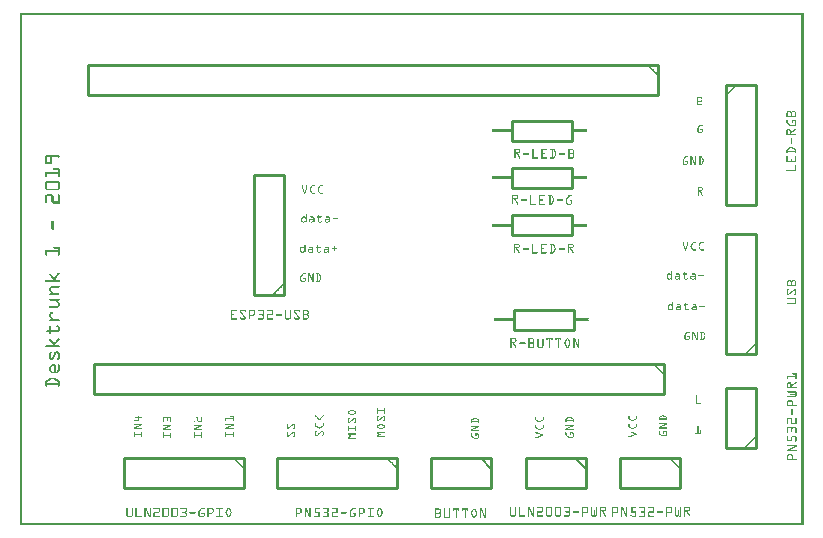
<source format=gto>
G04 MADE WITH FRITZING*
G04 WWW.FRITZING.ORG*
G04 DOUBLE SIDED*
G04 HOLES PLATED*
G04 CONTOUR ON CENTER OF CONTOUR VECTOR*
%ASAXBY*%
%FSLAX23Y23*%
%MOIN*%
%OFA0B0*%
%SFA1.0B1.0*%
%ADD10C,0.010000*%
%ADD11C,0.005000*%
%ADD12R,0.001000X0.001000*%
%LNSILK1*%
G90*
G70*
G54D10*
X1649Y719D02*
X1849Y719D01*
D02*
X1849Y719D02*
X1849Y653D01*
D02*
X1849Y653D02*
X1649Y653D01*
D02*
X1649Y653D02*
X1649Y719D01*
D02*
X2147Y539D02*
X247Y539D01*
D02*
X247Y539D02*
X247Y439D01*
D02*
X247Y439D02*
X2147Y439D01*
D02*
X2147Y439D02*
X2147Y539D01*
D02*
X2129Y1534D02*
X229Y1534D01*
D02*
X229Y1534D02*
X229Y1434D01*
D02*
X229Y1434D02*
X2129Y1434D01*
D02*
X2129Y1434D02*
X2129Y1534D01*
D02*
X1571Y224D02*
X1371Y224D01*
D02*
X1371Y224D02*
X1371Y124D01*
D02*
X1371Y124D02*
X1571Y124D01*
D02*
X1571Y124D02*
X1571Y224D01*
G54D11*
D02*
X1536Y224D02*
X1571Y189D01*
G54D10*
D02*
X1886Y224D02*
X1686Y224D01*
D02*
X1686Y224D02*
X1686Y124D01*
D02*
X1686Y124D02*
X1886Y124D01*
D02*
X1886Y124D02*
X1886Y224D01*
G54D11*
D02*
X1851Y224D02*
X1886Y189D01*
G54D10*
D02*
X2201Y224D02*
X2001Y224D01*
D02*
X2001Y224D02*
X2001Y124D01*
D02*
X2001Y124D02*
X2201Y124D01*
D02*
X2201Y124D02*
X2201Y224D01*
D02*
X1259Y224D02*
X859Y224D01*
D02*
X859Y224D02*
X859Y124D01*
D02*
X859Y124D02*
X1259Y124D01*
D02*
X1259Y124D02*
X1259Y224D01*
D02*
X747Y224D02*
X347Y224D01*
D02*
X347Y224D02*
X347Y124D01*
D02*
X347Y124D02*
X747Y124D01*
D02*
X747Y124D02*
X747Y224D01*
D02*
X2355Y1469D02*
X2355Y1069D01*
D02*
X2355Y1069D02*
X2455Y1069D01*
D02*
X2455Y1069D02*
X2455Y1469D01*
D02*
X2455Y1469D02*
X2355Y1469D01*
D02*
X1642Y1034D02*
X1842Y1034D01*
D02*
X1842Y1034D02*
X1842Y968D01*
D02*
X1842Y968D02*
X1642Y968D01*
D02*
X1642Y968D02*
X1642Y1034D01*
D02*
X1642Y1349D02*
X1842Y1349D01*
D02*
X1842Y1349D02*
X1842Y1283D01*
D02*
X1842Y1283D02*
X1642Y1283D01*
D02*
X1642Y1283D02*
X1642Y1349D01*
D02*
X1642Y1191D02*
X1842Y1191D01*
D02*
X1842Y1191D02*
X1842Y1125D01*
D02*
X1842Y1125D02*
X1642Y1125D01*
D02*
X1642Y1125D02*
X1642Y1191D01*
D02*
X2455Y572D02*
X2455Y972D01*
D02*
X2455Y972D02*
X2355Y972D01*
D02*
X2355Y972D02*
X2355Y572D01*
D02*
X2355Y572D02*
X2455Y572D01*
D02*
X2455Y260D02*
X2455Y460D01*
D02*
X2455Y460D02*
X2355Y460D01*
D02*
X2355Y460D02*
X2355Y260D01*
D02*
X2355Y260D02*
X2455Y260D01*
D02*
X880Y769D02*
X880Y1169D01*
D02*
X880Y1169D02*
X780Y1169D01*
D02*
X780Y1169D02*
X780Y769D01*
D02*
X780Y769D02*
X880Y769D01*
G54D12*
X0Y1709D02*
X2612Y1709D01*
X0Y1708D02*
X2612Y1708D01*
X0Y1707D02*
X2612Y1707D01*
X0Y1706D02*
X2612Y1706D01*
X0Y1705D02*
X2612Y1705D01*
X0Y1704D02*
X2612Y1704D01*
X0Y1703D02*
X2612Y1703D01*
X0Y1702D02*
X2612Y1702D01*
X0Y1701D02*
X7Y1701D01*
X2605Y1701D02*
X2612Y1701D01*
X0Y1700D02*
X7Y1700D01*
X2605Y1700D02*
X2612Y1700D01*
X0Y1699D02*
X7Y1699D01*
X2605Y1699D02*
X2612Y1699D01*
X0Y1698D02*
X7Y1698D01*
X2605Y1698D02*
X2612Y1698D01*
X0Y1697D02*
X7Y1697D01*
X2605Y1697D02*
X2612Y1697D01*
X0Y1696D02*
X7Y1696D01*
X2605Y1696D02*
X2612Y1696D01*
X0Y1695D02*
X7Y1695D01*
X2605Y1695D02*
X2612Y1695D01*
X0Y1694D02*
X7Y1694D01*
X2605Y1694D02*
X2612Y1694D01*
X0Y1693D02*
X7Y1693D01*
X2605Y1693D02*
X2612Y1693D01*
X0Y1692D02*
X7Y1692D01*
X2605Y1692D02*
X2612Y1692D01*
X0Y1691D02*
X7Y1691D01*
X2605Y1691D02*
X2612Y1691D01*
X0Y1690D02*
X7Y1690D01*
X2605Y1690D02*
X2612Y1690D01*
X0Y1689D02*
X7Y1689D01*
X2605Y1689D02*
X2612Y1689D01*
X0Y1688D02*
X7Y1688D01*
X2605Y1688D02*
X2612Y1688D01*
X0Y1687D02*
X7Y1687D01*
X2605Y1687D02*
X2612Y1687D01*
X0Y1686D02*
X7Y1686D01*
X2605Y1686D02*
X2612Y1686D01*
X0Y1685D02*
X7Y1685D01*
X2605Y1685D02*
X2612Y1685D01*
X0Y1684D02*
X7Y1684D01*
X2605Y1684D02*
X2612Y1684D01*
X0Y1683D02*
X7Y1683D01*
X2605Y1683D02*
X2612Y1683D01*
X0Y1682D02*
X7Y1682D01*
X2605Y1682D02*
X2612Y1682D01*
X0Y1681D02*
X7Y1681D01*
X2605Y1681D02*
X2612Y1681D01*
X0Y1680D02*
X7Y1680D01*
X2605Y1680D02*
X2612Y1680D01*
X0Y1679D02*
X7Y1679D01*
X2605Y1679D02*
X2612Y1679D01*
X0Y1678D02*
X7Y1678D01*
X2605Y1678D02*
X2612Y1678D01*
X0Y1677D02*
X7Y1677D01*
X2605Y1677D02*
X2612Y1677D01*
X0Y1676D02*
X7Y1676D01*
X2605Y1676D02*
X2612Y1676D01*
X0Y1675D02*
X7Y1675D01*
X2605Y1675D02*
X2612Y1675D01*
X0Y1674D02*
X7Y1674D01*
X2605Y1674D02*
X2612Y1674D01*
X0Y1673D02*
X7Y1673D01*
X2605Y1673D02*
X2612Y1673D01*
X0Y1672D02*
X7Y1672D01*
X2605Y1672D02*
X2612Y1672D01*
X0Y1671D02*
X7Y1671D01*
X2605Y1671D02*
X2612Y1671D01*
X0Y1670D02*
X7Y1670D01*
X2605Y1670D02*
X2612Y1670D01*
X0Y1669D02*
X7Y1669D01*
X2605Y1669D02*
X2612Y1669D01*
X0Y1668D02*
X7Y1668D01*
X2605Y1668D02*
X2612Y1668D01*
X0Y1667D02*
X7Y1667D01*
X2605Y1667D02*
X2612Y1667D01*
X0Y1666D02*
X7Y1666D01*
X2605Y1666D02*
X2612Y1666D01*
X0Y1665D02*
X7Y1665D01*
X2605Y1665D02*
X2612Y1665D01*
X0Y1664D02*
X7Y1664D01*
X2605Y1664D02*
X2612Y1664D01*
X0Y1663D02*
X7Y1663D01*
X2605Y1663D02*
X2612Y1663D01*
X0Y1662D02*
X7Y1662D01*
X2605Y1662D02*
X2612Y1662D01*
X0Y1661D02*
X7Y1661D01*
X2605Y1661D02*
X2612Y1661D01*
X0Y1660D02*
X7Y1660D01*
X2605Y1660D02*
X2612Y1660D01*
X0Y1659D02*
X7Y1659D01*
X2605Y1659D02*
X2612Y1659D01*
X0Y1658D02*
X7Y1658D01*
X2605Y1658D02*
X2612Y1658D01*
X0Y1657D02*
X7Y1657D01*
X2605Y1657D02*
X2612Y1657D01*
X0Y1656D02*
X7Y1656D01*
X2605Y1656D02*
X2612Y1656D01*
X0Y1655D02*
X7Y1655D01*
X2605Y1655D02*
X2612Y1655D01*
X0Y1654D02*
X7Y1654D01*
X2605Y1654D02*
X2612Y1654D01*
X0Y1653D02*
X7Y1653D01*
X2605Y1653D02*
X2612Y1653D01*
X0Y1652D02*
X7Y1652D01*
X2605Y1652D02*
X2612Y1652D01*
X0Y1651D02*
X7Y1651D01*
X2605Y1651D02*
X2612Y1651D01*
X0Y1650D02*
X7Y1650D01*
X2605Y1650D02*
X2612Y1650D01*
X0Y1649D02*
X7Y1649D01*
X2605Y1649D02*
X2612Y1649D01*
X0Y1648D02*
X7Y1648D01*
X2605Y1648D02*
X2612Y1648D01*
X0Y1647D02*
X7Y1647D01*
X2605Y1647D02*
X2612Y1647D01*
X0Y1646D02*
X7Y1646D01*
X2605Y1646D02*
X2612Y1646D01*
X0Y1645D02*
X7Y1645D01*
X2605Y1645D02*
X2612Y1645D01*
X0Y1644D02*
X7Y1644D01*
X2605Y1644D02*
X2612Y1644D01*
X0Y1643D02*
X7Y1643D01*
X2605Y1643D02*
X2612Y1643D01*
X0Y1642D02*
X7Y1642D01*
X2605Y1642D02*
X2612Y1642D01*
X0Y1641D02*
X7Y1641D01*
X2605Y1641D02*
X2612Y1641D01*
X0Y1640D02*
X7Y1640D01*
X2605Y1640D02*
X2612Y1640D01*
X0Y1639D02*
X7Y1639D01*
X2605Y1639D02*
X2612Y1639D01*
X0Y1638D02*
X7Y1638D01*
X2605Y1638D02*
X2612Y1638D01*
X0Y1637D02*
X7Y1637D01*
X2605Y1637D02*
X2612Y1637D01*
X0Y1636D02*
X7Y1636D01*
X2605Y1636D02*
X2612Y1636D01*
X0Y1635D02*
X7Y1635D01*
X2605Y1635D02*
X2612Y1635D01*
X0Y1634D02*
X7Y1634D01*
X2605Y1634D02*
X2612Y1634D01*
X0Y1633D02*
X7Y1633D01*
X2605Y1633D02*
X2612Y1633D01*
X0Y1632D02*
X7Y1632D01*
X2605Y1632D02*
X2612Y1632D01*
X0Y1631D02*
X7Y1631D01*
X2605Y1631D02*
X2612Y1631D01*
X0Y1630D02*
X7Y1630D01*
X2605Y1630D02*
X2612Y1630D01*
X0Y1629D02*
X7Y1629D01*
X2605Y1629D02*
X2612Y1629D01*
X0Y1628D02*
X7Y1628D01*
X2605Y1628D02*
X2612Y1628D01*
X0Y1627D02*
X7Y1627D01*
X2605Y1627D02*
X2612Y1627D01*
X0Y1626D02*
X7Y1626D01*
X2605Y1626D02*
X2612Y1626D01*
X0Y1625D02*
X7Y1625D01*
X2605Y1625D02*
X2612Y1625D01*
X0Y1624D02*
X7Y1624D01*
X2605Y1624D02*
X2612Y1624D01*
X0Y1623D02*
X7Y1623D01*
X2605Y1623D02*
X2612Y1623D01*
X0Y1622D02*
X7Y1622D01*
X2605Y1622D02*
X2612Y1622D01*
X0Y1621D02*
X7Y1621D01*
X2605Y1621D02*
X2612Y1621D01*
X0Y1620D02*
X7Y1620D01*
X2605Y1620D02*
X2612Y1620D01*
X0Y1619D02*
X7Y1619D01*
X2605Y1619D02*
X2612Y1619D01*
X0Y1618D02*
X7Y1618D01*
X2605Y1618D02*
X2612Y1618D01*
X0Y1617D02*
X7Y1617D01*
X2605Y1617D02*
X2612Y1617D01*
X0Y1616D02*
X7Y1616D01*
X2605Y1616D02*
X2612Y1616D01*
X0Y1615D02*
X7Y1615D01*
X2605Y1615D02*
X2612Y1615D01*
X0Y1614D02*
X7Y1614D01*
X2605Y1614D02*
X2612Y1614D01*
X0Y1613D02*
X7Y1613D01*
X2605Y1613D02*
X2612Y1613D01*
X0Y1612D02*
X7Y1612D01*
X2605Y1612D02*
X2612Y1612D01*
X0Y1611D02*
X7Y1611D01*
X2605Y1611D02*
X2612Y1611D01*
X0Y1610D02*
X7Y1610D01*
X2605Y1610D02*
X2612Y1610D01*
X0Y1609D02*
X7Y1609D01*
X2605Y1609D02*
X2612Y1609D01*
X0Y1608D02*
X7Y1608D01*
X2605Y1608D02*
X2612Y1608D01*
X0Y1607D02*
X7Y1607D01*
X2605Y1607D02*
X2612Y1607D01*
X0Y1606D02*
X7Y1606D01*
X2605Y1606D02*
X2612Y1606D01*
X0Y1605D02*
X7Y1605D01*
X2605Y1605D02*
X2612Y1605D01*
X0Y1604D02*
X7Y1604D01*
X2605Y1604D02*
X2612Y1604D01*
X0Y1603D02*
X7Y1603D01*
X2605Y1603D02*
X2612Y1603D01*
X0Y1602D02*
X7Y1602D01*
X2605Y1602D02*
X2612Y1602D01*
X0Y1601D02*
X7Y1601D01*
X2605Y1601D02*
X2612Y1601D01*
X0Y1600D02*
X7Y1600D01*
X2605Y1600D02*
X2612Y1600D01*
X0Y1599D02*
X7Y1599D01*
X2605Y1599D02*
X2612Y1599D01*
X0Y1598D02*
X7Y1598D01*
X2605Y1598D02*
X2612Y1598D01*
X0Y1597D02*
X7Y1597D01*
X2605Y1597D02*
X2612Y1597D01*
X0Y1596D02*
X7Y1596D01*
X2605Y1596D02*
X2612Y1596D01*
X0Y1595D02*
X7Y1595D01*
X2605Y1595D02*
X2612Y1595D01*
X0Y1594D02*
X7Y1594D01*
X2605Y1594D02*
X2612Y1594D01*
X0Y1593D02*
X7Y1593D01*
X2605Y1593D02*
X2612Y1593D01*
X0Y1592D02*
X7Y1592D01*
X2605Y1592D02*
X2612Y1592D01*
X0Y1591D02*
X7Y1591D01*
X2605Y1591D02*
X2612Y1591D01*
X0Y1590D02*
X7Y1590D01*
X2605Y1590D02*
X2612Y1590D01*
X0Y1589D02*
X7Y1589D01*
X2605Y1589D02*
X2612Y1589D01*
X0Y1588D02*
X7Y1588D01*
X2605Y1588D02*
X2612Y1588D01*
X0Y1587D02*
X7Y1587D01*
X2605Y1587D02*
X2612Y1587D01*
X0Y1586D02*
X7Y1586D01*
X2605Y1586D02*
X2612Y1586D01*
X0Y1585D02*
X7Y1585D01*
X2605Y1585D02*
X2612Y1585D01*
X0Y1584D02*
X7Y1584D01*
X2605Y1584D02*
X2612Y1584D01*
X0Y1583D02*
X7Y1583D01*
X2605Y1583D02*
X2612Y1583D01*
X0Y1582D02*
X7Y1582D01*
X2605Y1582D02*
X2612Y1582D01*
X0Y1581D02*
X7Y1581D01*
X2605Y1581D02*
X2612Y1581D01*
X0Y1580D02*
X7Y1580D01*
X2605Y1580D02*
X2612Y1580D01*
X0Y1579D02*
X7Y1579D01*
X2605Y1579D02*
X2612Y1579D01*
X0Y1578D02*
X7Y1578D01*
X2605Y1578D02*
X2612Y1578D01*
X0Y1577D02*
X7Y1577D01*
X2605Y1577D02*
X2612Y1577D01*
X0Y1576D02*
X7Y1576D01*
X2605Y1576D02*
X2612Y1576D01*
X0Y1575D02*
X7Y1575D01*
X2605Y1575D02*
X2612Y1575D01*
X0Y1574D02*
X7Y1574D01*
X2605Y1574D02*
X2612Y1574D01*
X0Y1573D02*
X7Y1573D01*
X2605Y1573D02*
X2612Y1573D01*
X0Y1572D02*
X7Y1572D01*
X2605Y1572D02*
X2612Y1572D01*
X0Y1571D02*
X7Y1571D01*
X2605Y1571D02*
X2612Y1571D01*
X0Y1570D02*
X7Y1570D01*
X2605Y1570D02*
X2612Y1570D01*
X0Y1569D02*
X7Y1569D01*
X2605Y1569D02*
X2612Y1569D01*
X0Y1568D02*
X7Y1568D01*
X2605Y1568D02*
X2612Y1568D01*
X0Y1567D02*
X7Y1567D01*
X2605Y1567D02*
X2612Y1567D01*
X0Y1566D02*
X7Y1566D01*
X2605Y1566D02*
X2612Y1566D01*
X0Y1565D02*
X7Y1565D01*
X2605Y1565D02*
X2612Y1565D01*
X0Y1564D02*
X7Y1564D01*
X2605Y1564D02*
X2612Y1564D01*
X0Y1563D02*
X7Y1563D01*
X2605Y1563D02*
X2612Y1563D01*
X0Y1562D02*
X7Y1562D01*
X2605Y1562D02*
X2612Y1562D01*
X0Y1561D02*
X7Y1561D01*
X2605Y1561D02*
X2612Y1561D01*
X0Y1560D02*
X7Y1560D01*
X2605Y1560D02*
X2612Y1560D01*
X0Y1559D02*
X7Y1559D01*
X2605Y1559D02*
X2612Y1559D01*
X0Y1558D02*
X7Y1558D01*
X2605Y1558D02*
X2612Y1558D01*
X0Y1557D02*
X7Y1557D01*
X2605Y1557D02*
X2612Y1557D01*
X0Y1556D02*
X7Y1556D01*
X2605Y1556D02*
X2612Y1556D01*
X0Y1555D02*
X7Y1555D01*
X2605Y1555D02*
X2612Y1555D01*
X0Y1554D02*
X7Y1554D01*
X2605Y1554D02*
X2612Y1554D01*
X0Y1553D02*
X7Y1553D01*
X2605Y1553D02*
X2612Y1553D01*
X0Y1552D02*
X7Y1552D01*
X2605Y1552D02*
X2612Y1552D01*
X0Y1551D02*
X7Y1551D01*
X2605Y1551D02*
X2612Y1551D01*
X0Y1550D02*
X7Y1550D01*
X2605Y1550D02*
X2612Y1550D01*
X0Y1549D02*
X7Y1549D01*
X2605Y1549D02*
X2612Y1549D01*
X0Y1548D02*
X7Y1548D01*
X2605Y1548D02*
X2612Y1548D01*
X0Y1547D02*
X7Y1547D01*
X2605Y1547D02*
X2612Y1547D01*
X0Y1546D02*
X7Y1546D01*
X2605Y1546D02*
X2612Y1546D01*
X0Y1545D02*
X7Y1545D01*
X2605Y1545D02*
X2612Y1545D01*
X0Y1544D02*
X7Y1544D01*
X2605Y1544D02*
X2612Y1544D01*
X0Y1543D02*
X7Y1543D01*
X2605Y1543D02*
X2612Y1543D01*
X0Y1542D02*
X7Y1542D01*
X2605Y1542D02*
X2612Y1542D01*
X0Y1541D02*
X7Y1541D01*
X2605Y1541D02*
X2612Y1541D01*
X0Y1540D02*
X7Y1540D01*
X2605Y1540D02*
X2612Y1540D01*
X0Y1539D02*
X7Y1539D01*
X2605Y1539D02*
X2612Y1539D01*
X0Y1538D02*
X7Y1538D01*
X2605Y1538D02*
X2612Y1538D01*
X0Y1537D02*
X7Y1537D01*
X2605Y1537D02*
X2612Y1537D01*
X0Y1536D02*
X7Y1536D01*
X2095Y1536D02*
X2096Y1536D01*
X2605Y1536D02*
X2612Y1536D01*
X0Y1535D02*
X7Y1535D01*
X2094Y1535D02*
X2097Y1535D01*
X2605Y1535D02*
X2612Y1535D01*
X0Y1534D02*
X7Y1534D01*
X2093Y1534D02*
X2098Y1534D01*
X2605Y1534D02*
X2612Y1534D01*
X0Y1533D02*
X7Y1533D01*
X2093Y1533D02*
X2099Y1533D01*
X2605Y1533D02*
X2612Y1533D01*
X0Y1532D02*
X7Y1532D01*
X2093Y1532D02*
X2100Y1532D01*
X2605Y1532D02*
X2612Y1532D01*
X0Y1531D02*
X7Y1531D01*
X2094Y1531D02*
X2101Y1531D01*
X2605Y1531D02*
X2612Y1531D01*
X0Y1530D02*
X7Y1530D01*
X2095Y1530D02*
X2102Y1530D01*
X2605Y1530D02*
X2612Y1530D01*
X0Y1529D02*
X7Y1529D01*
X2096Y1529D02*
X2103Y1529D01*
X2605Y1529D02*
X2612Y1529D01*
X0Y1528D02*
X7Y1528D01*
X2097Y1528D02*
X2104Y1528D01*
X2605Y1528D02*
X2612Y1528D01*
X0Y1527D02*
X7Y1527D01*
X2098Y1527D02*
X2105Y1527D01*
X2605Y1527D02*
X2612Y1527D01*
X0Y1526D02*
X7Y1526D01*
X2099Y1526D02*
X2106Y1526D01*
X2605Y1526D02*
X2612Y1526D01*
X0Y1525D02*
X7Y1525D01*
X2100Y1525D02*
X2107Y1525D01*
X2605Y1525D02*
X2612Y1525D01*
X0Y1524D02*
X7Y1524D01*
X2101Y1524D02*
X2108Y1524D01*
X2605Y1524D02*
X2612Y1524D01*
X0Y1523D02*
X7Y1523D01*
X2102Y1523D02*
X2109Y1523D01*
X2605Y1523D02*
X2612Y1523D01*
X0Y1522D02*
X7Y1522D01*
X2103Y1522D02*
X2110Y1522D01*
X2605Y1522D02*
X2612Y1522D01*
X0Y1521D02*
X7Y1521D01*
X2104Y1521D02*
X2111Y1521D01*
X2605Y1521D02*
X2612Y1521D01*
X0Y1520D02*
X7Y1520D01*
X2105Y1520D02*
X2112Y1520D01*
X2605Y1520D02*
X2612Y1520D01*
X0Y1519D02*
X7Y1519D01*
X2107Y1519D02*
X2113Y1519D01*
X2605Y1519D02*
X2612Y1519D01*
X0Y1518D02*
X7Y1518D01*
X2108Y1518D02*
X2114Y1518D01*
X2605Y1518D02*
X2612Y1518D01*
X0Y1517D02*
X7Y1517D01*
X2109Y1517D02*
X2115Y1517D01*
X2605Y1517D02*
X2612Y1517D01*
X0Y1516D02*
X7Y1516D01*
X2110Y1516D02*
X2116Y1516D01*
X2605Y1516D02*
X2612Y1516D01*
X0Y1515D02*
X7Y1515D01*
X2111Y1515D02*
X2117Y1515D01*
X2605Y1515D02*
X2612Y1515D01*
X0Y1514D02*
X7Y1514D01*
X2112Y1514D02*
X2118Y1514D01*
X2605Y1514D02*
X2612Y1514D01*
X0Y1513D02*
X7Y1513D01*
X2113Y1513D02*
X2119Y1513D01*
X2605Y1513D02*
X2612Y1513D01*
X0Y1512D02*
X7Y1512D01*
X2114Y1512D02*
X2120Y1512D01*
X2605Y1512D02*
X2612Y1512D01*
X0Y1511D02*
X7Y1511D01*
X2114Y1511D02*
X2121Y1511D01*
X2605Y1511D02*
X2612Y1511D01*
X0Y1510D02*
X7Y1510D01*
X2115Y1510D02*
X2122Y1510D01*
X2605Y1510D02*
X2612Y1510D01*
X0Y1509D02*
X7Y1509D01*
X2116Y1509D02*
X2123Y1509D01*
X2605Y1509D02*
X2612Y1509D01*
X0Y1508D02*
X7Y1508D01*
X2117Y1508D02*
X2124Y1508D01*
X2605Y1508D02*
X2612Y1508D01*
X0Y1507D02*
X7Y1507D01*
X2118Y1507D02*
X2125Y1507D01*
X2605Y1507D02*
X2612Y1507D01*
X0Y1506D02*
X7Y1506D01*
X2119Y1506D02*
X2126Y1506D01*
X2605Y1506D02*
X2612Y1506D01*
X0Y1505D02*
X7Y1505D01*
X2120Y1505D02*
X2127Y1505D01*
X2605Y1505D02*
X2612Y1505D01*
X0Y1504D02*
X7Y1504D01*
X2121Y1504D02*
X2128Y1504D01*
X2605Y1504D02*
X2612Y1504D01*
X0Y1503D02*
X7Y1503D01*
X2122Y1503D02*
X2129Y1503D01*
X2605Y1503D02*
X2612Y1503D01*
X0Y1502D02*
X7Y1502D01*
X2123Y1502D02*
X2129Y1502D01*
X2605Y1502D02*
X2612Y1502D01*
X0Y1501D02*
X7Y1501D01*
X2124Y1501D02*
X2129Y1501D01*
X2605Y1501D02*
X2612Y1501D01*
X0Y1500D02*
X7Y1500D01*
X2125Y1500D02*
X2128Y1500D01*
X2605Y1500D02*
X2612Y1500D01*
X0Y1499D02*
X7Y1499D01*
X2126Y1499D02*
X2127Y1499D01*
X2605Y1499D02*
X2612Y1499D01*
X0Y1498D02*
X7Y1498D01*
X2605Y1498D02*
X2612Y1498D01*
X0Y1497D02*
X7Y1497D01*
X2605Y1497D02*
X2612Y1497D01*
X0Y1496D02*
X7Y1496D01*
X2605Y1496D02*
X2612Y1496D01*
X0Y1495D02*
X7Y1495D01*
X2605Y1495D02*
X2612Y1495D01*
X0Y1494D02*
X7Y1494D01*
X2605Y1494D02*
X2612Y1494D01*
X0Y1493D02*
X7Y1493D01*
X2605Y1493D02*
X2612Y1493D01*
X0Y1492D02*
X7Y1492D01*
X2605Y1492D02*
X2612Y1492D01*
X0Y1491D02*
X7Y1491D01*
X2605Y1491D02*
X2612Y1491D01*
X0Y1490D02*
X7Y1490D01*
X2605Y1490D02*
X2612Y1490D01*
X0Y1489D02*
X7Y1489D01*
X2605Y1489D02*
X2612Y1489D01*
X0Y1488D02*
X7Y1488D01*
X2605Y1488D02*
X2612Y1488D01*
X0Y1487D02*
X7Y1487D01*
X2605Y1487D02*
X2612Y1487D01*
X0Y1486D02*
X7Y1486D01*
X2605Y1486D02*
X2612Y1486D01*
X0Y1485D02*
X7Y1485D01*
X2605Y1485D02*
X2612Y1485D01*
X0Y1484D02*
X7Y1484D01*
X2605Y1484D02*
X2612Y1484D01*
X0Y1483D02*
X7Y1483D01*
X2605Y1483D02*
X2612Y1483D01*
X0Y1482D02*
X7Y1482D01*
X2605Y1482D02*
X2612Y1482D01*
X0Y1481D02*
X7Y1481D01*
X2605Y1481D02*
X2612Y1481D01*
X0Y1480D02*
X7Y1480D01*
X2605Y1480D02*
X2612Y1480D01*
X0Y1479D02*
X7Y1479D01*
X2605Y1479D02*
X2612Y1479D01*
X0Y1478D02*
X7Y1478D01*
X2605Y1478D02*
X2612Y1478D01*
X0Y1477D02*
X7Y1477D01*
X2605Y1477D02*
X2612Y1477D01*
X0Y1476D02*
X7Y1476D01*
X2605Y1476D02*
X2612Y1476D01*
X0Y1475D02*
X7Y1475D01*
X2605Y1475D02*
X2612Y1475D01*
X0Y1474D02*
X7Y1474D01*
X2605Y1474D02*
X2612Y1474D01*
X0Y1473D02*
X7Y1473D01*
X2605Y1473D02*
X2612Y1473D01*
X0Y1472D02*
X7Y1472D01*
X2605Y1472D02*
X2612Y1472D01*
X0Y1471D02*
X7Y1471D01*
X2388Y1471D02*
X2388Y1471D01*
X2605Y1471D02*
X2612Y1471D01*
X0Y1470D02*
X7Y1470D01*
X2387Y1470D02*
X2389Y1470D01*
X2605Y1470D02*
X2612Y1470D01*
X0Y1469D02*
X7Y1469D01*
X2386Y1469D02*
X2390Y1469D01*
X2605Y1469D02*
X2612Y1469D01*
X0Y1468D02*
X7Y1468D01*
X2385Y1468D02*
X2390Y1468D01*
X2605Y1468D02*
X2612Y1468D01*
X0Y1467D02*
X7Y1467D01*
X2384Y1467D02*
X2390Y1467D01*
X2605Y1467D02*
X2612Y1467D01*
X0Y1466D02*
X7Y1466D01*
X2383Y1466D02*
X2389Y1466D01*
X2605Y1466D02*
X2612Y1466D01*
X0Y1465D02*
X7Y1465D01*
X2382Y1465D02*
X2388Y1465D01*
X2605Y1465D02*
X2612Y1465D01*
X0Y1464D02*
X7Y1464D01*
X2381Y1464D02*
X2387Y1464D01*
X2605Y1464D02*
X2612Y1464D01*
X0Y1463D02*
X7Y1463D01*
X2380Y1463D02*
X2386Y1463D01*
X2605Y1463D02*
X2612Y1463D01*
X0Y1462D02*
X7Y1462D01*
X2379Y1462D02*
X2385Y1462D01*
X2605Y1462D02*
X2612Y1462D01*
X0Y1461D02*
X7Y1461D01*
X2378Y1461D02*
X2384Y1461D01*
X2605Y1461D02*
X2612Y1461D01*
X0Y1460D02*
X7Y1460D01*
X2377Y1460D02*
X2383Y1460D01*
X2605Y1460D02*
X2612Y1460D01*
X0Y1459D02*
X7Y1459D01*
X2376Y1459D02*
X2382Y1459D01*
X2605Y1459D02*
X2612Y1459D01*
X0Y1458D02*
X7Y1458D01*
X2375Y1458D02*
X2381Y1458D01*
X2605Y1458D02*
X2612Y1458D01*
X0Y1457D02*
X7Y1457D01*
X2374Y1457D02*
X2380Y1457D01*
X2605Y1457D02*
X2612Y1457D01*
X0Y1456D02*
X7Y1456D01*
X2373Y1456D02*
X2379Y1456D01*
X2605Y1456D02*
X2612Y1456D01*
X0Y1455D02*
X7Y1455D01*
X2372Y1455D02*
X2378Y1455D01*
X2605Y1455D02*
X2612Y1455D01*
X0Y1454D02*
X7Y1454D01*
X2371Y1454D02*
X2376Y1454D01*
X2605Y1454D02*
X2612Y1454D01*
X0Y1453D02*
X7Y1453D01*
X2370Y1453D02*
X2375Y1453D01*
X2605Y1453D02*
X2612Y1453D01*
X0Y1452D02*
X7Y1452D01*
X2369Y1452D02*
X2374Y1452D01*
X2605Y1452D02*
X2612Y1452D01*
X0Y1451D02*
X7Y1451D01*
X2368Y1451D02*
X2373Y1451D01*
X2605Y1451D02*
X2612Y1451D01*
X0Y1450D02*
X7Y1450D01*
X2367Y1450D02*
X2372Y1450D01*
X2605Y1450D02*
X2612Y1450D01*
X0Y1449D02*
X7Y1449D01*
X2366Y1449D02*
X2371Y1449D01*
X2605Y1449D02*
X2612Y1449D01*
X0Y1448D02*
X7Y1448D01*
X2365Y1448D02*
X2370Y1448D01*
X2605Y1448D02*
X2612Y1448D01*
X0Y1447D02*
X7Y1447D01*
X2364Y1447D02*
X2370Y1447D01*
X2605Y1447D02*
X2612Y1447D01*
X0Y1446D02*
X7Y1446D01*
X2363Y1446D02*
X2369Y1446D01*
X2605Y1446D02*
X2612Y1446D01*
X0Y1445D02*
X7Y1445D01*
X2362Y1445D02*
X2368Y1445D01*
X2605Y1445D02*
X2612Y1445D01*
X0Y1444D02*
X7Y1444D01*
X2361Y1444D02*
X2367Y1444D01*
X2605Y1444D02*
X2612Y1444D01*
X0Y1443D02*
X7Y1443D01*
X2360Y1443D02*
X2366Y1443D01*
X2605Y1443D02*
X2612Y1443D01*
X0Y1442D02*
X7Y1442D01*
X2359Y1442D02*
X2365Y1442D01*
X2605Y1442D02*
X2612Y1442D01*
X0Y1441D02*
X7Y1441D01*
X2358Y1441D02*
X2364Y1441D01*
X2605Y1441D02*
X2612Y1441D01*
X0Y1440D02*
X7Y1440D01*
X2357Y1440D02*
X2363Y1440D01*
X2605Y1440D02*
X2612Y1440D01*
X0Y1439D02*
X7Y1439D01*
X2356Y1439D02*
X2362Y1439D01*
X2605Y1439D02*
X2612Y1439D01*
X0Y1438D02*
X7Y1438D01*
X2355Y1438D02*
X2361Y1438D01*
X2605Y1438D02*
X2612Y1438D01*
X0Y1437D02*
X7Y1437D01*
X2354Y1437D02*
X2360Y1437D01*
X2605Y1437D02*
X2612Y1437D01*
X0Y1436D02*
X7Y1436D01*
X2354Y1436D02*
X2359Y1436D01*
X2605Y1436D02*
X2612Y1436D01*
X0Y1435D02*
X7Y1435D01*
X2355Y1435D02*
X2358Y1435D01*
X2605Y1435D02*
X2612Y1435D01*
X0Y1434D02*
X7Y1434D01*
X2356Y1434D02*
X2357Y1434D01*
X2605Y1434D02*
X2612Y1434D01*
X0Y1433D02*
X7Y1433D01*
X2605Y1433D02*
X2612Y1433D01*
X0Y1432D02*
X7Y1432D01*
X2605Y1432D02*
X2612Y1432D01*
X0Y1431D02*
X7Y1431D01*
X2605Y1431D02*
X2612Y1431D01*
X0Y1430D02*
X7Y1430D01*
X2605Y1430D02*
X2612Y1430D01*
X0Y1429D02*
X7Y1429D01*
X2605Y1429D02*
X2612Y1429D01*
X0Y1428D02*
X7Y1428D01*
X2258Y1428D02*
X2271Y1428D01*
X2605Y1428D02*
X2612Y1428D01*
X0Y1427D02*
X7Y1427D01*
X2258Y1427D02*
X2273Y1427D01*
X2605Y1427D02*
X2612Y1427D01*
X0Y1426D02*
X7Y1426D01*
X2258Y1426D02*
X2274Y1426D01*
X2605Y1426D02*
X2612Y1426D01*
X0Y1425D02*
X7Y1425D01*
X2258Y1425D02*
X2261Y1425D01*
X2270Y1425D02*
X2274Y1425D01*
X2605Y1425D02*
X2612Y1425D01*
X0Y1424D02*
X7Y1424D01*
X2258Y1424D02*
X2261Y1424D01*
X2272Y1424D02*
X2275Y1424D01*
X2605Y1424D02*
X2612Y1424D01*
X0Y1423D02*
X7Y1423D01*
X2258Y1423D02*
X2261Y1423D01*
X2272Y1423D02*
X2275Y1423D01*
X2605Y1423D02*
X2612Y1423D01*
X0Y1422D02*
X7Y1422D01*
X2258Y1422D02*
X2261Y1422D01*
X2273Y1422D02*
X2275Y1422D01*
X2605Y1422D02*
X2612Y1422D01*
X0Y1421D02*
X7Y1421D01*
X2258Y1421D02*
X2261Y1421D01*
X2273Y1421D02*
X2275Y1421D01*
X2605Y1421D02*
X2612Y1421D01*
X0Y1420D02*
X7Y1420D01*
X2258Y1420D02*
X2261Y1420D01*
X2273Y1420D02*
X2275Y1420D01*
X2605Y1420D02*
X2612Y1420D01*
X0Y1419D02*
X7Y1419D01*
X2258Y1419D02*
X2261Y1419D01*
X2273Y1419D02*
X2275Y1419D01*
X2605Y1419D02*
X2612Y1419D01*
X0Y1418D02*
X7Y1418D01*
X2258Y1418D02*
X2261Y1418D01*
X2272Y1418D02*
X2275Y1418D01*
X2605Y1418D02*
X2612Y1418D01*
X0Y1417D02*
X7Y1417D01*
X2258Y1417D02*
X2261Y1417D01*
X2271Y1417D02*
X2275Y1417D01*
X2605Y1417D02*
X2612Y1417D01*
X0Y1416D02*
X7Y1416D01*
X2258Y1416D02*
X2274Y1416D01*
X2605Y1416D02*
X2612Y1416D01*
X0Y1415D02*
X7Y1415D01*
X2258Y1415D02*
X2273Y1415D01*
X2605Y1415D02*
X2612Y1415D01*
X0Y1414D02*
X7Y1414D01*
X2258Y1414D02*
X2273Y1414D01*
X2605Y1414D02*
X2612Y1414D01*
X0Y1413D02*
X7Y1413D01*
X2258Y1413D02*
X2274Y1413D01*
X2605Y1413D02*
X2612Y1413D01*
X0Y1412D02*
X7Y1412D01*
X2258Y1412D02*
X2261Y1412D01*
X2271Y1412D02*
X2275Y1412D01*
X2605Y1412D02*
X2612Y1412D01*
X0Y1411D02*
X7Y1411D01*
X2258Y1411D02*
X2261Y1411D01*
X2272Y1411D02*
X2275Y1411D01*
X2605Y1411D02*
X2612Y1411D01*
X0Y1410D02*
X7Y1410D01*
X2258Y1410D02*
X2261Y1410D01*
X2273Y1410D02*
X2275Y1410D01*
X2605Y1410D02*
X2612Y1410D01*
X0Y1409D02*
X7Y1409D01*
X2258Y1409D02*
X2261Y1409D01*
X2273Y1409D02*
X2275Y1409D01*
X2605Y1409D02*
X2612Y1409D01*
X0Y1408D02*
X7Y1408D01*
X2258Y1408D02*
X2261Y1408D01*
X2273Y1408D02*
X2275Y1408D01*
X2605Y1408D02*
X2612Y1408D01*
X0Y1407D02*
X7Y1407D01*
X2258Y1407D02*
X2261Y1407D01*
X2273Y1407D02*
X2275Y1407D01*
X2605Y1407D02*
X2612Y1407D01*
X0Y1406D02*
X7Y1406D01*
X2258Y1406D02*
X2261Y1406D01*
X2272Y1406D02*
X2275Y1406D01*
X2605Y1406D02*
X2612Y1406D01*
X0Y1405D02*
X7Y1405D01*
X2258Y1405D02*
X2261Y1405D01*
X2271Y1405D02*
X2275Y1405D01*
X2605Y1405D02*
X2612Y1405D01*
X0Y1404D02*
X7Y1404D01*
X2258Y1404D02*
X2274Y1404D01*
X2605Y1404D02*
X2612Y1404D01*
X0Y1403D02*
X7Y1403D01*
X2258Y1403D02*
X2274Y1403D01*
X2605Y1403D02*
X2612Y1403D01*
X0Y1402D02*
X7Y1402D01*
X2258Y1402D02*
X2272Y1402D01*
X2605Y1402D02*
X2612Y1402D01*
X0Y1401D02*
X7Y1401D01*
X2258Y1401D02*
X2271Y1401D01*
X2605Y1401D02*
X2612Y1401D01*
X0Y1400D02*
X7Y1400D01*
X2605Y1400D02*
X2612Y1400D01*
X0Y1399D02*
X7Y1399D01*
X2605Y1399D02*
X2612Y1399D01*
X0Y1398D02*
X7Y1398D01*
X2605Y1398D02*
X2612Y1398D01*
X0Y1397D02*
X7Y1397D01*
X2605Y1397D02*
X2612Y1397D01*
X0Y1396D02*
X7Y1396D01*
X2605Y1396D02*
X2612Y1396D01*
X0Y1395D02*
X7Y1395D01*
X2605Y1395D02*
X2612Y1395D01*
X0Y1394D02*
X7Y1394D01*
X2605Y1394D02*
X2612Y1394D01*
X0Y1393D02*
X7Y1393D01*
X2605Y1393D02*
X2612Y1393D01*
X0Y1392D02*
X7Y1392D01*
X2605Y1392D02*
X2612Y1392D01*
X0Y1391D02*
X7Y1391D01*
X2605Y1391D02*
X2612Y1391D01*
X0Y1390D02*
X7Y1390D01*
X2605Y1390D02*
X2612Y1390D01*
X0Y1389D02*
X7Y1389D01*
X2605Y1389D02*
X2612Y1389D01*
X0Y1388D02*
X7Y1388D01*
X2605Y1388D02*
X2612Y1388D01*
X0Y1387D02*
X7Y1387D01*
X2605Y1387D02*
X2612Y1387D01*
X0Y1386D02*
X7Y1386D01*
X2605Y1386D02*
X2612Y1386D01*
X0Y1385D02*
X7Y1385D01*
X2605Y1385D02*
X2612Y1385D01*
X0Y1384D02*
X7Y1384D01*
X2605Y1384D02*
X2612Y1384D01*
X0Y1383D02*
X7Y1383D01*
X2605Y1383D02*
X2612Y1383D01*
X0Y1382D02*
X7Y1382D01*
X2564Y1382D02*
X2566Y1382D01*
X2578Y1382D02*
X2580Y1382D01*
X2605Y1382D02*
X2612Y1382D01*
X0Y1381D02*
X7Y1381D01*
X2561Y1381D02*
X2569Y1381D01*
X2575Y1381D02*
X2583Y1381D01*
X2605Y1381D02*
X2612Y1381D01*
X0Y1380D02*
X7Y1380D01*
X2559Y1380D02*
X2571Y1380D01*
X2573Y1380D02*
X2585Y1380D01*
X2605Y1380D02*
X2612Y1380D01*
X0Y1379D02*
X7Y1379D01*
X2558Y1379D02*
X2586Y1379D01*
X2605Y1379D02*
X2612Y1379D01*
X0Y1378D02*
X7Y1378D01*
X2557Y1378D02*
X2586Y1378D01*
X2605Y1378D02*
X2612Y1378D01*
X0Y1377D02*
X7Y1377D01*
X2557Y1377D02*
X2561Y1377D01*
X2569Y1377D02*
X2575Y1377D01*
X2583Y1377D02*
X2587Y1377D01*
X2605Y1377D02*
X2612Y1377D01*
X0Y1376D02*
X7Y1376D01*
X2557Y1376D02*
X2560Y1376D01*
X2570Y1376D02*
X2574Y1376D01*
X2584Y1376D02*
X2587Y1376D01*
X2605Y1376D02*
X2612Y1376D01*
X0Y1375D02*
X7Y1375D01*
X2556Y1375D02*
X2560Y1375D01*
X2570Y1375D02*
X2574Y1375D01*
X2584Y1375D02*
X2588Y1375D01*
X2605Y1375D02*
X2612Y1375D01*
X0Y1374D02*
X7Y1374D01*
X2556Y1374D02*
X2559Y1374D01*
X2570Y1374D02*
X2574Y1374D01*
X2584Y1374D02*
X2588Y1374D01*
X2605Y1374D02*
X2612Y1374D01*
X0Y1373D02*
X7Y1373D01*
X2556Y1373D02*
X2559Y1373D01*
X2570Y1373D02*
X2574Y1373D01*
X2584Y1373D02*
X2588Y1373D01*
X2605Y1373D02*
X2612Y1373D01*
X0Y1372D02*
X7Y1372D01*
X2556Y1372D02*
X2559Y1372D01*
X2570Y1372D02*
X2574Y1372D01*
X2584Y1372D02*
X2588Y1372D01*
X2605Y1372D02*
X2612Y1372D01*
X0Y1371D02*
X7Y1371D01*
X2556Y1371D02*
X2559Y1371D01*
X2570Y1371D02*
X2574Y1371D01*
X2584Y1371D02*
X2588Y1371D01*
X2605Y1371D02*
X2612Y1371D01*
X0Y1370D02*
X7Y1370D01*
X2556Y1370D02*
X2559Y1370D01*
X2570Y1370D02*
X2574Y1370D01*
X2584Y1370D02*
X2588Y1370D01*
X2605Y1370D02*
X2612Y1370D01*
X0Y1369D02*
X7Y1369D01*
X2556Y1369D02*
X2559Y1369D01*
X2570Y1369D02*
X2574Y1369D01*
X2584Y1369D02*
X2588Y1369D01*
X2605Y1369D02*
X2612Y1369D01*
X0Y1368D02*
X7Y1368D01*
X2556Y1368D02*
X2559Y1368D01*
X2570Y1368D02*
X2574Y1368D01*
X2584Y1368D02*
X2588Y1368D01*
X2605Y1368D02*
X2612Y1368D01*
X0Y1367D02*
X7Y1367D01*
X2556Y1367D02*
X2559Y1367D01*
X2570Y1367D02*
X2574Y1367D01*
X2584Y1367D02*
X2588Y1367D01*
X2605Y1367D02*
X2612Y1367D01*
X0Y1366D02*
X7Y1366D01*
X2556Y1366D02*
X2559Y1366D01*
X2570Y1366D02*
X2574Y1366D01*
X2584Y1366D02*
X2588Y1366D01*
X2605Y1366D02*
X2612Y1366D01*
X0Y1365D02*
X7Y1365D01*
X2556Y1365D02*
X2588Y1365D01*
X2605Y1365D02*
X2612Y1365D01*
X0Y1364D02*
X7Y1364D01*
X2556Y1364D02*
X2588Y1364D01*
X2605Y1364D02*
X2612Y1364D01*
X0Y1363D02*
X7Y1363D01*
X2556Y1363D02*
X2588Y1363D01*
X2605Y1363D02*
X2612Y1363D01*
X0Y1362D02*
X7Y1362D01*
X2556Y1362D02*
X2588Y1362D01*
X2605Y1362D02*
X2612Y1362D01*
X0Y1361D02*
X7Y1361D01*
X2605Y1361D02*
X2612Y1361D01*
X0Y1360D02*
X7Y1360D01*
X2605Y1360D02*
X2612Y1360D01*
X0Y1359D02*
X7Y1359D01*
X2605Y1359D02*
X2612Y1359D01*
X0Y1358D02*
X7Y1358D01*
X2605Y1358D02*
X2612Y1358D01*
X0Y1357D02*
X7Y1357D01*
X2605Y1357D02*
X2612Y1357D01*
X0Y1356D02*
X7Y1356D01*
X2605Y1356D02*
X2612Y1356D01*
X0Y1355D02*
X7Y1355D01*
X2605Y1355D02*
X2612Y1355D01*
X0Y1354D02*
X7Y1354D01*
X2605Y1354D02*
X2612Y1354D01*
X0Y1353D02*
X7Y1353D01*
X2605Y1353D02*
X2612Y1353D01*
X0Y1352D02*
X7Y1352D01*
X2558Y1352D02*
X2558Y1352D01*
X2574Y1352D02*
X2582Y1352D01*
X2605Y1352D02*
X2612Y1352D01*
X0Y1351D02*
X7Y1351D01*
X2557Y1351D02*
X2559Y1351D01*
X2574Y1351D02*
X2585Y1351D01*
X2605Y1351D02*
X2612Y1351D01*
X0Y1350D02*
X7Y1350D01*
X2556Y1350D02*
X2559Y1350D01*
X2574Y1350D02*
X2586Y1350D01*
X2605Y1350D02*
X2612Y1350D01*
X0Y1349D02*
X7Y1349D01*
X2556Y1349D02*
X2559Y1349D01*
X2574Y1349D02*
X2587Y1349D01*
X2605Y1349D02*
X2612Y1349D01*
X0Y1348D02*
X7Y1348D01*
X2556Y1348D02*
X2559Y1348D01*
X2574Y1348D02*
X2587Y1348D01*
X2605Y1348D02*
X2612Y1348D01*
X0Y1347D02*
X7Y1347D01*
X2556Y1347D02*
X2559Y1347D01*
X2574Y1347D02*
X2577Y1347D01*
X2584Y1347D02*
X2588Y1347D01*
X2605Y1347D02*
X2612Y1347D01*
X0Y1346D02*
X7Y1346D01*
X2556Y1346D02*
X2559Y1346D01*
X2574Y1346D02*
X2577Y1346D01*
X2584Y1346D02*
X2588Y1346D01*
X2605Y1346D02*
X2612Y1346D01*
X0Y1345D02*
X7Y1345D01*
X2556Y1345D02*
X2559Y1345D01*
X2574Y1345D02*
X2577Y1345D01*
X2584Y1345D02*
X2588Y1345D01*
X2605Y1345D02*
X2612Y1345D01*
X0Y1344D02*
X7Y1344D01*
X2556Y1344D02*
X2559Y1344D01*
X2574Y1344D02*
X2577Y1344D01*
X2584Y1344D02*
X2588Y1344D01*
X2605Y1344D02*
X2612Y1344D01*
X0Y1343D02*
X7Y1343D01*
X2556Y1343D02*
X2560Y1343D01*
X2574Y1343D02*
X2577Y1343D01*
X2584Y1343D02*
X2588Y1343D01*
X2605Y1343D02*
X2612Y1343D01*
X0Y1342D02*
X7Y1342D01*
X2556Y1342D02*
X2560Y1342D01*
X2575Y1342D02*
X2576Y1342D01*
X2584Y1342D02*
X2588Y1342D01*
X2605Y1342D02*
X2612Y1342D01*
X0Y1341D02*
X7Y1341D01*
X2557Y1341D02*
X2562Y1341D01*
X2584Y1341D02*
X2588Y1341D01*
X2605Y1341D02*
X2612Y1341D01*
X0Y1340D02*
X7Y1340D01*
X2557Y1340D02*
X2563Y1340D01*
X2584Y1340D02*
X2588Y1340D01*
X2605Y1340D02*
X2612Y1340D01*
X0Y1339D02*
X7Y1339D01*
X2558Y1339D02*
X2564Y1339D01*
X2584Y1339D02*
X2588Y1339D01*
X2605Y1339D02*
X2612Y1339D01*
X0Y1338D02*
X7Y1338D01*
X2560Y1338D02*
X2565Y1338D01*
X2584Y1338D02*
X2588Y1338D01*
X2605Y1338D02*
X2612Y1338D01*
X0Y1337D02*
X7Y1337D01*
X2561Y1337D02*
X2567Y1337D01*
X2584Y1337D02*
X2588Y1337D01*
X2605Y1337D02*
X2612Y1337D01*
X0Y1336D02*
X7Y1336D01*
X2267Y1336D02*
X2276Y1336D01*
X2562Y1336D02*
X2568Y1336D01*
X2584Y1336D02*
X2587Y1336D01*
X2605Y1336D02*
X2612Y1336D01*
X0Y1335D02*
X7Y1335D01*
X2266Y1335D02*
X2276Y1335D01*
X2564Y1335D02*
X2587Y1335D01*
X2605Y1335D02*
X2612Y1335D01*
X0Y1334D02*
X7Y1334D01*
X2265Y1334D02*
X2276Y1334D01*
X2565Y1334D02*
X2586Y1334D01*
X2605Y1334D02*
X2612Y1334D01*
X0Y1333D02*
X7Y1333D01*
X2265Y1333D02*
X2269Y1333D01*
X2566Y1333D02*
X2586Y1333D01*
X2605Y1333D02*
X2612Y1333D01*
X0Y1332D02*
X7Y1332D01*
X2264Y1332D02*
X2267Y1332D01*
X2568Y1332D02*
X2584Y1332D01*
X2605Y1332D02*
X2612Y1332D01*
X0Y1331D02*
X7Y1331D01*
X2263Y1331D02*
X2267Y1331D01*
X2605Y1331D02*
X2612Y1331D01*
X0Y1330D02*
X7Y1330D01*
X2262Y1330D02*
X2266Y1330D01*
X2605Y1330D02*
X2612Y1330D01*
X0Y1329D02*
X7Y1329D01*
X2261Y1329D02*
X2265Y1329D01*
X2605Y1329D02*
X2612Y1329D01*
X0Y1328D02*
X7Y1328D01*
X2261Y1328D02*
X2264Y1328D01*
X2605Y1328D02*
X2612Y1328D01*
X0Y1327D02*
X7Y1327D01*
X2260Y1327D02*
X2264Y1327D01*
X2605Y1327D02*
X2612Y1327D01*
X0Y1326D02*
X7Y1326D01*
X2260Y1326D02*
X2263Y1326D01*
X2605Y1326D02*
X2612Y1326D01*
X0Y1325D02*
X7Y1325D01*
X2260Y1325D02*
X2262Y1325D01*
X2605Y1325D02*
X2612Y1325D01*
X0Y1324D02*
X7Y1324D01*
X2259Y1324D02*
X2262Y1324D01*
X2605Y1324D02*
X2612Y1324D01*
X0Y1323D02*
X7Y1323D01*
X2259Y1323D02*
X2262Y1323D01*
X2605Y1323D02*
X2612Y1323D01*
X0Y1322D02*
X7Y1322D01*
X2259Y1322D02*
X2262Y1322D01*
X2561Y1322D02*
X2565Y1322D01*
X2586Y1322D02*
X2586Y1322D01*
X2605Y1322D02*
X2612Y1322D01*
X0Y1321D02*
X7Y1321D01*
X1575Y1321D02*
X1641Y1321D01*
X1842Y1321D02*
X1889Y1321D01*
X2259Y1321D02*
X2262Y1321D01*
X2269Y1321D02*
X2277Y1321D01*
X2559Y1321D02*
X2567Y1321D01*
X2584Y1321D02*
X2587Y1321D01*
X2605Y1321D02*
X2612Y1321D01*
X0Y1320D02*
X7Y1320D01*
X1575Y1320D02*
X1641Y1320D01*
X1842Y1320D02*
X1889Y1320D01*
X2259Y1320D02*
X2262Y1320D01*
X2269Y1320D02*
X2277Y1320D01*
X2558Y1320D02*
X2568Y1320D01*
X2582Y1320D02*
X2588Y1320D01*
X2605Y1320D02*
X2612Y1320D01*
X0Y1319D02*
X7Y1319D01*
X1575Y1319D02*
X1641Y1319D01*
X1842Y1319D02*
X1889Y1319D01*
X2259Y1319D02*
X2262Y1319D01*
X2269Y1319D02*
X2277Y1319D01*
X2557Y1319D02*
X2569Y1319D01*
X2581Y1319D02*
X2587Y1319D01*
X2605Y1319D02*
X2612Y1319D01*
X0Y1318D02*
X7Y1318D01*
X1575Y1318D02*
X1641Y1318D01*
X1842Y1318D02*
X1889Y1318D01*
X2259Y1318D02*
X2262Y1318D01*
X2270Y1318D02*
X2277Y1318D01*
X2557Y1318D02*
X2570Y1318D01*
X2579Y1318D02*
X2586Y1318D01*
X2605Y1318D02*
X2612Y1318D01*
X0Y1317D02*
X7Y1317D01*
X1575Y1317D02*
X1641Y1317D01*
X1842Y1317D02*
X1889Y1317D01*
X2259Y1317D02*
X2262Y1317D01*
X2274Y1317D02*
X2277Y1317D01*
X2556Y1317D02*
X2560Y1317D01*
X2566Y1317D02*
X2570Y1317D01*
X2577Y1317D02*
X2585Y1317D01*
X2605Y1317D02*
X2612Y1317D01*
X0Y1316D02*
X7Y1316D01*
X1575Y1316D02*
X1641Y1316D01*
X1842Y1316D02*
X1889Y1316D01*
X2259Y1316D02*
X2262Y1316D01*
X2274Y1316D02*
X2277Y1316D01*
X2556Y1316D02*
X2559Y1316D01*
X2567Y1316D02*
X2570Y1316D01*
X2576Y1316D02*
X2583Y1316D01*
X2605Y1316D02*
X2612Y1316D01*
X0Y1315D02*
X7Y1315D01*
X1575Y1315D02*
X1641Y1315D01*
X1842Y1315D02*
X1889Y1315D01*
X2259Y1315D02*
X2262Y1315D01*
X2274Y1315D02*
X2277Y1315D01*
X2556Y1315D02*
X2559Y1315D01*
X2567Y1315D02*
X2570Y1315D01*
X2574Y1315D02*
X2581Y1315D01*
X2605Y1315D02*
X2612Y1315D01*
X0Y1314D02*
X7Y1314D01*
X1575Y1314D02*
X1641Y1314D01*
X1842Y1314D02*
X1889Y1314D01*
X2259Y1314D02*
X2262Y1314D01*
X2274Y1314D02*
X2277Y1314D01*
X2556Y1314D02*
X2559Y1314D01*
X2567Y1314D02*
X2570Y1314D01*
X2572Y1314D02*
X2580Y1314D01*
X2605Y1314D02*
X2612Y1314D01*
X0Y1313D02*
X7Y1313D01*
X1575Y1313D02*
X1641Y1313D01*
X1842Y1313D02*
X1889Y1313D01*
X2260Y1313D02*
X2263Y1313D01*
X2273Y1313D02*
X2276Y1313D01*
X2556Y1313D02*
X2559Y1313D01*
X2567Y1313D02*
X2578Y1313D01*
X2605Y1313D02*
X2612Y1313D01*
X0Y1312D02*
X7Y1312D01*
X1575Y1312D02*
X1641Y1312D01*
X1842Y1312D02*
X1889Y1312D01*
X2260Y1312D02*
X2276Y1312D01*
X2556Y1312D02*
X2559Y1312D01*
X2567Y1312D02*
X2576Y1312D01*
X2605Y1312D02*
X2612Y1312D01*
X0Y1311D02*
X7Y1311D01*
X2260Y1311D02*
X2275Y1311D01*
X2556Y1311D02*
X2559Y1311D01*
X2567Y1311D02*
X2574Y1311D01*
X2605Y1311D02*
X2612Y1311D01*
X0Y1310D02*
X7Y1310D01*
X2261Y1310D02*
X2275Y1310D01*
X2556Y1310D02*
X2559Y1310D01*
X2567Y1310D02*
X2573Y1310D01*
X2605Y1310D02*
X2612Y1310D01*
X0Y1309D02*
X7Y1309D01*
X2263Y1309D02*
X2273Y1309D01*
X2556Y1309D02*
X2559Y1309D01*
X2567Y1309D02*
X2571Y1309D01*
X2605Y1309D02*
X2612Y1309D01*
X0Y1308D02*
X7Y1308D01*
X2556Y1308D02*
X2559Y1308D01*
X2567Y1308D02*
X2570Y1308D01*
X2605Y1308D02*
X2612Y1308D01*
X0Y1307D02*
X7Y1307D01*
X2556Y1307D02*
X2559Y1307D01*
X2567Y1307D02*
X2570Y1307D01*
X2605Y1307D02*
X2612Y1307D01*
X0Y1306D02*
X7Y1306D01*
X2556Y1306D02*
X2559Y1306D01*
X2567Y1306D02*
X2570Y1306D01*
X2605Y1306D02*
X2612Y1306D01*
X0Y1305D02*
X7Y1305D01*
X2556Y1305D02*
X2587Y1305D01*
X2605Y1305D02*
X2612Y1305D01*
X0Y1304D02*
X7Y1304D01*
X2556Y1304D02*
X2588Y1304D01*
X2605Y1304D02*
X2612Y1304D01*
X0Y1303D02*
X7Y1303D01*
X2556Y1303D02*
X2588Y1303D01*
X2605Y1303D02*
X2612Y1303D01*
X0Y1302D02*
X7Y1302D01*
X2556Y1302D02*
X2587Y1302D01*
X2605Y1302D02*
X2612Y1302D01*
X0Y1301D02*
X7Y1301D01*
X2605Y1301D02*
X2612Y1301D01*
X0Y1300D02*
X7Y1300D01*
X2605Y1300D02*
X2612Y1300D01*
X0Y1299D02*
X7Y1299D01*
X2605Y1299D02*
X2612Y1299D01*
X0Y1298D02*
X7Y1298D01*
X2605Y1298D02*
X2612Y1298D01*
X0Y1297D02*
X7Y1297D01*
X2605Y1297D02*
X2612Y1297D01*
X0Y1296D02*
X7Y1296D01*
X2605Y1296D02*
X2612Y1296D01*
X0Y1295D02*
X7Y1295D01*
X2605Y1295D02*
X2612Y1295D01*
X0Y1294D02*
X7Y1294D01*
X2605Y1294D02*
X2612Y1294D01*
X0Y1293D02*
X7Y1293D01*
X2605Y1293D02*
X2612Y1293D01*
X0Y1292D02*
X7Y1292D01*
X2572Y1292D02*
X2574Y1292D01*
X2605Y1292D02*
X2612Y1292D01*
X0Y1291D02*
X7Y1291D01*
X2571Y1291D02*
X2575Y1291D01*
X2605Y1291D02*
X2612Y1291D01*
X0Y1290D02*
X7Y1290D01*
X2570Y1290D02*
X2575Y1290D01*
X2605Y1290D02*
X2612Y1290D01*
X0Y1289D02*
X7Y1289D01*
X2570Y1289D02*
X2575Y1289D01*
X2605Y1289D02*
X2612Y1289D01*
X0Y1288D02*
X7Y1288D01*
X2570Y1288D02*
X2575Y1288D01*
X2605Y1288D02*
X2612Y1288D01*
X0Y1287D02*
X7Y1287D01*
X2570Y1287D02*
X2575Y1287D01*
X2605Y1287D02*
X2612Y1287D01*
X0Y1286D02*
X7Y1286D01*
X2570Y1286D02*
X2575Y1286D01*
X2605Y1286D02*
X2612Y1286D01*
X0Y1285D02*
X7Y1285D01*
X2570Y1285D02*
X2575Y1285D01*
X2605Y1285D02*
X2612Y1285D01*
X0Y1284D02*
X7Y1284D01*
X2570Y1284D02*
X2575Y1284D01*
X2605Y1284D02*
X2612Y1284D01*
X0Y1283D02*
X7Y1283D01*
X2570Y1283D02*
X2575Y1283D01*
X2605Y1283D02*
X2612Y1283D01*
X0Y1282D02*
X7Y1282D01*
X2570Y1282D02*
X2575Y1282D01*
X2605Y1282D02*
X2612Y1282D01*
X0Y1281D02*
X7Y1281D01*
X2570Y1281D02*
X2575Y1281D01*
X2605Y1281D02*
X2612Y1281D01*
X0Y1280D02*
X7Y1280D01*
X2570Y1280D02*
X2575Y1280D01*
X2605Y1280D02*
X2612Y1280D01*
X0Y1279D02*
X7Y1279D01*
X2570Y1279D02*
X2575Y1279D01*
X2605Y1279D02*
X2612Y1279D01*
X0Y1278D02*
X7Y1278D01*
X2570Y1278D02*
X2575Y1278D01*
X2605Y1278D02*
X2612Y1278D01*
X0Y1277D02*
X7Y1277D01*
X2570Y1277D02*
X2575Y1277D01*
X2605Y1277D02*
X2612Y1277D01*
X0Y1276D02*
X7Y1276D01*
X2570Y1276D02*
X2575Y1276D01*
X2605Y1276D02*
X2612Y1276D01*
X0Y1275D02*
X7Y1275D01*
X2570Y1275D02*
X2575Y1275D01*
X2605Y1275D02*
X2612Y1275D01*
X0Y1274D02*
X7Y1274D01*
X2570Y1274D02*
X2575Y1274D01*
X2605Y1274D02*
X2612Y1274D01*
X0Y1273D02*
X7Y1273D01*
X2570Y1273D02*
X2575Y1273D01*
X2605Y1273D02*
X2612Y1273D01*
X0Y1272D02*
X7Y1272D01*
X2571Y1272D02*
X2575Y1272D01*
X2605Y1272D02*
X2612Y1272D01*
X0Y1271D02*
X7Y1271D01*
X2605Y1271D02*
X2612Y1271D01*
X0Y1270D02*
X7Y1270D01*
X2605Y1270D02*
X2612Y1270D01*
X0Y1269D02*
X7Y1269D01*
X2605Y1269D02*
X2612Y1269D01*
X0Y1268D02*
X7Y1268D01*
X2605Y1268D02*
X2612Y1268D01*
X0Y1267D02*
X7Y1267D01*
X2605Y1267D02*
X2612Y1267D01*
X0Y1266D02*
X7Y1266D01*
X2605Y1266D02*
X2612Y1266D01*
X0Y1265D02*
X7Y1265D01*
X2605Y1265D02*
X2612Y1265D01*
X0Y1264D02*
X7Y1264D01*
X2605Y1264D02*
X2612Y1264D01*
X0Y1263D02*
X7Y1263D01*
X2605Y1263D02*
X2612Y1263D01*
X0Y1262D02*
X7Y1262D01*
X2571Y1262D02*
X2573Y1262D01*
X2605Y1262D02*
X2612Y1262D01*
X0Y1261D02*
X7Y1261D01*
X2568Y1261D02*
X2576Y1261D01*
X2605Y1261D02*
X2612Y1261D01*
X0Y1260D02*
X7Y1260D01*
X2566Y1260D02*
X2578Y1260D01*
X2605Y1260D02*
X2612Y1260D01*
X0Y1259D02*
X7Y1259D01*
X2564Y1259D02*
X2580Y1259D01*
X2605Y1259D02*
X2612Y1259D01*
X0Y1258D02*
X7Y1258D01*
X2562Y1258D02*
X2582Y1258D01*
X2605Y1258D02*
X2612Y1258D01*
X0Y1257D02*
X7Y1257D01*
X2560Y1257D02*
X2568Y1257D01*
X2576Y1257D02*
X2584Y1257D01*
X2605Y1257D02*
X2612Y1257D01*
X0Y1256D02*
X7Y1256D01*
X2558Y1256D02*
X2566Y1256D01*
X2578Y1256D02*
X2586Y1256D01*
X2605Y1256D02*
X2612Y1256D01*
X0Y1255D02*
X7Y1255D01*
X1649Y1255D02*
X1665Y1255D01*
X1709Y1255D02*
X1712Y1255D01*
X1739Y1255D02*
X1758Y1255D01*
X1769Y1255D02*
X1781Y1255D01*
X1829Y1255D02*
X1844Y1255D01*
X2558Y1255D02*
X2564Y1255D01*
X2580Y1255D02*
X2586Y1255D01*
X2605Y1255D02*
X2612Y1255D01*
X0Y1254D02*
X7Y1254D01*
X1649Y1254D02*
X1667Y1254D01*
X1709Y1254D02*
X1712Y1254D01*
X1739Y1254D02*
X1758Y1254D01*
X1769Y1254D02*
X1782Y1254D01*
X1829Y1254D02*
X1845Y1254D01*
X2557Y1254D02*
X2562Y1254D01*
X2581Y1254D02*
X2587Y1254D01*
X2605Y1254D02*
X2612Y1254D01*
X0Y1253D02*
X7Y1253D01*
X1649Y1253D02*
X1667Y1253D01*
X1709Y1253D02*
X1712Y1253D01*
X1739Y1253D02*
X1758Y1253D01*
X1769Y1253D02*
X1783Y1253D01*
X1829Y1253D02*
X1846Y1253D01*
X2556Y1253D02*
X2561Y1253D01*
X2583Y1253D02*
X2587Y1253D01*
X2605Y1253D02*
X2612Y1253D01*
X0Y1252D02*
X7Y1252D01*
X1649Y1252D02*
X1668Y1252D01*
X1709Y1252D02*
X1712Y1252D01*
X1739Y1252D02*
X1757Y1252D01*
X1770Y1252D02*
X1783Y1252D01*
X1829Y1252D02*
X1847Y1252D01*
X2556Y1252D02*
X2560Y1252D01*
X2584Y1252D02*
X2588Y1252D01*
X2605Y1252D02*
X2612Y1252D01*
X0Y1251D02*
X7Y1251D01*
X1649Y1251D02*
X1652Y1251D01*
X1665Y1251D02*
X1668Y1251D01*
X1709Y1251D02*
X1712Y1251D01*
X1739Y1251D02*
X1742Y1251D01*
X1773Y1251D02*
X1776Y1251D01*
X1780Y1251D02*
X1784Y1251D01*
X1829Y1251D02*
X1832Y1251D01*
X1843Y1251D02*
X1848Y1251D01*
X2556Y1251D02*
X2559Y1251D01*
X2584Y1251D02*
X2588Y1251D01*
X2605Y1251D02*
X2612Y1251D01*
X0Y1250D02*
X7Y1250D01*
X1649Y1250D02*
X1652Y1250D01*
X1665Y1250D02*
X1668Y1250D01*
X1709Y1250D02*
X1712Y1250D01*
X1739Y1250D02*
X1742Y1250D01*
X1773Y1250D02*
X1776Y1250D01*
X1781Y1250D02*
X1784Y1250D01*
X1829Y1250D02*
X1832Y1250D01*
X1844Y1250D02*
X1848Y1250D01*
X2556Y1250D02*
X2560Y1250D01*
X2584Y1250D02*
X2588Y1250D01*
X2605Y1250D02*
X2612Y1250D01*
X0Y1249D02*
X7Y1249D01*
X1649Y1249D02*
X1652Y1249D01*
X1665Y1249D02*
X1668Y1249D01*
X1709Y1249D02*
X1712Y1249D01*
X1739Y1249D02*
X1742Y1249D01*
X1773Y1249D02*
X1776Y1249D01*
X1781Y1249D02*
X1785Y1249D01*
X1829Y1249D02*
X1832Y1249D01*
X1845Y1249D02*
X1848Y1249D01*
X2556Y1249D02*
X2588Y1249D01*
X2605Y1249D02*
X2612Y1249D01*
X0Y1248D02*
X7Y1248D01*
X1649Y1248D02*
X1652Y1248D01*
X1665Y1248D02*
X1668Y1248D01*
X1709Y1248D02*
X1712Y1248D01*
X1739Y1248D02*
X1742Y1248D01*
X1773Y1248D02*
X1776Y1248D01*
X1782Y1248D02*
X1785Y1248D01*
X1829Y1248D02*
X1832Y1248D01*
X1845Y1248D02*
X1848Y1248D01*
X2556Y1248D02*
X2588Y1248D01*
X2605Y1248D02*
X2612Y1248D01*
X0Y1247D02*
X7Y1247D01*
X1649Y1247D02*
X1652Y1247D01*
X1665Y1247D02*
X1668Y1247D01*
X1709Y1247D02*
X1712Y1247D01*
X1739Y1247D02*
X1742Y1247D01*
X1773Y1247D02*
X1776Y1247D01*
X1782Y1247D02*
X1786Y1247D01*
X1829Y1247D02*
X1832Y1247D01*
X1845Y1247D02*
X1848Y1247D01*
X2556Y1247D02*
X2588Y1247D01*
X2605Y1247D02*
X2612Y1247D01*
X0Y1246D02*
X7Y1246D01*
X1649Y1246D02*
X1652Y1246D01*
X1665Y1246D02*
X1668Y1246D01*
X1709Y1246D02*
X1712Y1246D01*
X1739Y1246D02*
X1742Y1246D01*
X1773Y1246D02*
X1776Y1246D01*
X1783Y1246D02*
X1786Y1246D01*
X1829Y1246D02*
X1832Y1246D01*
X1845Y1246D02*
X1848Y1246D01*
X2556Y1246D02*
X2588Y1246D01*
X2605Y1246D02*
X2612Y1246D01*
X0Y1245D02*
X7Y1245D01*
X1649Y1245D02*
X1668Y1245D01*
X1709Y1245D02*
X1712Y1245D01*
X1739Y1245D02*
X1742Y1245D01*
X1773Y1245D02*
X1776Y1245D01*
X1783Y1245D02*
X1787Y1245D01*
X1829Y1245D02*
X1832Y1245D01*
X1845Y1245D02*
X1848Y1245D01*
X2556Y1245D02*
X2559Y1245D01*
X2584Y1245D02*
X2588Y1245D01*
X2605Y1245D02*
X2612Y1245D01*
X0Y1244D02*
X7Y1244D01*
X1649Y1244D02*
X1667Y1244D01*
X1709Y1244D02*
X1712Y1244D01*
X1739Y1244D02*
X1742Y1244D01*
X1773Y1244D02*
X1776Y1244D01*
X1784Y1244D02*
X1787Y1244D01*
X1829Y1244D02*
X1832Y1244D01*
X1845Y1244D02*
X1848Y1244D01*
X2556Y1244D02*
X2559Y1244D01*
X2584Y1244D02*
X2588Y1244D01*
X2605Y1244D02*
X2612Y1244D01*
X0Y1243D02*
X7Y1243D01*
X1649Y1243D02*
X1666Y1243D01*
X1709Y1243D02*
X1712Y1243D01*
X1739Y1243D02*
X1742Y1243D01*
X1773Y1243D02*
X1776Y1243D01*
X1784Y1243D02*
X1788Y1243D01*
X1829Y1243D02*
X1832Y1243D01*
X1844Y1243D02*
X1848Y1243D01*
X2556Y1243D02*
X2559Y1243D01*
X2585Y1243D02*
X2588Y1243D01*
X2605Y1243D02*
X2612Y1243D01*
X0Y1242D02*
X7Y1242D01*
X1649Y1242D02*
X1665Y1242D01*
X1709Y1242D02*
X1712Y1242D01*
X1739Y1242D02*
X1742Y1242D01*
X1773Y1242D02*
X1776Y1242D01*
X1785Y1242D02*
X1788Y1242D01*
X1829Y1242D02*
X1832Y1242D01*
X1842Y1242D02*
X1847Y1242D01*
X2557Y1242D02*
X2559Y1242D01*
X2585Y1242D02*
X2587Y1242D01*
X2605Y1242D02*
X2612Y1242D01*
X0Y1241D02*
X7Y1241D01*
X1649Y1241D02*
X1652Y1241D01*
X1656Y1241D02*
X1660Y1241D01*
X1679Y1241D02*
X1698Y1241D01*
X1709Y1241D02*
X1712Y1241D01*
X1739Y1241D02*
X1750Y1241D01*
X1773Y1241D02*
X1776Y1241D01*
X1785Y1241D02*
X1788Y1241D01*
X1799Y1241D02*
X1818Y1241D01*
X1829Y1241D02*
X1847Y1241D01*
X2605Y1241D02*
X2612Y1241D01*
X0Y1240D02*
X7Y1240D01*
X1649Y1240D02*
X1652Y1240D01*
X1656Y1240D02*
X1660Y1240D01*
X1679Y1240D02*
X1698Y1240D01*
X1709Y1240D02*
X1712Y1240D01*
X1739Y1240D02*
X1750Y1240D01*
X1773Y1240D02*
X1776Y1240D01*
X1785Y1240D02*
X1788Y1240D01*
X1799Y1240D02*
X1818Y1240D01*
X1829Y1240D02*
X1846Y1240D01*
X2605Y1240D02*
X2612Y1240D01*
X0Y1239D02*
X7Y1239D01*
X1649Y1239D02*
X1652Y1239D01*
X1657Y1239D02*
X1661Y1239D01*
X1679Y1239D02*
X1698Y1239D01*
X1709Y1239D02*
X1712Y1239D01*
X1739Y1239D02*
X1750Y1239D01*
X1773Y1239D02*
X1776Y1239D01*
X1785Y1239D02*
X1788Y1239D01*
X1799Y1239D02*
X1818Y1239D01*
X1829Y1239D02*
X1846Y1239D01*
X2605Y1239D02*
X2612Y1239D01*
X0Y1238D02*
X7Y1238D01*
X1649Y1238D02*
X1652Y1238D01*
X1658Y1238D02*
X1662Y1238D01*
X1679Y1238D02*
X1698Y1238D01*
X1709Y1238D02*
X1712Y1238D01*
X1739Y1238D02*
X1749Y1238D01*
X1773Y1238D02*
X1776Y1238D01*
X1785Y1238D02*
X1788Y1238D01*
X1799Y1238D02*
X1818Y1238D01*
X1829Y1238D02*
X1847Y1238D01*
X2605Y1238D02*
X2612Y1238D01*
X0Y1237D02*
X7Y1237D01*
X1649Y1237D02*
X1652Y1237D01*
X1658Y1237D02*
X1662Y1237D01*
X1679Y1237D02*
X1698Y1237D01*
X1709Y1237D02*
X1712Y1237D01*
X1739Y1237D02*
X1742Y1237D01*
X1773Y1237D02*
X1776Y1237D01*
X1784Y1237D02*
X1788Y1237D01*
X1799Y1237D02*
X1818Y1237D01*
X1829Y1237D02*
X1832Y1237D01*
X1843Y1237D02*
X1848Y1237D01*
X2605Y1237D02*
X2612Y1237D01*
X0Y1236D02*
X7Y1236D01*
X1649Y1236D02*
X1652Y1236D01*
X1659Y1236D02*
X1663Y1236D01*
X1680Y1236D02*
X1697Y1236D01*
X1709Y1236D02*
X1712Y1236D01*
X1739Y1236D02*
X1742Y1236D01*
X1773Y1236D02*
X1776Y1236D01*
X1784Y1236D02*
X1788Y1236D01*
X1800Y1236D02*
X1817Y1236D01*
X1829Y1236D02*
X1832Y1236D01*
X1844Y1236D02*
X1848Y1236D01*
X2605Y1236D02*
X2612Y1236D01*
X0Y1235D02*
X7Y1235D01*
X1649Y1235D02*
X1652Y1235D01*
X1659Y1235D02*
X1663Y1235D01*
X1709Y1235D02*
X1712Y1235D01*
X1739Y1235D02*
X1742Y1235D01*
X1773Y1235D02*
X1776Y1235D01*
X1783Y1235D02*
X1787Y1235D01*
X1829Y1235D02*
X1832Y1235D01*
X1845Y1235D02*
X1848Y1235D01*
X2605Y1235D02*
X2612Y1235D01*
X0Y1234D02*
X7Y1234D01*
X87Y1234D02*
X131Y1234D01*
X1649Y1234D02*
X1652Y1234D01*
X1660Y1234D02*
X1664Y1234D01*
X1709Y1234D02*
X1712Y1234D01*
X1739Y1234D02*
X1742Y1234D01*
X1773Y1234D02*
X1776Y1234D01*
X1783Y1234D02*
X1787Y1234D01*
X1829Y1234D02*
X1832Y1234D01*
X1845Y1234D02*
X1848Y1234D01*
X2605Y1234D02*
X2612Y1234D01*
X0Y1233D02*
X7Y1233D01*
X86Y1233D02*
X132Y1233D01*
X1649Y1233D02*
X1652Y1233D01*
X1661Y1233D02*
X1664Y1233D01*
X1709Y1233D02*
X1712Y1233D01*
X1739Y1233D02*
X1742Y1233D01*
X1773Y1233D02*
X1776Y1233D01*
X1782Y1233D02*
X1786Y1233D01*
X1829Y1233D02*
X1832Y1233D01*
X1845Y1233D02*
X1848Y1233D01*
X2605Y1233D02*
X2612Y1233D01*
X0Y1232D02*
X7Y1232D01*
X86Y1232D02*
X132Y1232D01*
X1649Y1232D02*
X1652Y1232D01*
X1661Y1232D02*
X1665Y1232D01*
X1709Y1232D02*
X1712Y1232D01*
X1739Y1232D02*
X1742Y1232D01*
X1773Y1232D02*
X1776Y1232D01*
X1782Y1232D02*
X1786Y1232D01*
X1829Y1232D02*
X1832Y1232D01*
X1845Y1232D02*
X1848Y1232D01*
X2558Y1232D02*
X2558Y1232D01*
X2586Y1232D02*
X2586Y1232D01*
X2605Y1232D02*
X2612Y1232D01*
X0Y1231D02*
X7Y1231D01*
X86Y1231D02*
X132Y1231D01*
X1649Y1231D02*
X1652Y1231D01*
X1662Y1231D02*
X1666Y1231D01*
X1709Y1231D02*
X1712Y1231D01*
X1739Y1231D02*
X1742Y1231D01*
X1773Y1231D02*
X1776Y1231D01*
X1781Y1231D02*
X1785Y1231D01*
X1829Y1231D02*
X1832Y1231D01*
X1845Y1231D02*
X1848Y1231D01*
X2556Y1231D02*
X2559Y1231D01*
X2585Y1231D02*
X2587Y1231D01*
X2605Y1231D02*
X2612Y1231D01*
X0Y1230D02*
X7Y1230D01*
X86Y1230D02*
X132Y1230D01*
X1649Y1230D02*
X1652Y1230D01*
X1662Y1230D02*
X1666Y1230D01*
X1709Y1230D02*
X1712Y1230D01*
X1739Y1230D02*
X1742Y1230D01*
X1773Y1230D02*
X1776Y1230D01*
X1781Y1230D02*
X1785Y1230D01*
X1829Y1230D02*
X1832Y1230D01*
X1845Y1230D02*
X1848Y1230D01*
X2218Y1230D02*
X2227Y1230D01*
X2236Y1230D02*
X2241Y1230D01*
X2251Y1230D02*
X2253Y1230D01*
X2263Y1230D02*
X2273Y1230D01*
X2556Y1230D02*
X2559Y1230D01*
X2585Y1230D02*
X2588Y1230D01*
X2605Y1230D02*
X2612Y1230D01*
X0Y1229D02*
X7Y1229D01*
X86Y1229D02*
X132Y1229D01*
X1649Y1229D02*
X1652Y1229D01*
X1663Y1229D02*
X1667Y1229D01*
X1709Y1229D02*
X1712Y1229D01*
X1739Y1229D02*
X1742Y1229D01*
X1773Y1229D02*
X1776Y1229D01*
X1780Y1229D02*
X1784Y1229D01*
X1829Y1229D02*
X1832Y1229D01*
X1844Y1229D02*
X1848Y1229D01*
X2217Y1229D02*
X2227Y1229D01*
X2236Y1229D02*
X2241Y1229D01*
X2251Y1229D02*
X2253Y1229D01*
X2263Y1229D02*
X2274Y1229D01*
X2556Y1229D02*
X2559Y1229D01*
X2584Y1229D02*
X2588Y1229D01*
X2605Y1229D02*
X2612Y1229D01*
X0Y1228D02*
X7Y1228D01*
X86Y1228D02*
X91Y1228D01*
X101Y1228D02*
X106Y1228D01*
X127Y1228D02*
X132Y1228D01*
X1649Y1228D02*
X1652Y1228D01*
X1663Y1228D02*
X1667Y1228D01*
X1709Y1228D02*
X1712Y1228D01*
X1739Y1228D02*
X1742Y1228D01*
X1773Y1228D02*
X1776Y1228D01*
X1780Y1228D02*
X1784Y1228D01*
X1829Y1228D02*
X1832Y1228D01*
X1842Y1228D02*
X1847Y1228D01*
X2216Y1228D02*
X2227Y1228D01*
X2236Y1228D02*
X2241Y1228D01*
X2251Y1228D02*
X2253Y1228D01*
X2263Y1228D02*
X2275Y1228D01*
X2556Y1228D02*
X2559Y1228D01*
X2584Y1228D02*
X2588Y1228D01*
X2605Y1228D02*
X2612Y1228D01*
X0Y1227D02*
X7Y1227D01*
X86Y1227D02*
X91Y1227D01*
X101Y1227D02*
X106Y1227D01*
X128Y1227D02*
X131Y1227D01*
X1649Y1227D02*
X1652Y1227D01*
X1664Y1227D02*
X1668Y1227D01*
X1709Y1227D02*
X1728Y1227D01*
X1739Y1227D02*
X1758Y1227D01*
X1769Y1227D02*
X1783Y1227D01*
X1829Y1227D02*
X1847Y1227D01*
X2215Y1227D02*
X2219Y1227D01*
X2236Y1227D02*
X2242Y1227D01*
X2251Y1227D02*
X2253Y1227D01*
X2266Y1227D02*
X2269Y1227D01*
X2272Y1227D02*
X2275Y1227D01*
X2556Y1227D02*
X2559Y1227D01*
X2584Y1227D02*
X2588Y1227D01*
X2605Y1227D02*
X2612Y1227D01*
X0Y1226D02*
X7Y1226D01*
X86Y1226D02*
X91Y1226D01*
X101Y1226D02*
X106Y1226D01*
X129Y1226D02*
X130Y1226D01*
X1649Y1226D02*
X1652Y1226D01*
X1665Y1226D02*
X1668Y1226D01*
X1709Y1226D02*
X1728Y1226D01*
X1739Y1226D02*
X1758Y1226D01*
X1769Y1226D02*
X1783Y1226D01*
X1829Y1226D02*
X1846Y1226D01*
X2215Y1226D02*
X2218Y1226D01*
X2236Y1226D02*
X2242Y1226D01*
X2251Y1226D02*
X2253Y1226D01*
X2266Y1226D02*
X2269Y1226D01*
X2273Y1226D02*
X2276Y1226D01*
X2556Y1226D02*
X2559Y1226D01*
X2584Y1226D02*
X2588Y1226D01*
X2605Y1226D02*
X2612Y1226D01*
X0Y1225D02*
X7Y1225D01*
X86Y1225D02*
X91Y1225D01*
X101Y1225D02*
X106Y1225D01*
X1649Y1225D02*
X1652Y1225D01*
X1665Y1225D02*
X1668Y1225D01*
X1709Y1225D02*
X1728Y1225D01*
X1739Y1225D02*
X1758Y1225D01*
X1769Y1225D02*
X1782Y1225D01*
X1829Y1225D02*
X1845Y1225D01*
X2214Y1225D02*
X2217Y1225D01*
X2236Y1225D02*
X2243Y1225D01*
X2251Y1225D02*
X2253Y1225D01*
X2266Y1225D02*
X2269Y1225D01*
X2273Y1225D02*
X2276Y1225D01*
X2556Y1225D02*
X2559Y1225D01*
X2584Y1225D02*
X2588Y1225D01*
X2605Y1225D02*
X2612Y1225D01*
X0Y1224D02*
X7Y1224D01*
X86Y1224D02*
X91Y1224D01*
X101Y1224D02*
X106Y1224D01*
X1650Y1224D02*
X1651Y1224D01*
X1666Y1224D02*
X1668Y1224D01*
X1709Y1224D02*
X1728Y1224D01*
X1739Y1224D02*
X1758Y1224D01*
X1769Y1224D02*
X1780Y1224D01*
X1829Y1224D02*
X1843Y1224D01*
X2213Y1224D02*
X2217Y1224D01*
X2236Y1224D02*
X2243Y1224D01*
X2251Y1224D02*
X2253Y1224D01*
X2266Y1224D02*
X2269Y1224D01*
X2274Y1224D02*
X2277Y1224D01*
X2556Y1224D02*
X2559Y1224D01*
X2584Y1224D02*
X2588Y1224D01*
X2605Y1224D02*
X2612Y1224D01*
X0Y1223D02*
X7Y1223D01*
X86Y1223D02*
X91Y1223D01*
X101Y1223D02*
X106Y1223D01*
X2212Y1223D02*
X2216Y1223D01*
X2236Y1223D02*
X2239Y1223D01*
X2241Y1223D02*
X2244Y1223D01*
X2251Y1223D02*
X2253Y1223D01*
X2266Y1223D02*
X2269Y1223D01*
X2274Y1223D02*
X2277Y1223D01*
X2556Y1223D02*
X2559Y1223D01*
X2571Y1223D02*
X2573Y1223D01*
X2584Y1223D02*
X2588Y1223D01*
X2605Y1223D02*
X2612Y1223D01*
X0Y1222D02*
X7Y1222D01*
X86Y1222D02*
X91Y1222D01*
X101Y1222D02*
X106Y1222D01*
X2212Y1222D02*
X2215Y1222D01*
X2236Y1222D02*
X2239Y1222D01*
X2241Y1222D02*
X2244Y1222D01*
X2251Y1222D02*
X2253Y1222D01*
X2266Y1222D02*
X2269Y1222D01*
X2275Y1222D02*
X2278Y1222D01*
X2556Y1222D02*
X2559Y1222D01*
X2570Y1222D02*
X2573Y1222D01*
X2584Y1222D02*
X2588Y1222D01*
X2605Y1222D02*
X2612Y1222D01*
X0Y1221D02*
X7Y1221D01*
X86Y1221D02*
X91Y1221D01*
X101Y1221D02*
X106Y1221D01*
X2211Y1221D02*
X2214Y1221D01*
X2236Y1221D02*
X2239Y1221D01*
X2241Y1221D02*
X2244Y1221D01*
X2251Y1221D02*
X2253Y1221D01*
X2266Y1221D02*
X2269Y1221D01*
X2275Y1221D02*
X2278Y1221D01*
X2556Y1221D02*
X2559Y1221D01*
X2570Y1221D02*
X2574Y1221D01*
X2584Y1221D02*
X2588Y1221D01*
X2605Y1221D02*
X2612Y1221D01*
X0Y1220D02*
X7Y1220D01*
X86Y1220D02*
X91Y1220D01*
X101Y1220D02*
X106Y1220D01*
X2211Y1220D02*
X2214Y1220D01*
X2236Y1220D02*
X2239Y1220D01*
X2242Y1220D02*
X2245Y1220D01*
X2251Y1220D02*
X2253Y1220D01*
X2266Y1220D02*
X2269Y1220D01*
X2276Y1220D02*
X2279Y1220D01*
X2556Y1220D02*
X2559Y1220D01*
X2570Y1220D02*
X2574Y1220D01*
X2584Y1220D02*
X2588Y1220D01*
X2605Y1220D02*
X2612Y1220D01*
X0Y1219D02*
X7Y1219D01*
X86Y1219D02*
X91Y1219D01*
X101Y1219D02*
X106Y1219D01*
X2210Y1219D02*
X2213Y1219D01*
X2236Y1219D02*
X2239Y1219D01*
X2242Y1219D02*
X2245Y1219D01*
X2251Y1219D02*
X2253Y1219D01*
X2266Y1219D02*
X2269Y1219D01*
X2276Y1219D02*
X2279Y1219D01*
X2556Y1219D02*
X2559Y1219D01*
X2570Y1219D02*
X2574Y1219D01*
X2584Y1219D02*
X2588Y1219D01*
X2605Y1219D02*
X2612Y1219D01*
X0Y1218D02*
X7Y1218D01*
X86Y1218D02*
X91Y1218D01*
X101Y1218D02*
X106Y1218D01*
X2210Y1218D02*
X2213Y1218D01*
X2236Y1218D02*
X2239Y1218D01*
X2243Y1218D02*
X2246Y1218D01*
X2251Y1218D02*
X2253Y1218D01*
X2266Y1218D02*
X2269Y1218D01*
X2277Y1218D02*
X2279Y1218D01*
X2556Y1218D02*
X2559Y1218D01*
X2570Y1218D02*
X2574Y1218D01*
X2584Y1218D02*
X2588Y1218D01*
X2605Y1218D02*
X2612Y1218D01*
X0Y1217D02*
X7Y1217D01*
X86Y1217D02*
X91Y1217D01*
X101Y1217D02*
X106Y1217D01*
X2210Y1217D02*
X2213Y1217D01*
X2236Y1217D02*
X2239Y1217D01*
X2243Y1217D02*
X2246Y1217D01*
X2251Y1217D02*
X2253Y1217D01*
X2266Y1217D02*
X2269Y1217D01*
X2277Y1217D02*
X2280Y1217D01*
X2556Y1217D02*
X2559Y1217D01*
X2570Y1217D02*
X2574Y1217D01*
X2584Y1217D02*
X2588Y1217D01*
X2605Y1217D02*
X2612Y1217D01*
X0Y1216D02*
X7Y1216D01*
X86Y1216D02*
X91Y1216D01*
X101Y1216D02*
X106Y1216D01*
X2210Y1216D02*
X2213Y1216D01*
X2236Y1216D02*
X2239Y1216D01*
X2244Y1216D02*
X2247Y1216D01*
X2251Y1216D02*
X2253Y1216D01*
X2266Y1216D02*
X2269Y1216D01*
X2277Y1216D02*
X2280Y1216D01*
X2556Y1216D02*
X2559Y1216D01*
X2570Y1216D02*
X2574Y1216D01*
X2584Y1216D02*
X2588Y1216D01*
X2605Y1216D02*
X2612Y1216D01*
X0Y1215D02*
X7Y1215D01*
X86Y1215D02*
X91Y1215D01*
X101Y1215D02*
X106Y1215D01*
X2210Y1215D02*
X2213Y1215D01*
X2220Y1215D02*
X2227Y1215D01*
X2236Y1215D02*
X2239Y1215D01*
X2244Y1215D02*
X2247Y1215D01*
X2251Y1215D02*
X2253Y1215D01*
X2266Y1215D02*
X2269Y1215D01*
X2277Y1215D02*
X2279Y1215D01*
X2556Y1215D02*
X2588Y1215D01*
X2605Y1215D02*
X2612Y1215D01*
X0Y1214D02*
X7Y1214D01*
X86Y1214D02*
X91Y1214D01*
X101Y1214D02*
X106Y1214D01*
X2210Y1214D02*
X2213Y1214D01*
X2219Y1214D02*
X2227Y1214D01*
X2236Y1214D02*
X2239Y1214D01*
X2244Y1214D02*
X2248Y1214D01*
X2251Y1214D02*
X2253Y1214D01*
X2266Y1214D02*
X2269Y1214D01*
X2276Y1214D02*
X2279Y1214D01*
X2556Y1214D02*
X2588Y1214D01*
X2605Y1214D02*
X2612Y1214D01*
X0Y1213D02*
X7Y1213D01*
X86Y1213D02*
X91Y1213D01*
X101Y1213D02*
X106Y1213D01*
X2210Y1213D02*
X2213Y1213D01*
X2219Y1213D02*
X2227Y1213D01*
X2236Y1213D02*
X2239Y1213D01*
X2245Y1213D02*
X2248Y1213D01*
X2251Y1213D02*
X2253Y1213D01*
X2266Y1213D02*
X2269Y1213D01*
X2276Y1213D02*
X2279Y1213D01*
X2556Y1213D02*
X2588Y1213D01*
X2605Y1213D02*
X2612Y1213D01*
X0Y1212D02*
X7Y1212D01*
X86Y1212D02*
X91Y1212D01*
X101Y1212D02*
X106Y1212D01*
X2210Y1212D02*
X2213Y1212D01*
X2220Y1212D02*
X2227Y1212D01*
X2236Y1212D02*
X2239Y1212D01*
X2245Y1212D02*
X2248Y1212D01*
X2251Y1212D02*
X2253Y1212D01*
X2266Y1212D02*
X2269Y1212D01*
X2275Y1212D02*
X2278Y1212D01*
X2556Y1212D02*
X2588Y1212D01*
X2605Y1212D02*
X2612Y1212D01*
X0Y1211D02*
X7Y1211D01*
X86Y1211D02*
X91Y1211D01*
X101Y1211D02*
X106Y1211D01*
X2210Y1211D02*
X2213Y1211D01*
X2225Y1211D02*
X2227Y1211D01*
X2236Y1211D02*
X2239Y1211D01*
X2246Y1211D02*
X2249Y1211D01*
X2251Y1211D02*
X2253Y1211D01*
X2266Y1211D02*
X2269Y1211D01*
X2275Y1211D02*
X2278Y1211D01*
X2605Y1211D02*
X2612Y1211D01*
X0Y1210D02*
X7Y1210D01*
X86Y1210D02*
X106Y1210D01*
X2210Y1210D02*
X2213Y1210D01*
X2225Y1210D02*
X2227Y1210D01*
X2236Y1210D02*
X2239Y1210D01*
X2246Y1210D02*
X2253Y1210D01*
X2266Y1210D02*
X2269Y1210D01*
X2274Y1210D02*
X2277Y1210D01*
X2605Y1210D02*
X2612Y1210D01*
X0Y1209D02*
X7Y1209D01*
X86Y1209D02*
X106Y1209D01*
X2210Y1209D02*
X2213Y1209D01*
X2225Y1209D02*
X2227Y1209D01*
X2236Y1209D02*
X2239Y1209D01*
X2247Y1209D02*
X2253Y1209D01*
X2266Y1209D02*
X2269Y1209D01*
X2274Y1209D02*
X2277Y1209D01*
X2605Y1209D02*
X2612Y1209D01*
X0Y1208D02*
X7Y1208D01*
X86Y1208D02*
X106Y1208D01*
X2210Y1208D02*
X2213Y1208D01*
X2225Y1208D02*
X2227Y1208D01*
X2236Y1208D02*
X2239Y1208D01*
X2247Y1208D02*
X2253Y1208D01*
X2266Y1208D02*
X2269Y1208D01*
X2273Y1208D02*
X2276Y1208D01*
X2605Y1208D02*
X2612Y1208D01*
X0Y1207D02*
X7Y1207D01*
X86Y1207D02*
X106Y1207D01*
X2210Y1207D02*
X2213Y1207D01*
X2224Y1207D02*
X2227Y1207D01*
X2236Y1207D02*
X2239Y1207D01*
X2248Y1207D02*
X2253Y1207D01*
X2266Y1207D02*
X2269Y1207D01*
X2273Y1207D02*
X2276Y1207D01*
X2605Y1207D02*
X2612Y1207D01*
X0Y1206D02*
X7Y1206D01*
X87Y1206D02*
X106Y1206D01*
X2211Y1206D02*
X2227Y1206D01*
X2236Y1206D02*
X2239Y1206D01*
X2248Y1206D02*
X2253Y1206D01*
X2264Y1206D02*
X2275Y1206D01*
X2605Y1206D02*
X2612Y1206D01*
X0Y1205D02*
X7Y1205D01*
X88Y1205D02*
X104Y1205D01*
X2211Y1205D02*
X2226Y1205D01*
X2236Y1205D02*
X2239Y1205D01*
X2248Y1205D02*
X2253Y1205D01*
X2263Y1205D02*
X2275Y1205D01*
X2605Y1205D02*
X2612Y1205D01*
X0Y1204D02*
X7Y1204D01*
X2212Y1204D02*
X2225Y1204D01*
X2236Y1204D02*
X2239Y1204D01*
X2249Y1204D02*
X2253Y1204D01*
X2263Y1204D02*
X2274Y1204D01*
X2605Y1204D02*
X2612Y1204D01*
X0Y1203D02*
X7Y1203D01*
X2213Y1203D02*
X2224Y1203D01*
X2237Y1203D02*
X2238Y1203D01*
X2249Y1203D02*
X2253Y1203D01*
X2263Y1203D02*
X2272Y1203D01*
X2605Y1203D02*
X2612Y1203D01*
X0Y1202D02*
X7Y1202D01*
X2586Y1202D02*
X2586Y1202D01*
X2605Y1202D02*
X2612Y1202D01*
X0Y1201D02*
X7Y1201D01*
X2585Y1201D02*
X2587Y1201D01*
X2605Y1201D02*
X2612Y1201D01*
X0Y1200D02*
X7Y1200D01*
X2584Y1200D02*
X2588Y1200D01*
X2605Y1200D02*
X2612Y1200D01*
X0Y1199D02*
X7Y1199D01*
X2584Y1199D02*
X2588Y1199D01*
X2605Y1199D02*
X2612Y1199D01*
X0Y1198D02*
X7Y1198D01*
X2584Y1198D02*
X2588Y1198D01*
X2605Y1198D02*
X2612Y1198D01*
X0Y1197D02*
X7Y1197D01*
X2584Y1197D02*
X2588Y1197D01*
X2605Y1197D02*
X2612Y1197D01*
X0Y1196D02*
X7Y1196D01*
X2584Y1196D02*
X2588Y1196D01*
X2605Y1196D02*
X2612Y1196D01*
X0Y1195D02*
X7Y1195D01*
X2584Y1195D02*
X2588Y1195D01*
X2605Y1195D02*
X2612Y1195D01*
X0Y1194D02*
X7Y1194D01*
X2584Y1194D02*
X2588Y1194D01*
X2605Y1194D02*
X2612Y1194D01*
X0Y1193D02*
X7Y1193D01*
X2584Y1193D02*
X2588Y1193D01*
X2605Y1193D02*
X2612Y1193D01*
X0Y1192D02*
X7Y1192D01*
X2584Y1192D02*
X2588Y1192D01*
X2605Y1192D02*
X2612Y1192D01*
X0Y1191D02*
X7Y1191D01*
X113Y1191D02*
X130Y1191D01*
X2584Y1191D02*
X2588Y1191D01*
X2605Y1191D02*
X2612Y1191D01*
X0Y1190D02*
X7Y1190D01*
X112Y1190D02*
X131Y1190D01*
X2584Y1190D02*
X2588Y1190D01*
X2605Y1190D02*
X2612Y1190D01*
X0Y1189D02*
X7Y1189D01*
X112Y1189D02*
X132Y1189D01*
X2584Y1189D02*
X2588Y1189D01*
X2605Y1189D02*
X2612Y1189D01*
X0Y1188D02*
X7Y1188D01*
X112Y1188D02*
X132Y1188D01*
X2584Y1188D02*
X2588Y1188D01*
X2605Y1188D02*
X2612Y1188D01*
X0Y1187D02*
X7Y1187D01*
X112Y1187D02*
X132Y1187D01*
X2584Y1187D02*
X2588Y1187D01*
X2605Y1187D02*
X2612Y1187D01*
X0Y1186D02*
X7Y1186D01*
X113Y1186D02*
X132Y1186D01*
X2584Y1186D02*
X2588Y1186D01*
X2605Y1186D02*
X2612Y1186D01*
X0Y1185D02*
X7Y1185D01*
X127Y1185D02*
X132Y1185D01*
X2557Y1185D02*
X2588Y1185D01*
X2605Y1185D02*
X2612Y1185D01*
X0Y1184D02*
X7Y1184D01*
X127Y1184D02*
X132Y1184D01*
X2556Y1184D02*
X2588Y1184D01*
X2605Y1184D02*
X2612Y1184D01*
X0Y1183D02*
X7Y1183D01*
X127Y1183D02*
X132Y1183D01*
X2556Y1183D02*
X2588Y1183D01*
X2605Y1183D02*
X2612Y1183D01*
X0Y1182D02*
X7Y1182D01*
X127Y1182D02*
X132Y1182D01*
X2557Y1182D02*
X2588Y1182D01*
X2605Y1182D02*
X2612Y1182D01*
X0Y1181D02*
X7Y1181D01*
X127Y1181D02*
X132Y1181D01*
X2605Y1181D02*
X2612Y1181D01*
X0Y1180D02*
X7Y1180D01*
X127Y1180D02*
X132Y1180D01*
X2605Y1180D02*
X2612Y1180D01*
X0Y1179D02*
X7Y1179D01*
X86Y1179D02*
X132Y1179D01*
X2605Y1179D02*
X2612Y1179D01*
X0Y1178D02*
X7Y1178D01*
X86Y1178D02*
X132Y1178D01*
X2605Y1178D02*
X2612Y1178D01*
X0Y1177D02*
X7Y1177D01*
X86Y1177D02*
X132Y1177D01*
X2605Y1177D02*
X2612Y1177D01*
X0Y1176D02*
X7Y1176D01*
X86Y1176D02*
X132Y1176D01*
X2605Y1176D02*
X2612Y1176D01*
X0Y1175D02*
X7Y1175D01*
X86Y1175D02*
X132Y1175D01*
X2605Y1175D02*
X2612Y1175D01*
X0Y1174D02*
X7Y1174D01*
X86Y1174D02*
X132Y1174D01*
X2605Y1174D02*
X2612Y1174D01*
X0Y1173D02*
X7Y1173D01*
X86Y1173D02*
X91Y1173D01*
X127Y1173D02*
X132Y1173D01*
X2605Y1173D02*
X2612Y1173D01*
X0Y1172D02*
X7Y1172D01*
X86Y1172D02*
X91Y1172D01*
X127Y1172D02*
X132Y1172D01*
X2605Y1172D02*
X2612Y1172D01*
X0Y1171D02*
X7Y1171D01*
X86Y1171D02*
X91Y1171D01*
X127Y1171D02*
X132Y1171D01*
X2605Y1171D02*
X2612Y1171D01*
X0Y1170D02*
X7Y1170D01*
X86Y1170D02*
X91Y1170D01*
X127Y1170D02*
X132Y1170D01*
X2605Y1170D02*
X2612Y1170D01*
X0Y1169D02*
X7Y1169D01*
X86Y1169D02*
X91Y1169D01*
X127Y1169D02*
X132Y1169D01*
X2605Y1169D02*
X2612Y1169D01*
X0Y1168D02*
X7Y1168D01*
X86Y1168D02*
X91Y1168D01*
X127Y1168D02*
X132Y1168D01*
X2605Y1168D02*
X2612Y1168D01*
X0Y1167D02*
X7Y1167D01*
X86Y1167D02*
X91Y1167D01*
X127Y1167D02*
X132Y1167D01*
X2605Y1167D02*
X2612Y1167D01*
X0Y1166D02*
X7Y1166D01*
X86Y1166D02*
X91Y1166D01*
X127Y1166D02*
X132Y1166D01*
X2605Y1166D02*
X2612Y1166D01*
X0Y1165D02*
X7Y1165D01*
X86Y1165D02*
X91Y1165D01*
X127Y1165D02*
X132Y1165D01*
X2605Y1165D02*
X2612Y1165D01*
X0Y1164D02*
X7Y1164D01*
X86Y1164D02*
X91Y1164D01*
X127Y1164D02*
X132Y1164D01*
X1575Y1164D02*
X1641Y1164D01*
X1842Y1164D02*
X1889Y1164D01*
X2605Y1164D02*
X2612Y1164D01*
X0Y1163D02*
X7Y1163D01*
X86Y1163D02*
X91Y1163D01*
X127Y1163D02*
X132Y1163D01*
X1575Y1163D02*
X1641Y1163D01*
X1842Y1163D02*
X1889Y1163D01*
X2605Y1163D02*
X2612Y1163D01*
X0Y1162D02*
X7Y1162D01*
X87Y1162D02*
X90Y1162D01*
X128Y1162D02*
X131Y1162D01*
X1575Y1162D02*
X1641Y1162D01*
X1842Y1162D02*
X1889Y1162D01*
X2605Y1162D02*
X2612Y1162D01*
X0Y1161D02*
X7Y1161D01*
X1575Y1161D02*
X1641Y1161D01*
X1842Y1161D02*
X1889Y1161D01*
X2605Y1161D02*
X2612Y1161D01*
X0Y1160D02*
X7Y1160D01*
X1575Y1160D02*
X1641Y1160D01*
X1842Y1160D02*
X1889Y1160D01*
X2605Y1160D02*
X2612Y1160D01*
X0Y1159D02*
X7Y1159D01*
X1575Y1159D02*
X1641Y1159D01*
X1842Y1159D02*
X1889Y1159D01*
X2605Y1159D02*
X2612Y1159D01*
X0Y1158D02*
X7Y1158D01*
X1575Y1158D02*
X1641Y1158D01*
X1842Y1158D02*
X1889Y1158D01*
X2605Y1158D02*
X2612Y1158D01*
X0Y1157D02*
X7Y1157D01*
X1575Y1157D02*
X1641Y1157D01*
X1842Y1157D02*
X1889Y1157D01*
X2605Y1157D02*
X2612Y1157D01*
X0Y1156D02*
X7Y1156D01*
X1575Y1156D02*
X1641Y1156D01*
X1842Y1156D02*
X1889Y1156D01*
X2605Y1156D02*
X2612Y1156D01*
X0Y1155D02*
X7Y1155D01*
X1575Y1155D02*
X1641Y1155D01*
X1842Y1155D02*
X1889Y1155D01*
X2605Y1155D02*
X2612Y1155D01*
X0Y1154D02*
X7Y1154D01*
X2605Y1154D02*
X2612Y1154D01*
X0Y1153D02*
X7Y1153D01*
X2605Y1153D02*
X2612Y1153D01*
X0Y1152D02*
X7Y1152D01*
X2605Y1152D02*
X2612Y1152D01*
X0Y1151D02*
X7Y1151D01*
X2605Y1151D02*
X2612Y1151D01*
X0Y1150D02*
X7Y1150D01*
X2605Y1150D02*
X2612Y1150D01*
X0Y1149D02*
X7Y1149D01*
X2605Y1149D02*
X2612Y1149D01*
X0Y1148D02*
X7Y1148D01*
X2605Y1148D02*
X2612Y1148D01*
X0Y1147D02*
X7Y1147D01*
X89Y1147D02*
X129Y1147D01*
X2605Y1147D02*
X2612Y1147D01*
X0Y1146D02*
X7Y1146D01*
X88Y1146D02*
X130Y1146D01*
X2605Y1146D02*
X2612Y1146D01*
X0Y1145D02*
X7Y1145D01*
X87Y1145D02*
X131Y1145D01*
X2605Y1145D02*
X2612Y1145D01*
X0Y1144D02*
X7Y1144D01*
X86Y1144D02*
X132Y1144D01*
X2605Y1144D02*
X2612Y1144D01*
X0Y1143D02*
X7Y1143D01*
X86Y1143D02*
X132Y1143D01*
X2605Y1143D02*
X2612Y1143D01*
X0Y1142D02*
X7Y1142D01*
X86Y1142D02*
X132Y1142D01*
X2605Y1142D02*
X2612Y1142D01*
X0Y1141D02*
X7Y1141D01*
X86Y1141D02*
X91Y1141D01*
X127Y1141D02*
X132Y1141D01*
X2605Y1141D02*
X2612Y1141D01*
X0Y1140D02*
X7Y1140D01*
X86Y1140D02*
X91Y1140D01*
X127Y1140D02*
X132Y1140D01*
X2605Y1140D02*
X2612Y1140D01*
X0Y1139D02*
X7Y1139D01*
X86Y1139D02*
X91Y1139D01*
X127Y1139D02*
X132Y1139D01*
X2605Y1139D02*
X2612Y1139D01*
X0Y1138D02*
X7Y1138D01*
X86Y1138D02*
X91Y1138D01*
X127Y1138D02*
X132Y1138D01*
X2605Y1138D02*
X2612Y1138D01*
X0Y1137D02*
X7Y1137D01*
X86Y1137D02*
X91Y1137D01*
X127Y1137D02*
X132Y1137D01*
X2605Y1137D02*
X2612Y1137D01*
X0Y1136D02*
X7Y1136D01*
X86Y1136D02*
X91Y1136D01*
X127Y1136D02*
X132Y1136D01*
X2605Y1136D02*
X2612Y1136D01*
X0Y1135D02*
X7Y1135D01*
X86Y1135D02*
X91Y1135D01*
X127Y1135D02*
X132Y1135D01*
X2605Y1135D02*
X2612Y1135D01*
X0Y1134D02*
X7Y1134D01*
X86Y1134D02*
X91Y1134D01*
X127Y1134D02*
X132Y1134D01*
X942Y1134D02*
X943Y1134D01*
X956Y1134D02*
X957Y1134D01*
X975Y1134D02*
X983Y1134D01*
X1001Y1134D02*
X1009Y1134D01*
X2605Y1134D02*
X2612Y1134D01*
X0Y1133D02*
X7Y1133D01*
X86Y1133D02*
X91Y1133D01*
X127Y1133D02*
X132Y1133D01*
X941Y1133D02*
X943Y1133D01*
X955Y1133D02*
X958Y1133D01*
X973Y1133D02*
X984Y1133D01*
X999Y1133D02*
X1010Y1133D01*
X2605Y1133D02*
X2612Y1133D01*
X0Y1132D02*
X7Y1132D01*
X86Y1132D02*
X91Y1132D01*
X127Y1132D02*
X132Y1132D01*
X941Y1132D02*
X944Y1132D01*
X955Y1132D02*
X958Y1132D01*
X972Y1132D02*
X984Y1132D01*
X998Y1132D02*
X1010Y1132D01*
X2605Y1132D02*
X2612Y1132D01*
X0Y1131D02*
X7Y1131D01*
X86Y1131D02*
X91Y1131D01*
X127Y1131D02*
X132Y1131D01*
X941Y1131D02*
X944Y1131D01*
X955Y1131D02*
X958Y1131D01*
X971Y1131D02*
X983Y1131D01*
X998Y1131D02*
X1009Y1131D01*
X2605Y1131D02*
X2612Y1131D01*
X0Y1130D02*
X7Y1130D01*
X86Y1130D02*
X91Y1130D01*
X127Y1130D02*
X132Y1130D01*
X941Y1130D02*
X944Y1130D01*
X955Y1130D02*
X958Y1130D01*
X971Y1130D02*
X974Y1130D01*
X997Y1130D02*
X1000Y1130D01*
X2605Y1130D02*
X2612Y1130D01*
X0Y1129D02*
X7Y1129D01*
X86Y1129D02*
X91Y1129D01*
X127Y1129D02*
X132Y1129D01*
X941Y1129D02*
X944Y1129D01*
X955Y1129D02*
X958Y1129D01*
X970Y1129D02*
X974Y1129D01*
X997Y1129D02*
X1000Y1129D01*
X2605Y1129D02*
X2612Y1129D01*
X0Y1128D02*
X7Y1128D01*
X86Y1128D02*
X91Y1128D01*
X127Y1128D02*
X132Y1128D01*
X941Y1128D02*
X944Y1128D01*
X955Y1128D02*
X958Y1128D01*
X970Y1128D02*
X973Y1128D01*
X996Y1128D02*
X999Y1128D01*
X2605Y1128D02*
X2612Y1128D01*
X0Y1127D02*
X7Y1127D01*
X86Y1127D02*
X91Y1127D01*
X127Y1127D02*
X132Y1127D01*
X941Y1127D02*
X944Y1127D01*
X955Y1127D02*
X958Y1127D01*
X969Y1127D02*
X973Y1127D01*
X996Y1127D02*
X999Y1127D01*
X2260Y1127D02*
X2274Y1127D01*
X2605Y1127D02*
X2612Y1127D01*
X0Y1126D02*
X7Y1126D01*
X86Y1126D02*
X91Y1126D01*
X127Y1126D02*
X132Y1126D01*
X941Y1126D02*
X944Y1126D01*
X955Y1126D02*
X958Y1126D01*
X969Y1126D02*
X972Y1126D01*
X995Y1126D02*
X998Y1126D01*
X2260Y1126D02*
X2275Y1126D01*
X2605Y1126D02*
X2612Y1126D01*
X0Y1125D02*
X7Y1125D01*
X86Y1125D02*
X91Y1125D01*
X127Y1125D02*
X132Y1125D01*
X941Y1125D02*
X944Y1125D01*
X955Y1125D02*
X958Y1125D01*
X968Y1125D02*
X971Y1125D01*
X995Y1125D02*
X998Y1125D01*
X2260Y1125D02*
X2276Y1125D01*
X2605Y1125D02*
X2612Y1125D01*
X0Y1124D02*
X7Y1124D01*
X86Y1124D02*
X91Y1124D01*
X127Y1124D02*
X132Y1124D01*
X942Y1124D02*
X945Y1124D01*
X954Y1124D02*
X957Y1124D01*
X968Y1124D02*
X971Y1124D01*
X994Y1124D02*
X997Y1124D01*
X2260Y1124D02*
X2262Y1124D01*
X2273Y1124D02*
X2276Y1124D01*
X2605Y1124D02*
X2612Y1124D01*
X0Y1123D02*
X7Y1123D01*
X86Y1123D02*
X132Y1123D01*
X942Y1123D02*
X945Y1123D01*
X954Y1123D02*
X957Y1123D01*
X968Y1123D02*
X970Y1123D01*
X994Y1123D02*
X997Y1123D01*
X2260Y1123D02*
X2262Y1123D01*
X2274Y1123D02*
X2277Y1123D01*
X2605Y1123D02*
X2612Y1123D01*
X0Y1122D02*
X7Y1122D01*
X86Y1122D02*
X132Y1122D01*
X942Y1122D02*
X945Y1122D01*
X953Y1122D02*
X956Y1122D01*
X967Y1122D02*
X970Y1122D01*
X993Y1122D02*
X996Y1122D01*
X2260Y1122D02*
X2262Y1122D01*
X2274Y1122D02*
X2277Y1122D01*
X2605Y1122D02*
X2612Y1122D01*
X0Y1121D02*
X7Y1121D01*
X87Y1121D02*
X131Y1121D01*
X943Y1121D02*
X946Y1121D01*
X953Y1121D02*
X956Y1121D01*
X967Y1121D02*
X970Y1121D01*
X993Y1121D02*
X996Y1121D01*
X2260Y1121D02*
X2262Y1121D01*
X2274Y1121D02*
X2277Y1121D01*
X2605Y1121D02*
X2612Y1121D01*
X0Y1120D02*
X7Y1120D01*
X87Y1120D02*
X131Y1120D01*
X943Y1120D02*
X946Y1120D01*
X953Y1120D02*
X956Y1120D01*
X967Y1120D02*
X970Y1120D01*
X993Y1120D02*
X996Y1120D01*
X2260Y1120D02*
X2262Y1120D01*
X2274Y1120D02*
X2277Y1120D01*
X2605Y1120D02*
X2612Y1120D01*
X0Y1119D02*
X7Y1119D01*
X88Y1119D02*
X130Y1119D01*
X944Y1119D02*
X947Y1119D01*
X952Y1119D02*
X955Y1119D01*
X967Y1119D02*
X970Y1119D01*
X993Y1119D02*
X996Y1119D01*
X2260Y1119D02*
X2262Y1119D01*
X2273Y1119D02*
X2276Y1119D01*
X2605Y1119D02*
X2612Y1119D01*
X0Y1118D02*
X7Y1118D01*
X90Y1118D02*
X128Y1118D01*
X944Y1118D02*
X947Y1118D01*
X952Y1118D02*
X955Y1118D01*
X967Y1118D02*
X970Y1118D01*
X993Y1118D02*
X996Y1118D01*
X2260Y1118D02*
X2276Y1118D01*
X2605Y1118D02*
X2612Y1118D01*
X0Y1117D02*
X7Y1117D01*
X944Y1117D02*
X947Y1117D01*
X951Y1117D02*
X954Y1117D01*
X968Y1117D02*
X971Y1117D01*
X994Y1117D02*
X997Y1117D01*
X2260Y1117D02*
X2275Y1117D01*
X2605Y1117D02*
X2612Y1117D01*
X0Y1116D02*
X7Y1116D01*
X945Y1116D02*
X948Y1116D01*
X951Y1116D02*
X954Y1116D01*
X968Y1116D02*
X971Y1116D01*
X994Y1116D02*
X997Y1116D01*
X2260Y1116D02*
X2274Y1116D01*
X2605Y1116D02*
X2612Y1116D01*
X0Y1115D02*
X7Y1115D01*
X945Y1115D02*
X948Y1115D01*
X951Y1115D02*
X954Y1115D01*
X969Y1115D02*
X972Y1115D01*
X995Y1115D02*
X998Y1115D01*
X2260Y1115D02*
X2271Y1115D01*
X2605Y1115D02*
X2612Y1115D01*
X0Y1114D02*
X7Y1114D01*
X946Y1114D02*
X948Y1114D01*
X950Y1114D02*
X953Y1114D01*
X969Y1114D02*
X972Y1114D01*
X995Y1114D02*
X998Y1114D01*
X2260Y1114D02*
X2262Y1114D01*
X2266Y1114D02*
X2270Y1114D01*
X2605Y1114D02*
X2612Y1114D01*
X0Y1113D02*
X7Y1113D01*
X946Y1113D02*
X953Y1113D01*
X970Y1113D02*
X973Y1113D01*
X996Y1113D02*
X999Y1113D01*
X2260Y1113D02*
X2262Y1113D01*
X2267Y1113D02*
X2270Y1113D01*
X2605Y1113D02*
X2612Y1113D01*
X0Y1112D02*
X7Y1112D01*
X946Y1112D02*
X952Y1112D01*
X970Y1112D02*
X973Y1112D01*
X996Y1112D02*
X999Y1112D01*
X2260Y1112D02*
X2262Y1112D01*
X2267Y1112D02*
X2271Y1112D01*
X2605Y1112D02*
X2612Y1112D01*
X0Y1111D02*
X7Y1111D01*
X947Y1111D02*
X952Y1111D01*
X971Y1111D02*
X974Y1111D01*
X997Y1111D02*
X1000Y1111D01*
X2260Y1111D02*
X2262Y1111D01*
X2268Y1111D02*
X2271Y1111D01*
X2605Y1111D02*
X2612Y1111D01*
X0Y1110D02*
X7Y1110D01*
X947Y1110D02*
X952Y1110D01*
X971Y1110D02*
X975Y1110D01*
X997Y1110D02*
X1001Y1110D01*
X2260Y1110D02*
X2262Y1110D01*
X2269Y1110D02*
X2272Y1110D01*
X2605Y1110D02*
X2612Y1110D01*
X0Y1109D02*
X7Y1109D01*
X947Y1109D02*
X951Y1109D01*
X972Y1109D02*
X984Y1109D01*
X998Y1109D02*
X1010Y1109D01*
X2260Y1109D02*
X2262Y1109D01*
X2269Y1109D02*
X2273Y1109D01*
X2605Y1109D02*
X2612Y1109D01*
X0Y1108D02*
X7Y1108D01*
X948Y1108D02*
X951Y1108D01*
X972Y1108D02*
X984Y1108D01*
X999Y1108D02*
X1010Y1108D01*
X2260Y1108D02*
X2262Y1108D01*
X2270Y1108D02*
X2273Y1108D01*
X2605Y1108D02*
X2612Y1108D01*
X0Y1107D02*
X7Y1107D01*
X948Y1107D02*
X950Y1107D01*
X974Y1107D02*
X984Y1107D01*
X1000Y1107D02*
X1010Y1107D01*
X2260Y1107D02*
X2262Y1107D01*
X2270Y1107D02*
X2274Y1107D01*
X2605Y1107D02*
X2612Y1107D01*
X0Y1106D02*
X7Y1106D01*
X2260Y1106D02*
X2262Y1106D01*
X2271Y1106D02*
X2274Y1106D01*
X2605Y1106D02*
X2612Y1106D01*
X0Y1105D02*
X7Y1105D01*
X2260Y1105D02*
X2262Y1105D01*
X2272Y1105D02*
X2275Y1105D01*
X2605Y1105D02*
X2612Y1105D01*
X0Y1104D02*
X7Y1104D01*
X91Y1104D02*
X107Y1104D01*
X129Y1104D02*
X130Y1104D01*
X2260Y1104D02*
X2262Y1104D01*
X2272Y1104D02*
X2275Y1104D01*
X2605Y1104D02*
X2612Y1104D01*
X0Y1103D02*
X7Y1103D01*
X89Y1103D02*
X109Y1103D01*
X128Y1103D02*
X131Y1103D01*
X2260Y1103D02*
X2262Y1103D01*
X2273Y1103D02*
X2276Y1103D01*
X2605Y1103D02*
X2612Y1103D01*
X0Y1102D02*
X7Y1102D01*
X88Y1102D02*
X110Y1102D01*
X127Y1102D02*
X132Y1102D01*
X1642Y1102D02*
X1656Y1102D01*
X1732Y1102D02*
X1749Y1102D01*
X1764Y1102D02*
X1771Y1102D01*
X1834Y1102D02*
X1839Y1102D01*
X2260Y1102D02*
X2262Y1102D01*
X2273Y1102D02*
X2277Y1102D01*
X2605Y1102D02*
X2612Y1102D01*
X0Y1101D02*
X7Y1101D01*
X87Y1101D02*
X111Y1101D01*
X127Y1101D02*
X132Y1101D01*
X1642Y1101D02*
X1658Y1101D01*
X1702Y1101D02*
X1705Y1101D01*
X1732Y1101D02*
X1751Y1101D01*
X1762Y1101D02*
X1774Y1101D01*
X1831Y1101D02*
X1841Y1101D01*
X2260Y1101D02*
X2262Y1101D01*
X2274Y1101D02*
X2277Y1101D01*
X2605Y1101D02*
X2612Y1101D01*
X0Y1100D02*
X7Y1100D01*
X86Y1100D02*
X111Y1100D01*
X127Y1100D02*
X132Y1100D01*
X1642Y1100D02*
X1660Y1100D01*
X1702Y1100D02*
X1705Y1100D01*
X1732Y1100D02*
X1751Y1100D01*
X1762Y1100D02*
X1775Y1100D01*
X1829Y1100D02*
X1841Y1100D01*
X2260Y1100D02*
X2262Y1100D01*
X2275Y1100D02*
X2276Y1100D01*
X2605Y1100D02*
X2612Y1100D01*
X0Y1099D02*
X7Y1099D01*
X86Y1099D02*
X111Y1099D01*
X127Y1099D02*
X132Y1099D01*
X1642Y1099D02*
X1660Y1099D01*
X1702Y1099D02*
X1705Y1099D01*
X1732Y1099D02*
X1751Y1099D01*
X1762Y1099D02*
X1776Y1099D01*
X1829Y1099D02*
X1841Y1099D01*
X2605Y1099D02*
X2612Y1099D01*
X0Y1098D02*
X7Y1098D01*
X86Y1098D02*
X91Y1098D01*
X106Y1098D02*
X112Y1098D01*
X127Y1098D02*
X132Y1098D01*
X1642Y1098D02*
X1661Y1098D01*
X1702Y1098D02*
X1705Y1098D01*
X1732Y1098D02*
X1750Y1098D01*
X1763Y1098D02*
X1776Y1098D01*
X1828Y1098D02*
X1840Y1098D01*
X2605Y1098D02*
X2612Y1098D01*
X0Y1097D02*
X7Y1097D01*
X86Y1097D02*
X91Y1097D01*
X106Y1097D02*
X112Y1097D01*
X127Y1097D02*
X132Y1097D01*
X1642Y1097D02*
X1645Y1097D01*
X1658Y1097D02*
X1661Y1097D01*
X1702Y1097D02*
X1705Y1097D01*
X1732Y1097D02*
X1735Y1097D01*
X1766Y1097D02*
X1769Y1097D01*
X1773Y1097D02*
X1777Y1097D01*
X1827Y1097D02*
X1832Y1097D01*
X2605Y1097D02*
X2612Y1097D01*
X0Y1096D02*
X7Y1096D01*
X86Y1096D02*
X91Y1096D01*
X106Y1096D02*
X112Y1096D01*
X127Y1096D02*
X132Y1096D01*
X1642Y1096D02*
X1645Y1096D01*
X1658Y1096D02*
X1661Y1096D01*
X1702Y1096D02*
X1705Y1096D01*
X1732Y1096D02*
X1735Y1096D01*
X1766Y1096D02*
X1769Y1096D01*
X1774Y1096D02*
X1777Y1096D01*
X1826Y1096D02*
X1831Y1096D01*
X2605Y1096D02*
X2612Y1096D01*
X0Y1095D02*
X7Y1095D01*
X86Y1095D02*
X91Y1095D01*
X106Y1095D02*
X112Y1095D01*
X127Y1095D02*
X132Y1095D01*
X1642Y1095D02*
X1645Y1095D01*
X1658Y1095D02*
X1661Y1095D01*
X1702Y1095D02*
X1705Y1095D01*
X1732Y1095D02*
X1735Y1095D01*
X1766Y1095D02*
X1769Y1095D01*
X1774Y1095D02*
X1778Y1095D01*
X1826Y1095D02*
X1830Y1095D01*
X2605Y1095D02*
X2612Y1095D01*
X0Y1094D02*
X7Y1094D01*
X86Y1094D02*
X91Y1094D01*
X106Y1094D02*
X112Y1094D01*
X127Y1094D02*
X132Y1094D01*
X1642Y1094D02*
X1645Y1094D01*
X1658Y1094D02*
X1661Y1094D01*
X1702Y1094D02*
X1705Y1094D01*
X1732Y1094D02*
X1735Y1094D01*
X1766Y1094D02*
X1769Y1094D01*
X1775Y1094D02*
X1778Y1094D01*
X1825Y1094D02*
X1829Y1094D01*
X2605Y1094D02*
X2612Y1094D01*
X0Y1093D02*
X7Y1093D01*
X86Y1093D02*
X91Y1093D01*
X106Y1093D02*
X112Y1093D01*
X127Y1093D02*
X132Y1093D01*
X1642Y1093D02*
X1645Y1093D01*
X1658Y1093D02*
X1661Y1093D01*
X1702Y1093D02*
X1705Y1093D01*
X1732Y1093D02*
X1735Y1093D01*
X1766Y1093D02*
X1769Y1093D01*
X1775Y1093D02*
X1779Y1093D01*
X1824Y1093D02*
X1828Y1093D01*
X2605Y1093D02*
X2612Y1093D01*
X0Y1092D02*
X7Y1092D01*
X86Y1092D02*
X91Y1092D01*
X106Y1092D02*
X112Y1092D01*
X127Y1092D02*
X132Y1092D01*
X1642Y1092D02*
X1645Y1092D01*
X1657Y1092D02*
X1661Y1092D01*
X1702Y1092D02*
X1705Y1092D01*
X1732Y1092D02*
X1735Y1092D01*
X1766Y1092D02*
X1769Y1092D01*
X1776Y1092D02*
X1779Y1092D01*
X1823Y1092D02*
X1828Y1092D01*
X2605Y1092D02*
X2612Y1092D01*
X0Y1091D02*
X7Y1091D01*
X86Y1091D02*
X91Y1091D01*
X106Y1091D02*
X112Y1091D01*
X127Y1091D02*
X132Y1091D01*
X1642Y1091D02*
X1661Y1091D01*
X1702Y1091D02*
X1705Y1091D01*
X1732Y1091D02*
X1735Y1091D01*
X1766Y1091D02*
X1769Y1091D01*
X1776Y1091D02*
X1780Y1091D01*
X1823Y1091D02*
X1827Y1091D01*
X2605Y1091D02*
X2612Y1091D01*
X0Y1090D02*
X7Y1090D01*
X86Y1090D02*
X91Y1090D01*
X106Y1090D02*
X112Y1090D01*
X127Y1090D02*
X132Y1090D01*
X1642Y1090D02*
X1660Y1090D01*
X1702Y1090D02*
X1705Y1090D01*
X1732Y1090D02*
X1735Y1090D01*
X1766Y1090D02*
X1769Y1090D01*
X1777Y1090D02*
X1780Y1090D01*
X1822Y1090D02*
X1826Y1090D01*
X2605Y1090D02*
X2612Y1090D01*
X0Y1089D02*
X7Y1089D01*
X86Y1089D02*
X91Y1089D01*
X106Y1089D02*
X112Y1089D01*
X127Y1089D02*
X132Y1089D01*
X1642Y1089D02*
X1659Y1089D01*
X1702Y1089D02*
X1705Y1089D01*
X1732Y1089D02*
X1735Y1089D01*
X1766Y1089D02*
X1769Y1089D01*
X1777Y1089D02*
X1781Y1089D01*
X1822Y1089D02*
X1825Y1089D01*
X2605Y1089D02*
X2612Y1089D01*
X0Y1088D02*
X7Y1088D01*
X86Y1088D02*
X91Y1088D01*
X106Y1088D02*
X112Y1088D01*
X127Y1088D02*
X132Y1088D01*
X1642Y1088D02*
X1658Y1088D01*
X1702Y1088D02*
X1705Y1088D01*
X1732Y1088D02*
X1735Y1088D01*
X1766Y1088D02*
X1769Y1088D01*
X1778Y1088D02*
X1781Y1088D01*
X1822Y1088D02*
X1825Y1088D01*
X2605Y1088D02*
X2612Y1088D01*
X0Y1087D02*
X7Y1087D01*
X86Y1087D02*
X91Y1087D01*
X106Y1087D02*
X112Y1087D01*
X127Y1087D02*
X132Y1087D01*
X1642Y1087D02*
X1645Y1087D01*
X1649Y1087D02*
X1653Y1087D01*
X1672Y1087D02*
X1691Y1087D01*
X1702Y1087D02*
X1705Y1087D01*
X1732Y1087D02*
X1743Y1087D01*
X1766Y1087D02*
X1769Y1087D01*
X1778Y1087D02*
X1781Y1087D01*
X1792Y1087D02*
X1811Y1087D01*
X1822Y1087D02*
X1825Y1087D01*
X2605Y1087D02*
X2612Y1087D01*
X0Y1086D02*
X7Y1086D01*
X86Y1086D02*
X91Y1086D01*
X106Y1086D02*
X112Y1086D01*
X127Y1086D02*
X132Y1086D01*
X1642Y1086D02*
X1645Y1086D01*
X1649Y1086D02*
X1653Y1086D01*
X1672Y1086D02*
X1691Y1086D01*
X1702Y1086D02*
X1705Y1086D01*
X1732Y1086D02*
X1743Y1086D01*
X1766Y1086D02*
X1769Y1086D01*
X1778Y1086D02*
X1781Y1086D01*
X1792Y1086D02*
X1811Y1086D01*
X1822Y1086D02*
X1825Y1086D01*
X2605Y1086D02*
X2612Y1086D01*
X0Y1085D02*
X7Y1085D01*
X86Y1085D02*
X91Y1085D01*
X106Y1085D02*
X112Y1085D01*
X127Y1085D02*
X132Y1085D01*
X1642Y1085D02*
X1645Y1085D01*
X1650Y1085D02*
X1654Y1085D01*
X1672Y1085D02*
X1691Y1085D01*
X1702Y1085D02*
X1705Y1085D01*
X1732Y1085D02*
X1743Y1085D01*
X1766Y1085D02*
X1769Y1085D01*
X1778Y1085D02*
X1781Y1085D01*
X1792Y1085D02*
X1811Y1085D01*
X1822Y1085D02*
X1825Y1085D01*
X2605Y1085D02*
X2612Y1085D01*
X0Y1084D02*
X7Y1084D01*
X86Y1084D02*
X91Y1084D01*
X106Y1084D02*
X112Y1084D01*
X127Y1084D02*
X132Y1084D01*
X1642Y1084D02*
X1645Y1084D01*
X1651Y1084D02*
X1655Y1084D01*
X1672Y1084D02*
X1691Y1084D01*
X1702Y1084D02*
X1705Y1084D01*
X1732Y1084D02*
X1742Y1084D01*
X1766Y1084D02*
X1769Y1084D01*
X1778Y1084D02*
X1781Y1084D01*
X1792Y1084D02*
X1811Y1084D01*
X1822Y1084D02*
X1825Y1084D01*
X1833Y1084D02*
X1841Y1084D01*
X2605Y1084D02*
X2612Y1084D01*
X0Y1083D02*
X7Y1083D01*
X86Y1083D02*
X91Y1083D01*
X106Y1083D02*
X112Y1083D01*
X127Y1083D02*
X132Y1083D01*
X1642Y1083D02*
X1645Y1083D01*
X1651Y1083D02*
X1655Y1083D01*
X1672Y1083D02*
X1691Y1083D01*
X1702Y1083D02*
X1705Y1083D01*
X1732Y1083D02*
X1735Y1083D01*
X1766Y1083D02*
X1769Y1083D01*
X1777Y1083D02*
X1781Y1083D01*
X1792Y1083D02*
X1811Y1083D01*
X1822Y1083D02*
X1825Y1083D01*
X1832Y1083D02*
X1841Y1083D01*
X2605Y1083D02*
X2612Y1083D01*
X0Y1082D02*
X7Y1082D01*
X86Y1082D02*
X91Y1082D01*
X106Y1082D02*
X112Y1082D01*
X127Y1082D02*
X132Y1082D01*
X1642Y1082D02*
X1645Y1082D01*
X1652Y1082D02*
X1656Y1082D01*
X1673Y1082D02*
X1690Y1082D01*
X1702Y1082D02*
X1705Y1082D01*
X1732Y1082D02*
X1735Y1082D01*
X1766Y1082D02*
X1769Y1082D01*
X1777Y1082D02*
X1781Y1082D01*
X1793Y1082D02*
X1810Y1082D01*
X1822Y1082D02*
X1825Y1082D01*
X1832Y1082D02*
X1841Y1082D01*
X2605Y1082D02*
X2612Y1082D01*
X0Y1081D02*
X7Y1081D01*
X86Y1081D02*
X91Y1081D01*
X106Y1081D02*
X112Y1081D01*
X127Y1081D02*
X132Y1081D01*
X1642Y1081D02*
X1645Y1081D01*
X1652Y1081D02*
X1656Y1081D01*
X1702Y1081D02*
X1705Y1081D01*
X1732Y1081D02*
X1735Y1081D01*
X1766Y1081D02*
X1769Y1081D01*
X1776Y1081D02*
X1780Y1081D01*
X1822Y1081D02*
X1825Y1081D01*
X1833Y1081D02*
X1841Y1081D01*
X2605Y1081D02*
X2612Y1081D01*
X0Y1080D02*
X7Y1080D01*
X86Y1080D02*
X91Y1080D01*
X106Y1080D02*
X132Y1080D01*
X1642Y1080D02*
X1645Y1080D01*
X1653Y1080D02*
X1657Y1080D01*
X1702Y1080D02*
X1705Y1080D01*
X1732Y1080D02*
X1735Y1080D01*
X1766Y1080D02*
X1769Y1080D01*
X1776Y1080D02*
X1780Y1080D01*
X1822Y1080D02*
X1825Y1080D01*
X1838Y1080D02*
X1841Y1080D01*
X2605Y1080D02*
X2612Y1080D01*
X0Y1079D02*
X7Y1079D01*
X86Y1079D02*
X91Y1079D01*
X107Y1079D02*
X132Y1079D01*
X1642Y1079D02*
X1645Y1079D01*
X1654Y1079D02*
X1658Y1079D01*
X1702Y1079D02*
X1705Y1079D01*
X1732Y1079D02*
X1735Y1079D01*
X1766Y1079D02*
X1769Y1079D01*
X1775Y1079D02*
X1779Y1079D01*
X1822Y1079D02*
X1825Y1079D01*
X1838Y1079D02*
X1841Y1079D01*
X2605Y1079D02*
X2612Y1079D01*
X0Y1078D02*
X7Y1078D01*
X86Y1078D02*
X91Y1078D01*
X107Y1078D02*
X132Y1078D01*
X1642Y1078D02*
X1645Y1078D01*
X1654Y1078D02*
X1658Y1078D01*
X1702Y1078D02*
X1705Y1078D01*
X1732Y1078D02*
X1735Y1078D01*
X1766Y1078D02*
X1769Y1078D01*
X1775Y1078D02*
X1779Y1078D01*
X1822Y1078D02*
X1825Y1078D01*
X1838Y1078D02*
X1841Y1078D01*
X2605Y1078D02*
X2612Y1078D01*
X0Y1077D02*
X7Y1077D01*
X86Y1077D02*
X91Y1077D01*
X107Y1077D02*
X132Y1077D01*
X1642Y1077D02*
X1645Y1077D01*
X1655Y1077D02*
X1659Y1077D01*
X1702Y1077D02*
X1705Y1077D01*
X1732Y1077D02*
X1735Y1077D01*
X1766Y1077D02*
X1769Y1077D01*
X1774Y1077D02*
X1778Y1077D01*
X1822Y1077D02*
X1825Y1077D01*
X1838Y1077D02*
X1841Y1077D01*
X2605Y1077D02*
X2612Y1077D01*
X0Y1076D02*
X7Y1076D01*
X86Y1076D02*
X91Y1076D01*
X108Y1076D02*
X132Y1076D01*
X1642Y1076D02*
X1645Y1076D01*
X1655Y1076D02*
X1659Y1076D01*
X1702Y1076D02*
X1705Y1076D01*
X1732Y1076D02*
X1735Y1076D01*
X1766Y1076D02*
X1769Y1076D01*
X1774Y1076D02*
X1778Y1076D01*
X1822Y1076D02*
X1825Y1076D01*
X1838Y1076D02*
X1841Y1076D01*
X2605Y1076D02*
X2612Y1076D01*
X0Y1075D02*
X7Y1075D01*
X87Y1075D02*
X90Y1075D01*
X109Y1075D02*
X132Y1075D01*
X1642Y1075D02*
X1645Y1075D01*
X1656Y1075D02*
X1660Y1075D01*
X1702Y1075D02*
X1705Y1075D01*
X1732Y1075D02*
X1735Y1075D01*
X1766Y1075D02*
X1769Y1075D01*
X1773Y1075D02*
X1777Y1075D01*
X1822Y1075D02*
X1825Y1075D01*
X1838Y1075D02*
X1841Y1075D01*
X2605Y1075D02*
X2612Y1075D01*
X0Y1074D02*
X7Y1074D01*
X112Y1074D02*
X132Y1074D01*
X1642Y1074D02*
X1645Y1074D01*
X1657Y1074D02*
X1660Y1074D01*
X1702Y1074D02*
X1705Y1074D01*
X1732Y1074D02*
X1735Y1074D01*
X1766Y1074D02*
X1769Y1074D01*
X1772Y1074D02*
X1777Y1074D01*
X1822Y1074D02*
X1826Y1074D01*
X1837Y1074D02*
X1841Y1074D01*
X2605Y1074D02*
X2612Y1074D01*
X0Y1073D02*
X7Y1073D01*
X1642Y1073D02*
X1645Y1073D01*
X1657Y1073D02*
X1661Y1073D01*
X1702Y1073D02*
X1721Y1073D01*
X1732Y1073D02*
X1751Y1073D01*
X1762Y1073D02*
X1776Y1073D01*
X1822Y1073D02*
X1841Y1073D01*
X2605Y1073D02*
X2612Y1073D01*
X0Y1072D02*
X7Y1072D01*
X1642Y1072D02*
X1645Y1072D01*
X1658Y1072D02*
X1661Y1072D01*
X1702Y1072D02*
X1721Y1072D01*
X1732Y1072D02*
X1751Y1072D01*
X1762Y1072D02*
X1776Y1072D01*
X1823Y1072D02*
X1840Y1072D01*
X2605Y1072D02*
X2612Y1072D01*
X0Y1071D02*
X7Y1071D01*
X1642Y1071D02*
X1645Y1071D01*
X1658Y1071D02*
X1661Y1071D01*
X1702Y1071D02*
X1721Y1071D01*
X1732Y1071D02*
X1751Y1071D01*
X1762Y1071D02*
X1775Y1071D01*
X1824Y1071D02*
X1839Y1071D01*
X2605Y1071D02*
X2612Y1071D01*
X0Y1070D02*
X7Y1070D01*
X1643Y1070D02*
X1644Y1070D01*
X1659Y1070D02*
X1661Y1070D01*
X1702Y1070D02*
X1721Y1070D01*
X1732Y1070D02*
X1751Y1070D01*
X1763Y1070D02*
X1773Y1070D01*
X1826Y1070D02*
X1837Y1070D01*
X2605Y1070D02*
X2612Y1070D01*
X0Y1069D02*
X7Y1069D01*
X2605Y1069D02*
X2612Y1069D01*
X0Y1068D02*
X7Y1068D01*
X2605Y1068D02*
X2612Y1068D01*
X0Y1067D02*
X7Y1067D01*
X2605Y1067D02*
X2612Y1067D01*
X0Y1066D02*
X7Y1066D01*
X2605Y1066D02*
X2612Y1066D01*
X0Y1065D02*
X7Y1065D01*
X2605Y1065D02*
X2612Y1065D01*
X0Y1064D02*
X7Y1064D01*
X2605Y1064D02*
X2612Y1064D01*
X0Y1063D02*
X7Y1063D01*
X2605Y1063D02*
X2612Y1063D01*
X0Y1062D02*
X7Y1062D01*
X2605Y1062D02*
X2612Y1062D01*
X0Y1061D02*
X7Y1061D01*
X2605Y1061D02*
X2612Y1061D01*
X0Y1060D02*
X7Y1060D01*
X2605Y1060D02*
X2612Y1060D01*
X0Y1059D02*
X7Y1059D01*
X2605Y1059D02*
X2612Y1059D01*
X0Y1058D02*
X7Y1058D01*
X2605Y1058D02*
X2612Y1058D01*
X0Y1057D02*
X7Y1057D01*
X2605Y1057D02*
X2612Y1057D01*
X0Y1056D02*
X7Y1056D01*
X2605Y1056D02*
X2612Y1056D01*
X0Y1055D02*
X7Y1055D01*
X2605Y1055D02*
X2612Y1055D01*
X0Y1054D02*
X7Y1054D01*
X2605Y1054D02*
X2612Y1054D01*
X0Y1053D02*
X7Y1053D01*
X2605Y1053D02*
X2612Y1053D01*
X0Y1052D02*
X7Y1052D01*
X2605Y1052D02*
X2612Y1052D01*
X0Y1051D02*
X7Y1051D01*
X2605Y1051D02*
X2612Y1051D01*
X0Y1050D02*
X7Y1050D01*
X2605Y1050D02*
X2612Y1050D01*
X0Y1049D02*
X7Y1049D01*
X2605Y1049D02*
X2612Y1049D01*
X0Y1048D02*
X7Y1048D01*
X2605Y1048D02*
X2612Y1048D01*
X0Y1047D02*
X7Y1047D01*
X2605Y1047D02*
X2612Y1047D01*
X0Y1046D02*
X7Y1046D01*
X2605Y1046D02*
X2612Y1046D01*
X0Y1045D02*
X7Y1045D01*
X2605Y1045D02*
X2612Y1045D01*
X0Y1044D02*
X7Y1044D01*
X2605Y1044D02*
X2612Y1044D01*
X0Y1043D02*
X7Y1043D01*
X2605Y1043D02*
X2612Y1043D01*
X0Y1042D02*
X7Y1042D01*
X2605Y1042D02*
X2612Y1042D01*
X0Y1041D02*
X7Y1041D01*
X2605Y1041D02*
X2612Y1041D01*
X0Y1040D02*
X7Y1040D01*
X2605Y1040D02*
X2612Y1040D01*
X0Y1039D02*
X7Y1039D01*
X2605Y1039D02*
X2612Y1039D01*
X0Y1038D02*
X7Y1038D01*
X954Y1038D02*
X955Y1038D01*
X2605Y1038D02*
X2612Y1038D01*
X0Y1037D02*
X7Y1037D01*
X953Y1037D02*
X956Y1037D01*
X2605Y1037D02*
X2612Y1037D01*
X0Y1036D02*
X7Y1036D01*
X953Y1036D02*
X956Y1036D01*
X995Y1036D02*
X997Y1036D01*
X2605Y1036D02*
X2612Y1036D01*
X0Y1035D02*
X7Y1035D01*
X953Y1035D02*
X956Y1035D01*
X995Y1035D02*
X997Y1035D01*
X2605Y1035D02*
X2612Y1035D01*
X0Y1034D02*
X7Y1034D01*
X953Y1034D02*
X956Y1034D01*
X995Y1034D02*
X997Y1034D01*
X2605Y1034D02*
X2612Y1034D01*
X0Y1033D02*
X7Y1033D01*
X953Y1033D02*
X956Y1033D01*
X995Y1033D02*
X997Y1033D01*
X2605Y1033D02*
X2612Y1033D01*
X0Y1032D02*
X7Y1032D01*
X953Y1032D02*
X956Y1032D01*
X995Y1032D02*
X997Y1032D01*
X2605Y1032D02*
X2612Y1032D01*
X0Y1031D02*
X7Y1031D01*
X953Y1031D02*
X956Y1031D01*
X995Y1031D02*
X997Y1031D01*
X2605Y1031D02*
X2612Y1031D01*
X0Y1030D02*
X7Y1030D01*
X943Y1030D02*
X949Y1030D01*
X953Y1030D02*
X956Y1030D01*
X969Y1030D02*
X978Y1030D01*
X992Y1030D02*
X1006Y1030D01*
X1022Y1030D02*
X1031Y1030D01*
X2605Y1030D02*
X2612Y1030D01*
X0Y1029D02*
X7Y1029D01*
X942Y1029D02*
X951Y1029D01*
X953Y1029D02*
X956Y1029D01*
X969Y1029D02*
X980Y1029D01*
X991Y1029D02*
X1006Y1029D01*
X1021Y1029D02*
X1032Y1029D01*
X2605Y1029D02*
X2612Y1029D01*
X0Y1028D02*
X7Y1028D01*
X941Y1028D02*
X956Y1028D01*
X969Y1028D02*
X981Y1028D01*
X991Y1028D02*
X1006Y1028D01*
X1021Y1028D02*
X1033Y1028D01*
X2605Y1028D02*
X2612Y1028D01*
X0Y1027D02*
X7Y1027D01*
X940Y1027D02*
X956Y1027D01*
X970Y1027D02*
X981Y1027D01*
X992Y1027D02*
X1005Y1027D01*
X1022Y1027D02*
X1034Y1027D01*
X2605Y1027D02*
X2612Y1027D01*
X0Y1026D02*
X7Y1026D01*
X939Y1026D02*
X943Y1026D01*
X950Y1026D02*
X956Y1026D01*
X979Y1026D02*
X981Y1026D01*
X995Y1026D02*
X997Y1026D01*
X1031Y1026D02*
X1034Y1026D01*
X2605Y1026D02*
X2612Y1026D01*
X0Y1025D02*
X7Y1025D01*
X939Y1025D02*
X942Y1025D01*
X951Y1025D02*
X956Y1025D01*
X979Y1025D02*
X982Y1025D01*
X995Y1025D02*
X997Y1025D01*
X1031Y1025D02*
X1034Y1025D01*
X1044Y1025D02*
X1060Y1025D01*
X2605Y1025D02*
X2612Y1025D01*
X0Y1024D02*
X7Y1024D01*
X939Y1024D02*
X942Y1024D01*
X952Y1024D02*
X956Y1024D01*
X979Y1024D02*
X982Y1024D01*
X995Y1024D02*
X997Y1024D01*
X1031Y1024D02*
X1034Y1024D01*
X1043Y1024D02*
X1061Y1024D01*
X2605Y1024D02*
X2612Y1024D01*
X0Y1023D02*
X7Y1023D01*
X939Y1023D02*
X941Y1023D01*
X953Y1023D02*
X956Y1023D01*
X979Y1023D02*
X982Y1023D01*
X995Y1023D02*
X997Y1023D01*
X1031Y1023D02*
X1034Y1023D01*
X1043Y1023D02*
X1061Y1023D01*
X2605Y1023D02*
X2612Y1023D01*
X0Y1022D02*
X7Y1022D01*
X939Y1022D02*
X941Y1022D01*
X953Y1022D02*
X956Y1022D01*
X968Y1022D02*
X982Y1022D01*
X995Y1022D02*
X997Y1022D01*
X1020Y1022D02*
X1034Y1022D01*
X1044Y1022D02*
X1060Y1022D01*
X2605Y1022D02*
X2612Y1022D01*
X0Y1021D02*
X7Y1021D01*
X939Y1021D02*
X941Y1021D01*
X953Y1021D02*
X956Y1021D01*
X966Y1021D02*
X982Y1021D01*
X995Y1021D02*
X997Y1021D01*
X1019Y1021D02*
X1034Y1021D01*
X1044Y1021D02*
X1060Y1021D01*
X2605Y1021D02*
X2612Y1021D01*
X0Y1020D02*
X7Y1020D01*
X939Y1020D02*
X941Y1020D01*
X953Y1020D02*
X956Y1020D01*
X966Y1020D02*
X982Y1020D01*
X995Y1020D02*
X997Y1020D01*
X1018Y1020D02*
X1034Y1020D01*
X2605Y1020D02*
X2612Y1020D01*
X0Y1019D02*
X7Y1019D01*
X939Y1019D02*
X941Y1019D01*
X953Y1019D02*
X956Y1019D01*
X965Y1019D02*
X969Y1019D01*
X978Y1019D02*
X982Y1019D01*
X995Y1019D02*
X997Y1019D01*
X1018Y1019D02*
X1021Y1019D01*
X1030Y1019D02*
X1034Y1019D01*
X2605Y1019D02*
X2612Y1019D01*
X0Y1018D02*
X7Y1018D01*
X939Y1018D02*
X941Y1018D01*
X953Y1018D02*
X956Y1018D01*
X965Y1018D02*
X968Y1018D01*
X979Y1018D02*
X982Y1018D01*
X995Y1018D02*
X997Y1018D01*
X1017Y1018D02*
X1020Y1018D01*
X1031Y1018D02*
X1034Y1018D01*
X2605Y1018D02*
X2612Y1018D01*
X0Y1017D02*
X7Y1017D01*
X939Y1017D02*
X941Y1017D01*
X953Y1017D02*
X956Y1017D01*
X965Y1017D02*
X968Y1017D01*
X979Y1017D02*
X982Y1017D01*
X995Y1017D02*
X997Y1017D01*
X1017Y1017D02*
X1020Y1017D01*
X1032Y1017D02*
X1034Y1017D01*
X2605Y1017D02*
X2612Y1017D01*
X0Y1016D02*
X7Y1016D01*
X107Y1016D02*
X113Y1016D01*
X939Y1016D02*
X942Y1016D01*
X952Y1016D02*
X956Y1016D01*
X965Y1016D02*
X968Y1016D01*
X979Y1016D02*
X982Y1016D01*
X995Y1016D02*
X997Y1016D01*
X1006Y1016D02*
X1008Y1016D01*
X1017Y1016D02*
X1020Y1016D01*
X1031Y1016D02*
X1034Y1016D01*
X2605Y1016D02*
X2612Y1016D01*
X0Y1015D02*
X7Y1015D01*
X107Y1015D02*
X114Y1015D01*
X939Y1015D02*
X942Y1015D01*
X951Y1015D02*
X956Y1015D01*
X965Y1015D02*
X968Y1015D01*
X978Y1015D02*
X982Y1015D01*
X995Y1015D02*
X997Y1015D01*
X1006Y1015D02*
X1008Y1015D01*
X1017Y1015D02*
X1020Y1015D01*
X1030Y1015D02*
X1034Y1015D01*
X2605Y1015D02*
X2612Y1015D01*
X0Y1014D02*
X7Y1014D01*
X106Y1014D02*
X114Y1014D01*
X939Y1014D02*
X943Y1014D01*
X949Y1014D02*
X956Y1014D01*
X965Y1014D02*
X968Y1014D01*
X976Y1014D02*
X982Y1014D01*
X995Y1014D02*
X998Y1014D01*
X1005Y1014D02*
X1008Y1014D01*
X1018Y1014D02*
X1021Y1014D01*
X1028Y1014D02*
X1034Y1014D01*
X2605Y1014D02*
X2612Y1014D01*
X0Y1013D02*
X7Y1013D01*
X106Y1013D02*
X114Y1013D01*
X940Y1013D02*
X956Y1013D01*
X966Y1013D02*
X982Y1013D01*
X995Y1013D02*
X1008Y1013D01*
X1018Y1013D02*
X1034Y1013D01*
X2605Y1013D02*
X2612Y1013D01*
X0Y1012D02*
X7Y1012D01*
X106Y1012D02*
X114Y1012D01*
X941Y1012D02*
X956Y1012D01*
X966Y1012D02*
X982Y1012D01*
X996Y1012D02*
X1007Y1012D01*
X1019Y1012D02*
X1034Y1012D01*
X2605Y1012D02*
X2612Y1012D01*
X0Y1011D02*
X7Y1011D01*
X106Y1011D02*
X114Y1011D01*
X942Y1011D02*
X951Y1011D01*
X953Y1011D02*
X956Y1011D01*
X967Y1011D02*
X977Y1011D01*
X980Y1011D02*
X982Y1011D01*
X997Y1011D02*
X1006Y1011D01*
X1020Y1011D02*
X1030Y1011D01*
X1032Y1011D02*
X1034Y1011D01*
X2605Y1011D02*
X2612Y1011D01*
X0Y1010D02*
X7Y1010D01*
X106Y1010D02*
X114Y1010D01*
X944Y1010D02*
X948Y1010D01*
X954Y1010D02*
X955Y1010D01*
X970Y1010D02*
X975Y1010D01*
X981Y1010D02*
X981Y1010D01*
X999Y1010D02*
X1004Y1010D01*
X1022Y1010D02*
X1028Y1010D01*
X1033Y1010D02*
X1033Y1010D01*
X2605Y1010D02*
X2612Y1010D01*
X0Y1009D02*
X7Y1009D01*
X106Y1009D02*
X114Y1009D01*
X2605Y1009D02*
X2612Y1009D01*
X0Y1008D02*
X7Y1008D01*
X106Y1008D02*
X114Y1008D01*
X2605Y1008D02*
X2612Y1008D01*
X0Y1007D02*
X7Y1007D01*
X106Y1007D02*
X114Y1007D01*
X2605Y1007D02*
X2612Y1007D01*
X0Y1006D02*
X7Y1006D01*
X106Y1006D02*
X114Y1006D01*
X1575Y1006D02*
X1641Y1006D01*
X1842Y1006D02*
X1889Y1006D01*
X2605Y1006D02*
X2612Y1006D01*
X0Y1005D02*
X7Y1005D01*
X106Y1005D02*
X114Y1005D01*
X1575Y1005D02*
X1641Y1005D01*
X1842Y1005D02*
X1889Y1005D01*
X2605Y1005D02*
X2612Y1005D01*
X0Y1004D02*
X7Y1004D01*
X106Y1004D02*
X114Y1004D01*
X1575Y1004D02*
X1641Y1004D01*
X1842Y1004D02*
X1889Y1004D01*
X2605Y1004D02*
X2612Y1004D01*
X0Y1003D02*
X7Y1003D01*
X106Y1003D02*
X114Y1003D01*
X1575Y1003D02*
X1641Y1003D01*
X1842Y1003D02*
X1889Y1003D01*
X2605Y1003D02*
X2612Y1003D01*
X0Y1002D02*
X7Y1002D01*
X106Y1002D02*
X114Y1002D01*
X1575Y1002D02*
X1641Y1002D01*
X1842Y1002D02*
X1889Y1002D01*
X2605Y1002D02*
X2612Y1002D01*
X0Y1001D02*
X7Y1001D01*
X106Y1001D02*
X114Y1001D01*
X1575Y1001D02*
X1641Y1001D01*
X1842Y1001D02*
X1889Y1001D01*
X2605Y1001D02*
X2612Y1001D01*
X0Y1000D02*
X7Y1000D01*
X106Y1000D02*
X114Y1000D01*
X1575Y1000D02*
X1641Y1000D01*
X1842Y1000D02*
X1889Y1000D01*
X2605Y1000D02*
X2612Y1000D01*
X0Y999D02*
X7Y999D01*
X106Y999D02*
X114Y999D01*
X1575Y999D02*
X1641Y999D01*
X1842Y999D02*
X1889Y999D01*
X2605Y999D02*
X2612Y999D01*
X0Y998D02*
X7Y998D01*
X106Y998D02*
X114Y998D01*
X1575Y998D02*
X1641Y998D01*
X1842Y998D02*
X1889Y998D01*
X2605Y998D02*
X2612Y998D01*
X0Y997D02*
X7Y997D01*
X106Y997D02*
X114Y997D01*
X1575Y997D02*
X1641Y997D01*
X1842Y997D02*
X1889Y997D01*
X2605Y997D02*
X2612Y997D01*
X0Y996D02*
X7Y996D01*
X106Y996D02*
X114Y996D01*
X2605Y996D02*
X2612Y996D01*
X0Y995D02*
X7Y995D01*
X106Y995D02*
X114Y995D01*
X2605Y995D02*
X2612Y995D01*
X0Y994D02*
X7Y994D01*
X106Y994D02*
X114Y994D01*
X2605Y994D02*
X2612Y994D01*
X0Y993D02*
X7Y993D01*
X106Y993D02*
X114Y993D01*
X2605Y993D02*
X2612Y993D01*
X0Y992D02*
X7Y992D01*
X106Y992D02*
X114Y992D01*
X2605Y992D02*
X2612Y992D01*
X0Y991D02*
X7Y991D01*
X106Y991D02*
X114Y991D01*
X2605Y991D02*
X2612Y991D01*
X0Y990D02*
X7Y990D01*
X106Y990D02*
X114Y990D01*
X2605Y990D02*
X2612Y990D01*
X0Y989D02*
X7Y989D01*
X107Y989D02*
X114Y989D01*
X2605Y989D02*
X2612Y989D01*
X0Y988D02*
X7Y988D01*
X107Y988D02*
X113Y988D01*
X2605Y988D02*
X2612Y988D01*
X0Y987D02*
X7Y987D01*
X109Y987D02*
X112Y987D01*
X2605Y987D02*
X2612Y987D01*
X0Y986D02*
X7Y986D01*
X2605Y986D02*
X2612Y986D01*
X0Y985D02*
X7Y985D01*
X2605Y985D02*
X2612Y985D01*
X0Y984D02*
X7Y984D01*
X2605Y984D02*
X2612Y984D01*
X0Y983D02*
X7Y983D01*
X2605Y983D02*
X2612Y983D01*
X0Y982D02*
X7Y982D01*
X2605Y982D02*
X2612Y982D01*
X0Y981D02*
X7Y981D01*
X2605Y981D02*
X2612Y981D01*
X0Y980D02*
X7Y980D01*
X2605Y980D02*
X2612Y980D01*
X0Y979D02*
X7Y979D01*
X2605Y979D02*
X2612Y979D01*
X0Y978D02*
X7Y978D01*
X2605Y978D02*
X2612Y978D01*
X0Y977D02*
X7Y977D01*
X2605Y977D02*
X2612Y977D01*
X0Y976D02*
X7Y976D01*
X2605Y976D02*
X2612Y976D01*
X0Y975D02*
X7Y975D01*
X2605Y975D02*
X2612Y975D01*
X0Y974D02*
X7Y974D01*
X2605Y974D02*
X2612Y974D01*
X0Y973D02*
X7Y973D01*
X2605Y973D02*
X2612Y973D01*
X0Y972D02*
X7Y972D01*
X2605Y972D02*
X2612Y972D01*
X0Y971D02*
X7Y971D01*
X2605Y971D02*
X2612Y971D01*
X0Y970D02*
X7Y970D01*
X2605Y970D02*
X2612Y970D01*
X0Y969D02*
X7Y969D01*
X2605Y969D02*
X2612Y969D01*
X0Y968D02*
X7Y968D01*
X2605Y968D02*
X2612Y968D01*
X0Y967D02*
X7Y967D01*
X2605Y967D02*
X2612Y967D01*
X0Y966D02*
X7Y966D01*
X2605Y966D02*
X2612Y966D01*
X0Y965D02*
X7Y965D01*
X2605Y965D02*
X2612Y965D01*
X0Y964D02*
X7Y964D01*
X2605Y964D02*
X2612Y964D01*
X0Y963D02*
X7Y963D01*
X2605Y963D02*
X2612Y963D01*
X0Y962D02*
X7Y962D01*
X2605Y962D02*
X2612Y962D01*
X0Y961D02*
X7Y961D01*
X2605Y961D02*
X2612Y961D01*
X0Y960D02*
X7Y960D01*
X2605Y960D02*
X2612Y960D01*
X0Y959D02*
X7Y959D01*
X2605Y959D02*
X2612Y959D01*
X0Y958D02*
X7Y958D01*
X2605Y958D02*
X2612Y958D01*
X0Y957D02*
X7Y957D01*
X2605Y957D02*
X2612Y957D01*
X0Y956D02*
X7Y956D01*
X2605Y956D02*
X2612Y956D01*
X0Y955D02*
X7Y955D01*
X2605Y955D02*
X2612Y955D01*
X0Y954D02*
X7Y954D01*
X2605Y954D02*
X2612Y954D01*
X0Y953D02*
X7Y953D01*
X2605Y953D02*
X2612Y953D01*
X0Y952D02*
X7Y952D01*
X2605Y952D02*
X2612Y952D01*
X0Y951D02*
X7Y951D01*
X2605Y951D02*
X2612Y951D01*
X0Y950D02*
X7Y950D01*
X2605Y950D02*
X2612Y950D01*
X0Y949D02*
X7Y949D01*
X2605Y949D02*
X2612Y949D01*
X0Y948D02*
X7Y948D01*
X2605Y948D02*
X2612Y948D01*
X0Y947D02*
X7Y947D01*
X2605Y947D02*
X2612Y947D01*
X0Y946D02*
X7Y946D01*
X2605Y946D02*
X2612Y946D01*
X0Y945D02*
X7Y945D01*
X2605Y945D02*
X2612Y945D01*
X0Y944D02*
X7Y944D01*
X2210Y944D02*
X2213Y944D01*
X2225Y944D02*
X2227Y944D01*
X2243Y944D02*
X2253Y944D01*
X2269Y944D02*
X2279Y944D01*
X2605Y944D02*
X2612Y944D01*
X0Y943D02*
X7Y943D01*
X2210Y943D02*
X2213Y943D01*
X2225Y943D02*
X2227Y943D01*
X2242Y943D02*
X2253Y943D01*
X2268Y943D02*
X2280Y943D01*
X2605Y943D02*
X2612Y943D01*
X0Y942D02*
X7Y942D01*
X2210Y942D02*
X2213Y942D01*
X2225Y942D02*
X2227Y942D01*
X2241Y942D02*
X2253Y942D01*
X2267Y942D02*
X2279Y942D01*
X2605Y942D02*
X2612Y942D01*
X0Y941D02*
X7Y941D01*
X2210Y941D02*
X2213Y941D01*
X2225Y941D02*
X2227Y941D01*
X2240Y941D02*
X2244Y941D01*
X2267Y941D02*
X2270Y941D01*
X2605Y941D02*
X2612Y941D01*
X0Y940D02*
X7Y940D01*
X2210Y940D02*
X2213Y940D01*
X2225Y940D02*
X2227Y940D01*
X2240Y940D02*
X2243Y940D01*
X2266Y940D02*
X2269Y940D01*
X2605Y940D02*
X2612Y940D01*
X0Y939D02*
X7Y939D01*
X1647Y939D02*
X1662Y939D01*
X1708Y939D02*
X1709Y939D01*
X1737Y939D02*
X1755Y939D01*
X1768Y939D02*
X1777Y939D01*
X1827Y939D02*
X1842Y939D01*
X2210Y939D02*
X2213Y939D01*
X2225Y939D02*
X2227Y939D01*
X2239Y939D02*
X2243Y939D01*
X2266Y939D02*
X2269Y939D01*
X2605Y939D02*
X2612Y939D01*
X0Y938D02*
X7Y938D01*
X1647Y938D02*
X1664Y938D01*
X1707Y938D02*
X1710Y938D01*
X1737Y938D02*
X1756Y938D01*
X1767Y938D02*
X1779Y938D01*
X1827Y938D02*
X1844Y938D01*
X2210Y938D02*
X2213Y938D01*
X2225Y938D02*
X2227Y938D01*
X2239Y938D02*
X2242Y938D01*
X2265Y938D02*
X2268Y938D01*
X2605Y938D02*
X2612Y938D01*
X0Y937D02*
X7Y937D01*
X950Y937D02*
X951Y937D01*
X1647Y937D02*
X1665Y937D01*
X1707Y937D02*
X1710Y937D01*
X1737Y937D02*
X1756Y937D01*
X1767Y937D02*
X1780Y937D01*
X1827Y937D02*
X1845Y937D01*
X2210Y937D02*
X2213Y937D01*
X2224Y937D02*
X2227Y937D01*
X2238Y937D02*
X2242Y937D01*
X2265Y937D02*
X2268Y937D01*
X2605Y937D02*
X2612Y937D01*
X0Y936D02*
X7Y936D01*
X949Y936D02*
X952Y936D01*
X992Y936D02*
X992Y936D01*
X1647Y936D02*
X1666Y936D01*
X1707Y936D02*
X1710Y936D01*
X1737Y936D02*
X1756Y936D01*
X1767Y936D02*
X1781Y936D01*
X1827Y936D02*
X1846Y936D01*
X2210Y936D02*
X2213Y936D01*
X2224Y936D02*
X2227Y936D01*
X2238Y936D02*
X2241Y936D01*
X2264Y936D02*
X2267Y936D01*
X2605Y936D02*
X2612Y936D01*
X0Y935D02*
X7Y935D01*
X949Y935D02*
X952Y935D01*
X991Y935D02*
X993Y935D01*
X1647Y935D02*
X1650Y935D01*
X1662Y935D02*
X1666Y935D01*
X1707Y935D02*
X1710Y935D01*
X1737Y935D02*
X1740Y935D01*
X1771Y935D02*
X1774Y935D01*
X1777Y935D02*
X1782Y935D01*
X1827Y935D02*
X1830Y935D01*
X1842Y935D02*
X1846Y935D01*
X2211Y935D02*
X2214Y935D01*
X2224Y935D02*
X2227Y935D01*
X2237Y935D02*
X2241Y935D01*
X2264Y935D02*
X2267Y935D01*
X2605Y935D02*
X2612Y935D01*
X0Y934D02*
X7Y934D01*
X949Y934D02*
X952Y934D01*
X991Y934D02*
X993Y934D01*
X1647Y934D02*
X1650Y934D01*
X1663Y934D02*
X1666Y934D01*
X1707Y934D02*
X1710Y934D01*
X1737Y934D02*
X1740Y934D01*
X1771Y934D02*
X1774Y934D01*
X1778Y934D02*
X1782Y934D01*
X1827Y934D02*
X1830Y934D01*
X1843Y934D02*
X1846Y934D01*
X2211Y934D02*
X2214Y934D01*
X2223Y934D02*
X2226Y934D01*
X2237Y934D02*
X2240Y934D01*
X2263Y934D02*
X2266Y934D01*
X2605Y934D02*
X2612Y934D01*
X0Y933D02*
X7Y933D01*
X949Y933D02*
X952Y933D01*
X991Y933D02*
X993Y933D01*
X1647Y933D02*
X1650Y933D01*
X1663Y933D02*
X1666Y933D01*
X1707Y933D02*
X1710Y933D01*
X1737Y933D02*
X1740Y933D01*
X1771Y933D02*
X1774Y933D01*
X1779Y933D02*
X1783Y933D01*
X1827Y933D02*
X1830Y933D01*
X1843Y933D02*
X1846Y933D01*
X2212Y933D02*
X2215Y933D01*
X2223Y933D02*
X2226Y933D01*
X2237Y933D02*
X2240Y933D01*
X2263Y933D02*
X2266Y933D01*
X2605Y933D02*
X2612Y933D01*
X0Y932D02*
X7Y932D01*
X949Y932D02*
X952Y932D01*
X991Y932D02*
X993Y932D01*
X1047Y932D02*
X1049Y932D01*
X1647Y932D02*
X1650Y932D01*
X1663Y932D02*
X1666Y932D01*
X1707Y932D02*
X1710Y932D01*
X1737Y932D02*
X1740Y932D01*
X1771Y932D02*
X1774Y932D01*
X1779Y932D02*
X1783Y932D01*
X1827Y932D02*
X1830Y932D01*
X1843Y932D02*
X1846Y932D01*
X2212Y932D02*
X2215Y932D01*
X2222Y932D02*
X2225Y932D01*
X2236Y932D02*
X2239Y932D01*
X2263Y932D02*
X2265Y932D01*
X2605Y932D02*
X2612Y932D01*
X0Y931D02*
X7Y931D01*
X949Y931D02*
X952Y931D01*
X991Y931D02*
X993Y931D01*
X1047Y931D02*
X1049Y931D01*
X1647Y931D02*
X1650Y931D01*
X1663Y931D02*
X1666Y931D01*
X1707Y931D02*
X1710Y931D01*
X1737Y931D02*
X1740Y931D01*
X1771Y931D02*
X1774Y931D01*
X1780Y931D02*
X1784Y931D01*
X1827Y931D02*
X1830Y931D01*
X1843Y931D02*
X1846Y931D01*
X2212Y931D02*
X2215Y931D01*
X2222Y931D02*
X2225Y931D01*
X2236Y931D02*
X2239Y931D01*
X2263Y931D02*
X2265Y931D01*
X2605Y931D02*
X2612Y931D01*
X0Y930D02*
X7Y930D01*
X949Y930D02*
X952Y930D01*
X990Y930D02*
X994Y930D01*
X1047Y930D02*
X1049Y930D01*
X1647Y930D02*
X1650Y930D01*
X1663Y930D02*
X1666Y930D01*
X1707Y930D02*
X1710Y930D01*
X1737Y930D02*
X1740Y930D01*
X1771Y930D02*
X1774Y930D01*
X1780Y930D02*
X1784Y930D01*
X1827Y930D02*
X1830Y930D01*
X1843Y930D02*
X1846Y930D01*
X2213Y930D02*
X2216Y930D01*
X2222Y930D02*
X2225Y930D01*
X2236Y930D02*
X2239Y930D01*
X2263Y930D02*
X2265Y930D01*
X2605Y930D02*
X2612Y930D01*
X0Y929D02*
X7Y929D01*
X113Y929D02*
X131Y929D01*
X939Y929D02*
X946Y929D01*
X949Y929D02*
X952Y929D01*
X965Y929D02*
X975Y929D01*
X987Y929D02*
X1002Y929D01*
X1017Y929D02*
X1027Y929D01*
X1047Y929D02*
X1049Y929D01*
X1647Y929D02*
X1650Y929D01*
X1662Y929D02*
X1666Y929D01*
X1707Y929D02*
X1710Y929D01*
X1737Y929D02*
X1740Y929D01*
X1771Y929D02*
X1774Y929D01*
X1781Y929D02*
X1785Y929D01*
X1827Y929D02*
X1830Y929D01*
X1842Y929D02*
X1846Y929D01*
X2213Y929D02*
X2216Y929D01*
X2221Y929D02*
X2224Y929D01*
X2237Y929D02*
X2239Y929D01*
X2263Y929D02*
X2266Y929D01*
X2605Y929D02*
X2612Y929D01*
X0Y928D02*
X7Y928D01*
X112Y928D02*
X132Y928D01*
X937Y928D02*
X952Y928D01*
X965Y928D02*
X976Y928D01*
X987Y928D02*
X1002Y928D01*
X1017Y928D02*
X1029Y928D01*
X1047Y928D02*
X1049Y928D01*
X1647Y928D02*
X1666Y928D01*
X1707Y928D02*
X1710Y928D01*
X1737Y928D02*
X1740Y928D01*
X1771Y928D02*
X1774Y928D01*
X1781Y928D02*
X1785Y928D01*
X1827Y928D02*
X1846Y928D01*
X2213Y928D02*
X2216Y928D01*
X2221Y928D02*
X2224Y928D01*
X2237Y928D02*
X2240Y928D01*
X2263Y928D02*
X2266Y928D01*
X2605Y928D02*
X2612Y928D01*
X0Y927D02*
X7Y927D01*
X112Y927D02*
X132Y927D01*
X936Y927D02*
X952Y927D01*
X965Y927D02*
X977Y927D01*
X988Y927D02*
X1002Y927D01*
X1017Y927D02*
X1029Y927D01*
X1047Y927D02*
X1049Y927D01*
X1647Y927D02*
X1665Y927D01*
X1707Y927D02*
X1710Y927D01*
X1737Y927D02*
X1740Y927D01*
X1771Y927D02*
X1774Y927D01*
X1782Y927D02*
X1785Y927D01*
X1827Y927D02*
X1845Y927D01*
X2214Y927D02*
X2217Y927D01*
X2221Y927D02*
X2224Y927D01*
X2237Y927D02*
X2240Y927D01*
X2263Y927D02*
X2266Y927D01*
X2605Y927D02*
X2612Y927D01*
X0Y926D02*
X7Y926D01*
X112Y926D02*
X132Y926D01*
X935Y926D02*
X940Y926D01*
X945Y926D02*
X952Y926D01*
X974Y926D02*
X977Y926D01*
X991Y926D02*
X994Y926D01*
X1026Y926D02*
X1030Y926D01*
X1047Y926D02*
X1049Y926D01*
X1647Y926D02*
X1664Y926D01*
X1707Y926D02*
X1710Y926D01*
X1737Y926D02*
X1740Y926D01*
X1771Y926D02*
X1774Y926D01*
X1782Y926D02*
X1786Y926D01*
X1827Y926D02*
X1844Y926D01*
X2214Y926D02*
X2217Y926D01*
X2220Y926D02*
X2223Y926D01*
X2238Y926D02*
X2241Y926D01*
X2264Y926D02*
X2267Y926D01*
X2605Y926D02*
X2612Y926D01*
X0Y925D02*
X7Y925D01*
X112Y925D02*
X132Y925D01*
X935Y925D02*
X938Y925D01*
X946Y925D02*
X952Y925D01*
X975Y925D02*
X977Y925D01*
X991Y925D02*
X993Y925D01*
X1027Y925D02*
X1030Y925D01*
X1040Y925D02*
X1056Y925D01*
X1647Y925D02*
X1662Y925D01*
X1678Y925D02*
X1695Y925D01*
X1707Y925D02*
X1710Y925D01*
X1737Y925D02*
X1747Y925D01*
X1771Y925D02*
X1774Y925D01*
X1783Y925D02*
X1786Y925D01*
X1798Y925D02*
X1815Y925D01*
X1827Y925D02*
X1842Y925D01*
X2215Y925D02*
X2218Y925D01*
X2220Y925D02*
X2223Y925D01*
X2238Y925D02*
X2241Y925D01*
X2264Y925D02*
X2268Y925D01*
X2605Y925D02*
X2612Y925D01*
X0Y924D02*
X7Y924D01*
X113Y924D02*
X132Y924D01*
X935Y924D02*
X938Y924D01*
X948Y924D02*
X952Y924D01*
X975Y924D02*
X978Y924D01*
X991Y924D02*
X993Y924D01*
X1027Y924D02*
X1030Y924D01*
X1040Y924D02*
X1056Y924D01*
X1647Y924D02*
X1650Y924D01*
X1654Y924D02*
X1658Y924D01*
X1677Y924D02*
X1696Y924D01*
X1707Y924D02*
X1710Y924D01*
X1737Y924D02*
X1748Y924D01*
X1771Y924D02*
X1774Y924D01*
X1783Y924D02*
X1786Y924D01*
X1797Y924D02*
X1816Y924D01*
X1827Y924D02*
X1830Y924D01*
X1834Y924D02*
X1838Y924D01*
X2215Y924D02*
X2222Y924D01*
X2239Y924D02*
X2242Y924D01*
X2265Y924D02*
X2268Y924D01*
X2605Y924D02*
X2612Y924D01*
X0Y923D02*
X7Y923D01*
X127Y923D02*
X132Y923D01*
X935Y923D02*
X937Y923D01*
X949Y923D02*
X952Y923D01*
X975Y923D02*
X978Y923D01*
X991Y923D02*
X993Y923D01*
X1027Y923D02*
X1030Y923D01*
X1040Y923D02*
X1056Y923D01*
X1647Y923D02*
X1650Y923D01*
X1655Y923D02*
X1659Y923D01*
X1677Y923D02*
X1696Y923D01*
X1707Y923D02*
X1710Y923D01*
X1737Y923D02*
X1748Y923D01*
X1771Y923D02*
X1774Y923D01*
X1783Y923D02*
X1786Y923D01*
X1797Y923D02*
X1816Y923D01*
X1827Y923D02*
X1830Y923D01*
X1835Y923D02*
X1839Y923D01*
X2215Y923D02*
X2222Y923D01*
X2239Y923D02*
X2242Y923D01*
X2265Y923D02*
X2269Y923D01*
X2605Y923D02*
X2612Y923D01*
X0Y922D02*
X7Y922D01*
X127Y922D02*
X132Y922D01*
X935Y922D02*
X937Y922D01*
X949Y922D02*
X952Y922D01*
X965Y922D02*
X978Y922D01*
X991Y922D02*
X993Y922D01*
X1017Y922D02*
X1030Y922D01*
X1040Y922D02*
X1056Y922D01*
X1647Y922D02*
X1650Y922D01*
X1655Y922D02*
X1659Y922D01*
X1677Y922D02*
X1696Y922D01*
X1707Y922D02*
X1710Y922D01*
X1737Y922D02*
X1748Y922D01*
X1771Y922D02*
X1774Y922D01*
X1783Y922D02*
X1786Y922D01*
X1797Y922D02*
X1816Y922D01*
X1827Y922D02*
X1830Y922D01*
X1835Y922D02*
X1839Y922D01*
X2216Y922D02*
X2222Y922D01*
X2240Y922D02*
X2243Y922D01*
X2266Y922D02*
X2269Y922D01*
X2605Y922D02*
X2612Y922D01*
X0Y921D02*
X7Y921D01*
X127Y921D02*
X132Y921D01*
X935Y921D02*
X937Y921D01*
X949Y921D02*
X952Y921D01*
X963Y921D02*
X978Y921D01*
X991Y921D02*
X993Y921D01*
X1015Y921D02*
X1030Y921D01*
X1047Y921D02*
X1049Y921D01*
X1647Y921D02*
X1650Y921D01*
X1656Y921D02*
X1660Y921D01*
X1677Y921D02*
X1696Y921D01*
X1707Y921D02*
X1710Y921D01*
X1737Y921D02*
X1740Y921D01*
X1771Y921D02*
X1774Y921D01*
X1783Y921D02*
X1786Y921D01*
X1797Y921D02*
X1816Y921D01*
X1827Y921D02*
X1830Y921D01*
X1836Y921D02*
X1840Y921D01*
X2216Y921D02*
X2221Y921D01*
X2240Y921D02*
X2243Y921D01*
X2266Y921D02*
X2270Y921D01*
X2605Y921D02*
X2612Y921D01*
X0Y920D02*
X7Y920D01*
X127Y920D02*
X132Y920D01*
X935Y920D02*
X937Y920D01*
X949Y920D02*
X952Y920D01*
X962Y920D02*
X978Y920D01*
X991Y920D02*
X993Y920D01*
X1014Y920D02*
X1030Y920D01*
X1047Y920D02*
X1049Y920D01*
X1647Y920D02*
X1650Y920D01*
X1656Y920D02*
X1660Y920D01*
X1677Y920D02*
X1696Y920D01*
X1707Y920D02*
X1710Y920D01*
X1737Y920D02*
X1740Y920D01*
X1771Y920D02*
X1774Y920D01*
X1782Y920D02*
X1786Y920D01*
X1797Y920D02*
X1816Y920D01*
X1827Y920D02*
X1830Y920D01*
X1836Y920D02*
X1840Y920D01*
X2217Y920D02*
X2221Y920D01*
X2241Y920D02*
X2253Y920D01*
X2267Y920D02*
X2279Y920D01*
X2605Y920D02*
X2612Y920D01*
X0Y919D02*
X7Y919D01*
X127Y919D02*
X132Y919D01*
X935Y919D02*
X937Y919D01*
X949Y919D02*
X952Y919D01*
X961Y919D02*
X978Y919D01*
X991Y919D02*
X993Y919D01*
X1014Y919D02*
X1030Y919D01*
X1047Y919D02*
X1049Y919D01*
X1647Y919D02*
X1650Y919D01*
X1657Y919D02*
X1661Y919D01*
X1707Y919D02*
X1710Y919D01*
X1737Y919D02*
X1740Y919D01*
X1771Y919D02*
X1774Y919D01*
X1782Y919D02*
X1785Y919D01*
X1827Y919D02*
X1830Y919D01*
X1837Y919D02*
X1841Y919D01*
X2217Y919D02*
X2220Y919D01*
X2241Y919D02*
X2253Y919D01*
X2268Y919D02*
X2279Y919D01*
X2605Y919D02*
X2612Y919D01*
X0Y918D02*
X7Y918D01*
X127Y918D02*
X132Y918D01*
X935Y918D02*
X937Y918D01*
X949Y918D02*
X952Y918D01*
X961Y918D02*
X964Y918D01*
X975Y918D02*
X978Y918D01*
X991Y918D02*
X993Y918D01*
X1013Y918D02*
X1017Y918D01*
X1027Y918D02*
X1030Y918D01*
X1047Y918D02*
X1049Y918D01*
X1647Y918D02*
X1650Y918D01*
X1658Y918D02*
X1661Y918D01*
X1707Y918D02*
X1710Y918D01*
X1737Y918D02*
X1740Y918D01*
X1771Y918D02*
X1774Y918D01*
X1781Y918D02*
X1785Y918D01*
X1827Y918D02*
X1830Y918D01*
X1838Y918D02*
X1841Y918D01*
X2217Y918D02*
X2220Y918D01*
X2242Y918D02*
X2253Y918D01*
X2268Y918D02*
X2279Y918D01*
X2605Y918D02*
X2612Y918D01*
X0Y917D02*
X7Y917D01*
X86Y917D02*
X132Y917D01*
X935Y917D02*
X937Y917D01*
X949Y917D02*
X952Y917D01*
X961Y917D02*
X964Y917D01*
X975Y917D02*
X978Y917D01*
X991Y917D02*
X993Y917D01*
X1013Y917D02*
X1016Y917D01*
X1027Y917D02*
X1030Y917D01*
X1047Y917D02*
X1049Y917D01*
X1647Y917D02*
X1650Y917D01*
X1658Y917D02*
X1662Y917D01*
X1707Y917D02*
X1710Y917D01*
X1737Y917D02*
X1740Y917D01*
X1771Y917D02*
X1774Y917D01*
X1781Y917D02*
X1784Y917D01*
X1827Y917D02*
X1830Y917D01*
X1838Y917D02*
X1842Y917D01*
X2218Y917D02*
X2219Y917D01*
X2244Y917D02*
X2253Y917D01*
X2270Y917D02*
X2279Y917D01*
X2605Y917D02*
X2612Y917D01*
X0Y916D02*
X7Y916D01*
X86Y916D02*
X132Y916D01*
X935Y916D02*
X937Y916D01*
X948Y916D02*
X952Y916D01*
X961Y916D02*
X964Y916D01*
X975Y916D02*
X978Y916D01*
X991Y916D02*
X993Y916D01*
X1003Y916D02*
X1003Y916D01*
X1013Y916D02*
X1016Y916D01*
X1027Y916D02*
X1030Y916D01*
X1047Y916D02*
X1049Y916D01*
X1647Y916D02*
X1650Y916D01*
X1659Y916D02*
X1663Y916D01*
X1707Y916D02*
X1710Y916D01*
X1737Y916D02*
X1740Y916D01*
X1771Y916D02*
X1774Y916D01*
X1780Y916D02*
X1784Y916D01*
X1827Y916D02*
X1830Y916D01*
X1839Y916D02*
X1843Y916D01*
X2605Y916D02*
X2612Y916D01*
X0Y915D02*
X7Y915D01*
X86Y915D02*
X132Y915D01*
X935Y915D02*
X938Y915D01*
X947Y915D02*
X952Y915D01*
X961Y915D02*
X964Y915D01*
X975Y915D02*
X978Y915D01*
X991Y915D02*
X993Y915D01*
X1002Y915D02*
X1004Y915D01*
X1013Y915D02*
X1016Y915D01*
X1027Y915D02*
X1030Y915D01*
X1047Y915D02*
X1049Y915D01*
X1647Y915D02*
X1650Y915D01*
X1659Y915D02*
X1663Y915D01*
X1707Y915D02*
X1710Y915D01*
X1737Y915D02*
X1740Y915D01*
X1771Y915D02*
X1774Y915D01*
X1780Y915D02*
X1783Y915D01*
X1827Y915D02*
X1830Y915D01*
X1839Y915D02*
X1843Y915D01*
X2605Y915D02*
X2612Y915D01*
X0Y914D02*
X7Y914D01*
X86Y914D02*
X132Y914D01*
X935Y914D02*
X939Y914D01*
X946Y914D02*
X952Y914D01*
X961Y914D02*
X964Y914D01*
X973Y914D02*
X978Y914D01*
X991Y914D02*
X994Y914D01*
X1001Y914D02*
X1004Y914D01*
X1013Y914D02*
X1016Y914D01*
X1025Y914D02*
X1030Y914D01*
X1647Y914D02*
X1650Y914D01*
X1660Y914D02*
X1664Y914D01*
X1707Y914D02*
X1710Y914D01*
X1737Y914D02*
X1740Y914D01*
X1771Y914D02*
X1774Y914D01*
X1779Y914D02*
X1783Y914D01*
X1827Y914D02*
X1830Y914D01*
X1840Y914D02*
X1844Y914D01*
X2605Y914D02*
X2612Y914D01*
X0Y913D02*
X7Y913D01*
X86Y913D02*
X132Y913D01*
X936Y913D02*
X941Y913D01*
X944Y913D02*
X952Y913D01*
X961Y913D02*
X965Y913D01*
X971Y913D02*
X978Y913D01*
X991Y913D02*
X995Y913D01*
X1000Y913D02*
X1004Y913D01*
X1014Y913D02*
X1018Y913D01*
X1023Y913D02*
X1030Y913D01*
X1647Y913D02*
X1650Y913D01*
X1660Y913D02*
X1664Y913D01*
X1707Y913D02*
X1710Y913D01*
X1737Y913D02*
X1740Y913D01*
X1771Y913D02*
X1774Y913D01*
X1779Y913D02*
X1782Y913D01*
X1827Y913D02*
X1830Y913D01*
X1840Y913D02*
X1844Y913D01*
X2605Y913D02*
X2612Y913D01*
X0Y912D02*
X7Y912D01*
X86Y912D02*
X132Y912D01*
X936Y912D02*
X952Y912D01*
X962Y912D02*
X978Y912D01*
X992Y912D02*
X1003Y912D01*
X1014Y912D02*
X1030Y912D01*
X1647Y912D02*
X1650Y912D01*
X1661Y912D02*
X1665Y912D01*
X1707Y912D02*
X1710Y912D01*
X1737Y912D02*
X1740Y912D01*
X1771Y912D02*
X1774Y912D01*
X1778Y912D02*
X1782Y912D01*
X1827Y912D02*
X1830Y912D01*
X1841Y912D02*
X1845Y912D01*
X2605Y912D02*
X2612Y912D01*
X0Y911D02*
X7Y911D01*
X86Y911D02*
X91Y911D01*
X127Y911D02*
X132Y911D01*
X937Y911D02*
X947Y911D01*
X949Y911D02*
X952Y911D01*
X963Y911D02*
X978Y911D01*
X992Y911D02*
X1003Y911D01*
X1015Y911D02*
X1030Y911D01*
X1647Y911D02*
X1650Y911D01*
X1662Y911D02*
X1666Y911D01*
X1707Y911D02*
X1725Y911D01*
X1737Y911D02*
X1755Y911D01*
X1768Y911D02*
X1781Y911D01*
X1827Y911D02*
X1830Y911D01*
X1842Y911D02*
X1846Y911D01*
X2605Y911D02*
X2612Y911D01*
X0Y910D02*
X7Y910D01*
X86Y910D02*
X91Y910D01*
X127Y910D02*
X132Y910D01*
X939Y910D02*
X946Y910D01*
X950Y910D02*
X951Y910D01*
X964Y910D02*
X972Y910D01*
X976Y910D02*
X978Y910D01*
X994Y910D02*
X1001Y910D01*
X1016Y910D02*
X1025Y910D01*
X1028Y910D02*
X1030Y910D01*
X1647Y910D02*
X1650Y910D01*
X1662Y910D02*
X1666Y910D01*
X1707Y910D02*
X1726Y910D01*
X1737Y910D02*
X1756Y910D01*
X1767Y910D02*
X1781Y910D01*
X1827Y910D02*
X1830Y910D01*
X1842Y910D02*
X1846Y910D01*
X2605Y910D02*
X2612Y910D01*
X0Y909D02*
X7Y909D01*
X86Y909D02*
X91Y909D01*
X127Y909D02*
X132Y909D01*
X1647Y909D02*
X1650Y909D01*
X1663Y909D02*
X1666Y909D01*
X1707Y909D02*
X1726Y909D01*
X1737Y909D02*
X1756Y909D01*
X1767Y909D02*
X1780Y909D01*
X1827Y909D02*
X1830Y909D01*
X1843Y909D02*
X1846Y909D01*
X2605Y909D02*
X2612Y909D01*
X0Y908D02*
X7Y908D01*
X86Y908D02*
X91Y908D01*
X127Y908D02*
X132Y908D01*
X1647Y908D02*
X1650Y908D01*
X1663Y908D02*
X1666Y908D01*
X1707Y908D02*
X1726Y908D01*
X1737Y908D02*
X1756Y908D01*
X1767Y908D02*
X1779Y908D01*
X1827Y908D02*
X1830Y908D01*
X1843Y908D02*
X1846Y908D01*
X2605Y908D02*
X2612Y908D01*
X0Y907D02*
X7Y907D01*
X86Y907D02*
X91Y907D01*
X127Y907D02*
X132Y907D01*
X1648Y907D02*
X1648Y907D01*
X1665Y907D02*
X1665Y907D01*
X1707Y907D02*
X1725Y907D01*
X1737Y907D02*
X1755Y907D01*
X1768Y907D02*
X1776Y907D01*
X1828Y907D02*
X1828Y907D01*
X1845Y907D02*
X1845Y907D01*
X2605Y907D02*
X2612Y907D01*
X0Y906D02*
X7Y906D01*
X86Y906D02*
X91Y906D01*
X127Y906D02*
X132Y906D01*
X2605Y906D02*
X2612Y906D01*
X0Y905D02*
X7Y905D01*
X86Y905D02*
X91Y905D01*
X127Y905D02*
X132Y905D01*
X2605Y905D02*
X2612Y905D01*
X0Y904D02*
X7Y904D01*
X86Y904D02*
X91Y904D01*
X127Y904D02*
X132Y904D01*
X2605Y904D02*
X2612Y904D01*
X0Y903D02*
X7Y903D01*
X86Y903D02*
X91Y903D01*
X127Y903D02*
X132Y903D01*
X2605Y903D02*
X2612Y903D01*
X0Y902D02*
X7Y902D01*
X86Y902D02*
X91Y902D01*
X127Y902D02*
X132Y902D01*
X2605Y902D02*
X2612Y902D01*
X0Y901D02*
X7Y901D01*
X86Y901D02*
X90Y901D01*
X128Y901D02*
X132Y901D01*
X2605Y901D02*
X2612Y901D01*
X0Y900D02*
X7Y900D01*
X88Y900D02*
X89Y900D01*
X129Y900D02*
X130Y900D01*
X2605Y900D02*
X2612Y900D01*
X0Y899D02*
X7Y899D01*
X2605Y899D02*
X2612Y899D01*
X0Y898D02*
X7Y898D01*
X2605Y898D02*
X2612Y898D01*
X0Y897D02*
X7Y897D01*
X2605Y897D02*
X2612Y897D01*
X0Y896D02*
X7Y896D01*
X2605Y896D02*
X2612Y896D01*
X0Y895D02*
X7Y895D01*
X2605Y895D02*
X2612Y895D01*
X0Y894D02*
X7Y894D01*
X2605Y894D02*
X2612Y894D01*
X0Y893D02*
X7Y893D01*
X2605Y893D02*
X2612Y893D01*
X0Y892D02*
X7Y892D01*
X2605Y892D02*
X2612Y892D01*
X0Y891D02*
X7Y891D01*
X2605Y891D02*
X2612Y891D01*
X0Y890D02*
X7Y890D01*
X2605Y890D02*
X2612Y890D01*
X0Y889D02*
X7Y889D01*
X2605Y889D02*
X2612Y889D01*
X0Y888D02*
X7Y888D01*
X2605Y888D02*
X2612Y888D01*
X0Y887D02*
X7Y887D01*
X2605Y887D02*
X2612Y887D01*
X0Y886D02*
X7Y886D01*
X2605Y886D02*
X2612Y886D01*
X0Y885D02*
X7Y885D01*
X2605Y885D02*
X2612Y885D01*
X0Y884D02*
X7Y884D01*
X2605Y884D02*
X2612Y884D01*
X0Y883D02*
X7Y883D01*
X2605Y883D02*
X2612Y883D01*
X0Y882D02*
X7Y882D01*
X2605Y882D02*
X2612Y882D01*
X0Y881D02*
X7Y881D01*
X2605Y881D02*
X2612Y881D01*
X0Y880D02*
X7Y880D01*
X2605Y880D02*
X2612Y880D01*
X0Y879D02*
X7Y879D01*
X2605Y879D02*
X2612Y879D01*
X0Y878D02*
X7Y878D01*
X2605Y878D02*
X2612Y878D01*
X0Y877D02*
X7Y877D01*
X2605Y877D02*
X2612Y877D01*
X0Y876D02*
X7Y876D01*
X2605Y876D02*
X2612Y876D01*
X0Y875D02*
X7Y875D01*
X2605Y875D02*
X2612Y875D01*
X0Y874D02*
X7Y874D01*
X2605Y874D02*
X2612Y874D01*
X0Y873D02*
X7Y873D01*
X2605Y873D02*
X2612Y873D01*
X0Y872D02*
X7Y872D01*
X2605Y872D02*
X2612Y872D01*
X0Y871D02*
X7Y871D01*
X2605Y871D02*
X2612Y871D01*
X0Y870D02*
X7Y870D01*
X2605Y870D02*
X2612Y870D01*
X0Y869D02*
X7Y869D01*
X2605Y869D02*
X2612Y869D01*
X0Y868D02*
X7Y868D01*
X2605Y868D02*
X2612Y868D01*
X0Y867D02*
X7Y867D01*
X2605Y867D02*
X2612Y867D01*
X0Y866D02*
X7Y866D01*
X2605Y866D02*
X2612Y866D01*
X0Y865D02*
X7Y865D01*
X2605Y865D02*
X2612Y865D01*
X0Y864D02*
X7Y864D01*
X2605Y864D02*
X2612Y864D01*
X0Y863D02*
X7Y863D01*
X2605Y863D02*
X2612Y863D01*
X0Y862D02*
X7Y862D01*
X2605Y862D02*
X2612Y862D01*
X0Y861D02*
X7Y861D01*
X2605Y861D02*
X2612Y861D01*
X0Y860D02*
X7Y860D01*
X2605Y860D02*
X2612Y860D01*
X0Y859D02*
X7Y859D01*
X2605Y859D02*
X2612Y859D01*
X0Y858D02*
X7Y858D01*
X2605Y858D02*
X2612Y858D01*
X0Y857D02*
X7Y857D01*
X2605Y857D02*
X2612Y857D01*
X0Y856D02*
X7Y856D01*
X2605Y856D02*
X2612Y856D01*
X0Y855D02*
X7Y855D01*
X2605Y855D02*
X2612Y855D01*
X0Y854D02*
X7Y854D01*
X2605Y854D02*
X2612Y854D01*
X0Y853D02*
X7Y853D01*
X2605Y853D02*
X2612Y853D01*
X0Y852D02*
X7Y852D01*
X2605Y852D02*
X2612Y852D01*
X0Y851D02*
X7Y851D01*
X2605Y851D02*
X2612Y851D01*
X0Y850D02*
X7Y850D01*
X2605Y850D02*
X2612Y850D01*
X0Y849D02*
X7Y849D01*
X2605Y849D02*
X2612Y849D01*
X0Y848D02*
X7Y848D01*
X2173Y848D02*
X2173Y848D01*
X2605Y848D02*
X2612Y848D01*
X0Y847D02*
X7Y847D01*
X2172Y847D02*
X2174Y847D01*
X2605Y847D02*
X2612Y847D01*
X0Y846D02*
X7Y846D01*
X2172Y846D02*
X2174Y846D01*
X2214Y846D02*
X2215Y846D01*
X2605Y846D02*
X2612Y846D01*
X0Y845D02*
X7Y845D01*
X2172Y845D02*
X2174Y845D01*
X2213Y845D02*
X2216Y845D01*
X2605Y845D02*
X2612Y845D01*
X0Y844D02*
X7Y844D01*
X2172Y844D02*
X2174Y844D01*
X2213Y844D02*
X2216Y844D01*
X2605Y844D02*
X2612Y844D01*
X0Y843D02*
X7Y843D01*
X2172Y843D02*
X2174Y843D01*
X2213Y843D02*
X2216Y843D01*
X2605Y843D02*
X2612Y843D01*
X0Y842D02*
X7Y842D01*
X128Y842D02*
X131Y842D01*
X2172Y842D02*
X2174Y842D01*
X2213Y842D02*
X2216Y842D01*
X2605Y842D02*
X2612Y842D01*
X0Y841D02*
X7Y841D01*
X127Y841D02*
X132Y841D01*
X2172Y841D02*
X2174Y841D01*
X2213Y841D02*
X2216Y841D01*
X2605Y841D02*
X2612Y841D01*
X0Y840D02*
X7Y840D01*
X126Y840D02*
X132Y840D01*
X944Y840D02*
X952Y840D01*
X962Y840D02*
X966Y840D01*
X977Y840D02*
X979Y840D01*
X989Y840D02*
X998Y840D01*
X2162Y840D02*
X2167Y840D01*
X2172Y840D02*
X2174Y840D01*
X2188Y840D02*
X2196Y840D01*
X2210Y840D02*
X2224Y840D01*
X2240Y840D02*
X2249Y840D01*
X2605Y840D02*
X2612Y840D01*
X0Y839D02*
X7Y839D01*
X100Y839D02*
X102Y839D01*
X126Y839D02*
X132Y839D01*
X943Y839D02*
X953Y839D01*
X962Y839D02*
X967Y839D01*
X976Y839D02*
X979Y839D01*
X988Y839D02*
X1000Y839D01*
X2160Y839D02*
X2169Y839D01*
X2172Y839D02*
X2174Y839D01*
X2187Y839D02*
X2198Y839D01*
X2210Y839D02*
X2225Y839D01*
X2239Y839D02*
X2250Y839D01*
X2605Y839D02*
X2612Y839D01*
X0Y838D02*
X7Y838D01*
X99Y838D02*
X104Y838D01*
X125Y838D02*
X132Y838D01*
X942Y838D02*
X953Y838D01*
X962Y838D02*
X967Y838D01*
X976Y838D02*
X979Y838D01*
X988Y838D02*
X1000Y838D01*
X2159Y838D02*
X2174Y838D01*
X2187Y838D02*
X2199Y838D01*
X2210Y838D02*
X2225Y838D01*
X2239Y838D02*
X2251Y838D01*
X2605Y838D02*
X2612Y838D01*
X0Y837D02*
X7Y837D01*
X99Y837D02*
X104Y837D01*
X124Y837D02*
X131Y837D01*
X941Y837D02*
X945Y837D01*
X962Y837D02*
X967Y837D01*
X976Y837D02*
X979Y837D01*
X991Y837D02*
X995Y837D01*
X997Y837D02*
X1001Y837D01*
X2158Y837D02*
X2174Y837D01*
X2188Y837D02*
X2199Y837D01*
X2210Y837D02*
X2224Y837D01*
X2240Y837D02*
X2252Y837D01*
X2605Y837D02*
X2612Y837D01*
X0Y836D02*
X7Y836D01*
X99Y836D02*
X105Y836D01*
X123Y836D02*
X130Y836D01*
X940Y836D02*
X944Y836D01*
X962Y836D02*
X968Y836D01*
X976Y836D02*
X979Y836D01*
X992Y836D02*
X994Y836D01*
X998Y836D02*
X1001Y836D01*
X2158Y836D02*
X2161Y836D01*
X2168Y836D02*
X2174Y836D01*
X2197Y836D02*
X2200Y836D01*
X2213Y836D02*
X2216Y836D01*
X2249Y836D02*
X2252Y836D01*
X2605Y836D02*
X2612Y836D01*
X0Y835D02*
X7Y835D01*
X99Y835D02*
X106Y835D01*
X122Y835D02*
X129Y835D01*
X939Y835D02*
X943Y835D01*
X962Y835D02*
X968Y835D01*
X976Y835D02*
X979Y835D01*
X992Y835D02*
X994Y835D01*
X999Y835D02*
X1002Y835D01*
X2157Y835D02*
X2160Y835D01*
X2169Y835D02*
X2174Y835D01*
X2197Y835D02*
X2200Y835D01*
X2213Y835D02*
X2216Y835D01*
X2249Y835D02*
X2252Y835D01*
X2262Y835D02*
X2278Y835D01*
X2605Y835D02*
X2612Y835D01*
X0Y834D02*
X7Y834D01*
X100Y834D02*
X107Y834D01*
X121Y834D02*
X128Y834D01*
X939Y834D02*
X942Y834D01*
X962Y834D02*
X969Y834D01*
X976Y834D02*
X979Y834D01*
X992Y834D02*
X994Y834D01*
X999Y834D02*
X1002Y834D01*
X2157Y834D02*
X2160Y834D01*
X2170Y834D02*
X2174Y834D01*
X2197Y834D02*
X2200Y834D01*
X2213Y834D02*
X2216Y834D01*
X2250Y834D02*
X2252Y834D01*
X2262Y834D02*
X2279Y834D01*
X2605Y834D02*
X2612Y834D01*
X0Y833D02*
X7Y833D01*
X101Y833D02*
X108Y833D01*
X120Y833D02*
X128Y833D01*
X938Y833D02*
X942Y833D01*
X962Y833D02*
X969Y833D01*
X976Y833D02*
X979Y833D01*
X992Y833D02*
X994Y833D01*
X1000Y833D02*
X1003Y833D01*
X2157Y833D02*
X2160Y833D01*
X2171Y833D02*
X2174Y833D01*
X2197Y833D02*
X2200Y833D01*
X2213Y833D02*
X2216Y833D01*
X2250Y833D02*
X2252Y833D01*
X2262Y833D02*
X2279Y833D01*
X2605Y833D02*
X2612Y833D01*
X0Y832D02*
X7Y832D01*
X102Y832D02*
X109Y832D01*
X120Y832D02*
X127Y832D01*
X937Y832D02*
X941Y832D01*
X962Y832D02*
X965Y832D01*
X967Y832D02*
X970Y832D01*
X976Y832D02*
X979Y832D01*
X992Y832D02*
X994Y832D01*
X1000Y832D02*
X1003Y832D01*
X2157Y832D02*
X2160Y832D01*
X2172Y832D02*
X2174Y832D01*
X2186Y832D02*
X2200Y832D01*
X2213Y832D02*
X2216Y832D01*
X2239Y832D02*
X2252Y832D01*
X2262Y832D02*
X2279Y832D01*
X2605Y832D02*
X2612Y832D01*
X0Y831D02*
X7Y831D01*
X102Y831D02*
X110Y831D01*
X119Y831D02*
X126Y831D01*
X937Y831D02*
X940Y831D01*
X962Y831D02*
X965Y831D01*
X967Y831D02*
X970Y831D01*
X976Y831D02*
X979Y831D01*
X992Y831D02*
X994Y831D01*
X1001Y831D02*
X1004Y831D01*
X2157Y831D02*
X2160Y831D01*
X2172Y831D02*
X2174Y831D01*
X2185Y831D02*
X2200Y831D01*
X2213Y831D02*
X2216Y831D01*
X2237Y831D02*
X2252Y831D01*
X2262Y831D02*
X2278Y831D01*
X2605Y831D02*
X2612Y831D01*
X0Y830D02*
X7Y830D01*
X103Y830D02*
X110Y830D01*
X118Y830D02*
X125Y830D01*
X936Y830D02*
X939Y830D01*
X962Y830D02*
X965Y830D01*
X967Y830D02*
X970Y830D01*
X976Y830D02*
X979Y830D01*
X992Y830D02*
X994Y830D01*
X1001Y830D02*
X1004Y830D01*
X2157Y830D02*
X2160Y830D01*
X2172Y830D02*
X2174Y830D01*
X2184Y830D02*
X2200Y830D01*
X2213Y830D02*
X2216Y830D01*
X2236Y830D02*
X2252Y830D01*
X2605Y830D02*
X2612Y830D01*
X0Y829D02*
X7Y829D01*
X104Y829D02*
X111Y829D01*
X117Y829D02*
X124Y829D01*
X936Y829D02*
X939Y829D01*
X962Y829D02*
X965Y829D01*
X968Y829D02*
X971Y829D01*
X976Y829D02*
X979Y829D01*
X992Y829D02*
X994Y829D01*
X1002Y829D02*
X1005Y829D01*
X2157Y829D02*
X2160Y829D01*
X2172Y829D02*
X2174Y829D01*
X2184Y829D02*
X2200Y829D01*
X2213Y829D02*
X2216Y829D01*
X2236Y829D02*
X2252Y829D01*
X2605Y829D02*
X2612Y829D01*
X0Y828D02*
X7Y828D01*
X105Y828D02*
X112Y828D01*
X116Y828D02*
X123Y828D01*
X936Y828D02*
X938Y828D01*
X962Y828D02*
X965Y828D01*
X968Y828D02*
X971Y828D01*
X976Y828D02*
X979Y828D01*
X992Y828D02*
X994Y828D01*
X1002Y828D02*
X1005Y828D01*
X2157Y828D02*
X2160Y828D01*
X2172Y828D02*
X2174Y828D01*
X2183Y828D02*
X2186Y828D01*
X2197Y828D02*
X2200Y828D01*
X2213Y828D02*
X2216Y828D01*
X2236Y828D02*
X2239Y828D01*
X2250Y828D02*
X2252Y828D01*
X2605Y828D02*
X2612Y828D01*
X0Y827D02*
X7Y827D01*
X106Y827D02*
X113Y827D01*
X115Y827D02*
X122Y827D01*
X936Y827D02*
X938Y827D01*
X962Y827D02*
X965Y827D01*
X969Y827D02*
X972Y827D01*
X976Y827D02*
X979Y827D01*
X992Y827D02*
X994Y827D01*
X1002Y827D02*
X1005Y827D01*
X2157Y827D02*
X2160Y827D01*
X2171Y827D02*
X2174Y827D01*
X2183Y827D02*
X2186Y827D01*
X2197Y827D02*
X2200Y827D01*
X2213Y827D02*
X2216Y827D01*
X2236Y827D02*
X2238Y827D01*
X2250Y827D02*
X2253Y827D01*
X2605Y827D02*
X2612Y827D01*
X0Y826D02*
X7Y826D01*
X107Y826D02*
X122Y826D01*
X936Y826D02*
X938Y826D01*
X962Y826D02*
X965Y826D01*
X969Y826D02*
X972Y826D01*
X976Y826D02*
X979Y826D01*
X992Y826D02*
X994Y826D01*
X1002Y826D02*
X1005Y826D01*
X2157Y826D02*
X2160Y826D01*
X2170Y826D02*
X2174Y826D01*
X2183Y826D02*
X2186Y826D01*
X2197Y826D02*
X2200Y826D01*
X2213Y826D02*
X2216Y826D01*
X2225Y826D02*
X2226Y826D01*
X2236Y826D02*
X2238Y826D01*
X2250Y826D02*
X2253Y826D01*
X2605Y826D02*
X2612Y826D01*
X0Y825D02*
X7Y825D01*
X108Y825D02*
X121Y825D01*
X936Y825D02*
X938Y825D01*
X946Y825D02*
X953Y825D01*
X962Y825D02*
X965Y825D01*
X970Y825D02*
X973Y825D01*
X976Y825D02*
X979Y825D01*
X992Y825D02*
X994Y825D01*
X1002Y825D02*
X1005Y825D01*
X2157Y825D02*
X2160Y825D01*
X2169Y825D02*
X2174Y825D01*
X2183Y825D02*
X2186Y825D01*
X2196Y825D02*
X2200Y825D01*
X2213Y825D02*
X2216Y825D01*
X2224Y825D02*
X2226Y825D01*
X2236Y825D02*
X2238Y825D01*
X2249Y825D02*
X2253Y825D01*
X2605Y825D02*
X2612Y825D01*
X0Y824D02*
X7Y824D01*
X108Y824D02*
X120Y824D01*
X936Y824D02*
X938Y824D01*
X945Y824D02*
X953Y824D01*
X962Y824D02*
X965Y824D01*
X970Y824D02*
X973Y824D01*
X976Y824D02*
X979Y824D01*
X992Y824D02*
X994Y824D01*
X1002Y824D02*
X1005Y824D01*
X2158Y824D02*
X2162Y824D01*
X2168Y824D02*
X2174Y824D01*
X2183Y824D02*
X2186Y824D01*
X2195Y824D02*
X2200Y824D01*
X2213Y824D02*
X2216Y824D01*
X2223Y824D02*
X2226Y824D01*
X2236Y824D02*
X2239Y824D01*
X2247Y824D02*
X2253Y824D01*
X2605Y824D02*
X2612Y824D01*
X0Y823D02*
X7Y823D01*
X109Y823D02*
X119Y823D01*
X936Y823D02*
X938Y823D01*
X945Y823D02*
X953Y823D01*
X962Y823D02*
X965Y823D01*
X970Y823D02*
X974Y823D01*
X976Y823D02*
X979Y823D01*
X992Y823D02*
X994Y823D01*
X1001Y823D02*
X1004Y823D01*
X2158Y823D02*
X2174Y823D01*
X2184Y823D02*
X2200Y823D01*
X2214Y823D02*
X2226Y823D01*
X2236Y823D02*
X2253Y823D01*
X2605Y823D02*
X2612Y823D01*
X0Y822D02*
X7Y822D01*
X110Y822D02*
X118Y822D01*
X936Y822D02*
X938Y822D01*
X946Y822D02*
X953Y822D01*
X962Y822D02*
X965Y822D01*
X971Y822D02*
X974Y822D01*
X976Y822D02*
X979Y822D01*
X992Y822D02*
X994Y822D01*
X1001Y822D02*
X1004Y822D01*
X2159Y822D02*
X2174Y822D01*
X2184Y822D02*
X2200Y822D01*
X2214Y822D02*
X2225Y822D01*
X2237Y822D02*
X2253Y822D01*
X2605Y822D02*
X2612Y822D01*
X0Y821D02*
X7Y821D01*
X111Y821D02*
X118Y821D01*
X936Y821D02*
X938Y821D01*
X950Y821D02*
X953Y821D01*
X962Y821D02*
X965Y821D01*
X971Y821D02*
X974Y821D01*
X976Y821D02*
X979Y821D01*
X992Y821D02*
X994Y821D01*
X1000Y821D02*
X1003Y821D01*
X2160Y821D02*
X2169Y821D01*
X2172Y821D02*
X2174Y821D01*
X2185Y821D02*
X2196Y821D01*
X2198Y821D02*
X2200Y821D01*
X2215Y821D02*
X2224Y821D01*
X2238Y821D02*
X2248Y821D01*
X2250Y821D02*
X2253Y821D01*
X2605Y821D02*
X2612Y821D01*
X0Y820D02*
X7Y820D01*
X112Y820D02*
X119Y820D01*
X936Y820D02*
X938Y820D01*
X950Y820D02*
X953Y820D01*
X962Y820D02*
X965Y820D01*
X972Y820D02*
X979Y820D01*
X992Y820D02*
X994Y820D01*
X1000Y820D02*
X1003Y820D01*
X2162Y820D02*
X2167Y820D01*
X2172Y820D02*
X2173Y820D01*
X2187Y820D02*
X2194Y820D01*
X2199Y820D02*
X2199Y820D01*
X2217Y820D02*
X2223Y820D01*
X2240Y820D02*
X2246Y820D01*
X2251Y820D02*
X2252Y820D01*
X2605Y820D02*
X2612Y820D01*
X0Y819D02*
X7Y819D01*
X113Y819D02*
X120Y819D01*
X936Y819D02*
X938Y819D01*
X950Y819D02*
X953Y819D01*
X962Y819D02*
X965Y819D01*
X972Y819D02*
X979Y819D01*
X992Y819D02*
X994Y819D01*
X999Y819D02*
X1002Y819D01*
X2605Y819D02*
X2612Y819D01*
X0Y818D02*
X7Y818D01*
X87Y818D02*
X131Y818D01*
X936Y818D02*
X938Y818D01*
X950Y818D02*
X953Y818D01*
X962Y818D02*
X965Y818D01*
X973Y818D02*
X979Y818D01*
X992Y818D02*
X994Y818D01*
X999Y818D02*
X1002Y818D01*
X2562Y818D02*
X2569Y818D01*
X2576Y818D02*
X2583Y818D01*
X2605Y818D02*
X2612Y818D01*
X0Y817D02*
X7Y817D01*
X86Y817D02*
X132Y817D01*
X936Y817D02*
X939Y817D01*
X950Y817D02*
X953Y817D01*
X962Y817D02*
X965Y817D01*
X973Y817D02*
X979Y817D01*
X992Y817D02*
X994Y817D01*
X998Y817D02*
X1001Y817D01*
X2560Y817D02*
X2571Y817D01*
X2575Y817D02*
X2585Y817D01*
X2605Y817D02*
X2612Y817D01*
X0Y816D02*
X7Y816D01*
X86Y816D02*
X132Y816D01*
X936Y816D02*
X952Y816D01*
X962Y816D02*
X965Y816D01*
X974Y816D02*
X979Y816D01*
X990Y816D02*
X1001Y816D01*
X2559Y816D02*
X2586Y816D01*
X2605Y816D02*
X2612Y816D01*
X0Y815D02*
X7Y815D01*
X86Y815D02*
X132Y815D01*
X937Y815D02*
X952Y815D01*
X962Y815D02*
X965Y815D01*
X974Y815D02*
X979Y815D01*
X988Y815D02*
X1000Y815D01*
X2558Y815D02*
X2587Y815D01*
X2605Y815D02*
X2612Y815D01*
X0Y814D02*
X7Y814D01*
X86Y814D02*
X132Y814D01*
X937Y814D02*
X951Y814D01*
X962Y814D02*
X965Y814D01*
X974Y814D02*
X979Y814D01*
X988Y814D02*
X1000Y814D01*
X2558Y814D02*
X2563Y814D01*
X2568Y814D02*
X2577Y814D01*
X2583Y814D02*
X2587Y814D01*
X2605Y814D02*
X2612Y814D01*
X0Y813D02*
X7Y813D01*
X87Y813D02*
X131Y813D01*
X939Y813D02*
X950Y813D01*
X962Y813D02*
X964Y813D01*
X975Y813D02*
X979Y813D01*
X989Y813D02*
X998Y813D01*
X2557Y813D02*
X2561Y813D01*
X2570Y813D02*
X2575Y813D01*
X2584Y813D02*
X2588Y813D01*
X2605Y813D02*
X2612Y813D01*
X0Y812D02*
X7Y812D01*
X2557Y812D02*
X2561Y812D01*
X2571Y812D02*
X2575Y812D01*
X2585Y812D02*
X2588Y812D01*
X2605Y812D02*
X2612Y812D01*
X0Y811D02*
X7Y811D01*
X2557Y811D02*
X2560Y811D01*
X2571Y811D02*
X2574Y811D01*
X2585Y811D02*
X2588Y811D01*
X2605Y811D02*
X2612Y811D01*
X0Y810D02*
X7Y810D01*
X2557Y810D02*
X2560Y810D01*
X2571Y810D02*
X2574Y810D01*
X2585Y810D02*
X2588Y810D01*
X2605Y810D02*
X2612Y810D01*
X0Y809D02*
X7Y809D01*
X2557Y809D02*
X2560Y809D01*
X2571Y809D02*
X2574Y809D01*
X2585Y809D02*
X2588Y809D01*
X2605Y809D02*
X2612Y809D01*
X0Y808D02*
X7Y808D01*
X2557Y808D02*
X2560Y808D01*
X2571Y808D02*
X2574Y808D01*
X2585Y808D02*
X2588Y808D01*
X2605Y808D02*
X2612Y808D01*
X0Y807D02*
X7Y807D01*
X2557Y807D02*
X2560Y807D01*
X2571Y807D02*
X2574Y807D01*
X2585Y807D02*
X2588Y807D01*
X2605Y807D02*
X2612Y807D01*
X0Y806D02*
X7Y806D01*
X878Y806D02*
X878Y806D01*
X2557Y806D02*
X2560Y806D01*
X2571Y806D02*
X2574Y806D01*
X2585Y806D02*
X2588Y806D01*
X2605Y806D02*
X2612Y806D01*
X0Y805D02*
X7Y805D01*
X877Y805D02*
X879Y805D01*
X2557Y805D02*
X2560Y805D01*
X2571Y805D02*
X2574Y805D01*
X2585Y805D02*
X2588Y805D01*
X2605Y805D02*
X2612Y805D01*
X0Y804D02*
X7Y804D01*
X876Y804D02*
X880Y804D01*
X2557Y804D02*
X2560Y804D01*
X2571Y804D02*
X2574Y804D01*
X2585Y804D02*
X2588Y804D01*
X2605Y804D02*
X2612Y804D01*
X0Y803D02*
X7Y803D01*
X875Y803D02*
X881Y803D01*
X2557Y803D02*
X2560Y803D01*
X2571Y803D02*
X2574Y803D01*
X2585Y803D02*
X2588Y803D01*
X2605Y803D02*
X2612Y803D01*
X0Y802D02*
X7Y802D01*
X874Y802D02*
X880Y802D01*
X2557Y802D02*
X2588Y802D01*
X2605Y802D02*
X2612Y802D01*
X0Y801D02*
X7Y801D01*
X873Y801D02*
X879Y801D01*
X2557Y801D02*
X2588Y801D01*
X2605Y801D02*
X2612Y801D01*
X0Y800D02*
X7Y800D01*
X872Y800D02*
X878Y800D01*
X2557Y800D02*
X2588Y800D01*
X2605Y800D02*
X2612Y800D01*
X0Y799D02*
X7Y799D01*
X871Y799D02*
X877Y799D01*
X2557Y799D02*
X2588Y799D01*
X2605Y799D02*
X2612Y799D01*
X0Y798D02*
X7Y798D01*
X106Y798D02*
X131Y798D01*
X870Y798D02*
X876Y798D01*
X2557Y798D02*
X2588Y798D01*
X2605Y798D02*
X2612Y798D01*
X0Y797D02*
X7Y797D01*
X103Y797D02*
X132Y797D01*
X869Y797D02*
X875Y797D01*
X2605Y797D02*
X2612Y797D01*
X0Y796D02*
X7Y796D01*
X102Y796D02*
X132Y796D01*
X868Y796D02*
X874Y796D01*
X2605Y796D02*
X2612Y796D01*
X0Y795D02*
X7Y795D01*
X101Y795D02*
X132Y795D01*
X867Y795D02*
X873Y795D01*
X2605Y795D02*
X2612Y795D01*
X0Y794D02*
X7Y794D01*
X100Y794D02*
X131Y794D01*
X866Y794D02*
X872Y794D01*
X2605Y794D02*
X2612Y794D01*
X0Y793D02*
X7Y793D01*
X100Y793D02*
X130Y793D01*
X865Y793D02*
X871Y793D01*
X2605Y793D02*
X2612Y793D01*
X0Y792D02*
X7Y792D01*
X99Y792D02*
X106Y792D01*
X864Y792D02*
X870Y792D01*
X2605Y792D02*
X2612Y792D01*
X0Y791D02*
X7Y791D01*
X99Y791D02*
X105Y791D01*
X863Y791D02*
X869Y791D01*
X2605Y791D02*
X2612Y791D01*
X0Y790D02*
X7Y790D01*
X99Y790D02*
X104Y790D01*
X862Y790D02*
X868Y790D01*
X2605Y790D02*
X2612Y790D01*
X0Y789D02*
X7Y789D01*
X99Y789D02*
X104Y789D01*
X862Y789D02*
X867Y789D01*
X2605Y789D02*
X2612Y789D01*
X0Y788D02*
X7Y788D01*
X99Y788D02*
X104Y788D01*
X860Y788D02*
X866Y788D01*
X2560Y788D02*
X2563Y788D01*
X2582Y788D02*
X2586Y788D01*
X2605Y788D02*
X2612Y788D01*
X0Y787D02*
X7Y787D01*
X99Y787D02*
X104Y787D01*
X859Y787D02*
X865Y787D01*
X2559Y787D02*
X2564Y787D01*
X2581Y787D02*
X2587Y787D01*
X2605Y787D02*
X2612Y787D01*
X0Y786D02*
X7Y786D01*
X99Y786D02*
X104Y786D01*
X858Y786D02*
X864Y786D01*
X2558Y786D02*
X2564Y786D01*
X2580Y786D02*
X2588Y786D01*
X2605Y786D02*
X2612Y786D01*
X0Y785D02*
X7Y785D01*
X99Y785D02*
X104Y785D01*
X857Y785D02*
X863Y785D01*
X2557Y785D02*
X2563Y785D01*
X2578Y785D02*
X2588Y785D01*
X2605Y785D02*
X2612Y785D01*
X0Y784D02*
X7Y784D01*
X99Y784D02*
X104Y784D01*
X856Y784D02*
X862Y784D01*
X2557Y784D02*
X2561Y784D01*
X2577Y784D02*
X2583Y784D01*
X2585Y784D02*
X2588Y784D01*
X2605Y784D02*
X2612Y784D01*
X0Y783D02*
X7Y783D01*
X99Y783D02*
X105Y783D01*
X855Y783D02*
X861Y783D01*
X2557Y783D02*
X2560Y783D01*
X2576Y783D02*
X2582Y783D01*
X2585Y783D02*
X2588Y783D01*
X2605Y783D02*
X2612Y783D01*
X0Y782D02*
X7Y782D01*
X100Y782D02*
X106Y782D01*
X854Y782D02*
X860Y782D01*
X2557Y782D02*
X2560Y782D01*
X2575Y782D02*
X2581Y782D01*
X2585Y782D02*
X2588Y782D01*
X2605Y782D02*
X2612Y782D01*
X0Y781D02*
X7Y781D01*
X100Y781D02*
X106Y781D01*
X853Y781D02*
X859Y781D01*
X2557Y781D02*
X2560Y781D01*
X2573Y781D02*
X2579Y781D01*
X2585Y781D02*
X2588Y781D01*
X2605Y781D02*
X2612Y781D01*
X0Y780D02*
X7Y780D01*
X101Y780D02*
X107Y780D01*
X852Y780D02*
X858Y780D01*
X2557Y780D02*
X2560Y780D01*
X2572Y780D02*
X2578Y780D01*
X2585Y780D02*
X2588Y780D01*
X2605Y780D02*
X2612Y780D01*
X0Y779D02*
X7Y779D01*
X101Y779D02*
X108Y779D01*
X851Y779D02*
X857Y779D01*
X2557Y779D02*
X2560Y779D01*
X2571Y779D02*
X2577Y779D01*
X2585Y779D02*
X2588Y779D01*
X2605Y779D02*
X2612Y779D01*
X0Y778D02*
X7Y778D01*
X102Y778D02*
X108Y778D01*
X850Y778D02*
X856Y778D01*
X2557Y778D02*
X2560Y778D01*
X2569Y778D02*
X2575Y778D01*
X2585Y778D02*
X2588Y778D01*
X2605Y778D02*
X2612Y778D01*
X0Y777D02*
X7Y777D01*
X103Y777D02*
X109Y777D01*
X849Y777D02*
X855Y777D01*
X2557Y777D02*
X2560Y777D01*
X2568Y777D02*
X2574Y777D01*
X2585Y777D02*
X2588Y777D01*
X2605Y777D02*
X2612Y777D01*
X0Y776D02*
X7Y776D01*
X103Y776D02*
X110Y776D01*
X848Y776D02*
X854Y776D01*
X2557Y776D02*
X2560Y776D01*
X2567Y776D02*
X2573Y776D01*
X2585Y776D02*
X2588Y776D01*
X2605Y776D02*
X2612Y776D01*
X0Y775D02*
X7Y775D01*
X103Y775D02*
X111Y775D01*
X847Y775D02*
X853Y775D01*
X2557Y775D02*
X2560Y775D01*
X2566Y775D02*
X2572Y775D01*
X2585Y775D02*
X2588Y775D01*
X2605Y775D02*
X2612Y775D01*
X0Y774D02*
X7Y774D01*
X100Y774D02*
X131Y774D01*
X846Y774D02*
X852Y774D01*
X2557Y774D02*
X2560Y774D01*
X2564Y774D02*
X2570Y774D01*
X2585Y774D02*
X2588Y774D01*
X2605Y774D02*
X2612Y774D01*
X0Y773D02*
X7Y773D01*
X99Y773D02*
X132Y773D01*
X845Y773D02*
X851Y773D01*
X2557Y773D02*
X2560Y773D01*
X2563Y773D02*
X2569Y773D01*
X2585Y773D02*
X2588Y773D01*
X2605Y773D02*
X2612Y773D01*
X0Y772D02*
X7Y772D01*
X99Y772D02*
X132Y772D01*
X844Y772D02*
X850Y772D01*
X2557Y772D02*
X2568Y772D01*
X2583Y772D02*
X2588Y772D01*
X2605Y772D02*
X2612Y772D01*
X0Y771D02*
X7Y771D01*
X99Y771D02*
X132Y771D01*
X844Y771D02*
X849Y771D01*
X2557Y771D02*
X2566Y771D01*
X2582Y771D02*
X2588Y771D01*
X2605Y771D02*
X2612Y771D01*
X0Y770D02*
X7Y770D01*
X99Y770D02*
X131Y770D01*
X845Y770D02*
X848Y770D01*
X2558Y770D02*
X2565Y770D01*
X2582Y770D02*
X2587Y770D01*
X2605Y770D02*
X2612Y770D01*
X0Y769D02*
X7Y769D01*
X101Y769D02*
X130Y769D01*
X846Y769D02*
X847Y769D01*
X2559Y769D02*
X2564Y769D01*
X2582Y769D02*
X2586Y769D01*
X2605Y769D02*
X2612Y769D01*
X0Y768D02*
X7Y768D01*
X2561Y768D02*
X2562Y768D01*
X2583Y768D02*
X2583Y768D01*
X2605Y768D02*
X2612Y768D01*
X0Y767D02*
X7Y767D01*
X2605Y767D02*
X2612Y767D01*
X0Y766D02*
X7Y766D01*
X2605Y766D02*
X2612Y766D01*
X0Y765D02*
X7Y765D01*
X2605Y765D02*
X2612Y765D01*
X0Y764D02*
X7Y764D01*
X2605Y764D02*
X2612Y764D01*
X0Y763D02*
X7Y763D01*
X2605Y763D02*
X2612Y763D01*
X0Y762D02*
X7Y762D01*
X2605Y762D02*
X2612Y762D01*
X0Y761D02*
X7Y761D01*
X2605Y761D02*
X2612Y761D01*
X0Y760D02*
X7Y760D01*
X2605Y760D02*
X2612Y760D01*
X0Y759D02*
X7Y759D01*
X2605Y759D02*
X2612Y759D01*
X0Y758D02*
X7Y758D01*
X2558Y758D02*
X2585Y758D01*
X2605Y758D02*
X2612Y758D01*
X0Y757D02*
X7Y757D01*
X2557Y757D02*
X2586Y757D01*
X2605Y757D02*
X2612Y757D01*
X0Y756D02*
X7Y756D01*
X2557Y756D02*
X2587Y756D01*
X2605Y756D02*
X2612Y756D01*
X0Y755D02*
X7Y755D01*
X100Y755D02*
X130Y755D01*
X2558Y755D02*
X2588Y755D01*
X2605Y755D02*
X2612Y755D01*
X0Y754D02*
X7Y754D01*
X99Y754D02*
X132Y754D01*
X2584Y754D02*
X2588Y754D01*
X2605Y754D02*
X2612Y754D01*
X0Y753D02*
X7Y753D01*
X99Y753D02*
X132Y753D01*
X2585Y753D02*
X2588Y753D01*
X2605Y753D02*
X2612Y753D01*
X0Y752D02*
X7Y752D01*
X99Y752D02*
X132Y752D01*
X2585Y752D02*
X2588Y752D01*
X2605Y752D02*
X2612Y752D01*
X0Y751D02*
X7Y751D01*
X99Y751D02*
X132Y751D01*
X2585Y751D02*
X2588Y751D01*
X2605Y751D02*
X2612Y751D01*
X0Y750D02*
X7Y750D01*
X100Y750D02*
X131Y750D01*
X2585Y750D02*
X2588Y750D01*
X2605Y750D02*
X2612Y750D01*
X0Y749D02*
X7Y749D01*
X121Y749D02*
X127Y749D01*
X2585Y749D02*
X2588Y749D01*
X2605Y749D02*
X2612Y749D01*
X0Y748D02*
X7Y748D01*
X122Y748D02*
X128Y748D01*
X2585Y748D02*
X2588Y748D01*
X2605Y748D02*
X2612Y748D01*
X0Y747D02*
X7Y747D01*
X122Y747D02*
X128Y747D01*
X2585Y747D02*
X2588Y747D01*
X2605Y747D02*
X2612Y747D01*
X0Y746D02*
X7Y746D01*
X123Y746D02*
X129Y746D01*
X2585Y746D02*
X2588Y746D01*
X2605Y746D02*
X2612Y746D01*
X0Y745D02*
X7Y745D01*
X123Y745D02*
X130Y745D01*
X2176Y745D02*
X2177Y745D01*
X2585Y745D02*
X2588Y745D01*
X2605Y745D02*
X2612Y745D01*
X0Y744D02*
X7Y744D01*
X124Y744D02*
X130Y744D01*
X2175Y744D02*
X2178Y744D01*
X2218Y744D02*
X2218Y744D01*
X2585Y744D02*
X2588Y744D01*
X2605Y744D02*
X2612Y744D01*
X0Y743D02*
X7Y743D01*
X125Y743D02*
X131Y743D01*
X2175Y743D02*
X2178Y743D01*
X2217Y743D02*
X2219Y743D01*
X2585Y743D02*
X2588Y743D01*
X2605Y743D02*
X2612Y743D01*
X0Y742D02*
X7Y742D01*
X125Y742D02*
X131Y742D01*
X2175Y742D02*
X2178Y742D01*
X2217Y742D02*
X2219Y742D01*
X2559Y742D02*
X2588Y742D01*
X2605Y742D02*
X2612Y742D01*
X0Y741D02*
X7Y741D01*
X126Y741D02*
X132Y741D01*
X2175Y741D02*
X2178Y741D01*
X2217Y741D02*
X2219Y741D01*
X2557Y741D02*
X2587Y741D01*
X2605Y741D02*
X2612Y741D01*
X0Y740D02*
X7Y740D01*
X127Y740D02*
X132Y740D01*
X2175Y740D02*
X2178Y740D01*
X2217Y740D02*
X2219Y740D01*
X2273Y740D02*
X2274Y740D01*
X2557Y740D02*
X2587Y740D01*
X2605Y740D02*
X2612Y740D01*
X0Y739D02*
X7Y739D01*
X127Y739D02*
X132Y739D01*
X2175Y739D02*
X2178Y739D01*
X2217Y739D02*
X2219Y739D01*
X2273Y739D02*
X2275Y739D01*
X2557Y739D02*
X2585Y739D01*
X2605Y739D02*
X2612Y739D01*
X0Y738D02*
X7Y738D01*
X127Y738D02*
X132Y738D01*
X2175Y738D02*
X2178Y738D01*
X2216Y738D02*
X2220Y738D01*
X2273Y738D02*
X2275Y738D01*
X2558Y738D02*
X2583Y738D01*
X2605Y738D02*
X2612Y738D01*
X0Y737D02*
X7Y737D01*
X127Y737D02*
X132Y737D01*
X2165Y737D02*
X2172Y737D01*
X2175Y737D02*
X2178Y737D01*
X2191Y737D02*
X2201Y737D01*
X2213Y737D02*
X2228Y737D01*
X2243Y737D02*
X2253Y737D01*
X2273Y737D02*
X2275Y737D01*
X2605Y737D02*
X2612Y737D01*
X0Y736D02*
X7Y736D01*
X127Y736D02*
X132Y736D01*
X2163Y736D02*
X2173Y736D01*
X2175Y736D02*
X2178Y736D01*
X2190Y736D02*
X2202Y736D01*
X2213Y736D02*
X2228Y736D01*
X2243Y736D02*
X2254Y736D01*
X2273Y736D02*
X2275Y736D01*
X2605Y736D02*
X2612Y736D01*
X0Y735D02*
X7Y735D01*
X127Y735D02*
X132Y735D01*
X2162Y735D02*
X2178Y735D01*
X2191Y735D02*
X2203Y735D01*
X2213Y735D02*
X2228Y735D01*
X2243Y735D02*
X2255Y735D01*
X2273Y735D02*
X2275Y735D01*
X2605Y735D02*
X2612Y735D01*
X0Y734D02*
X7Y734D01*
X127Y734D02*
X132Y734D01*
X2161Y734D02*
X2166Y734D01*
X2171Y734D02*
X2178Y734D01*
X2200Y734D02*
X2203Y734D01*
X2216Y734D02*
X2219Y734D01*
X2252Y734D02*
X2255Y734D01*
X2273Y734D02*
X2275Y734D01*
X2605Y734D02*
X2612Y734D01*
X0Y733D02*
X7Y733D01*
X126Y733D02*
X132Y733D01*
X2161Y733D02*
X2164Y733D01*
X2172Y733D02*
X2178Y733D01*
X2201Y733D02*
X2203Y733D01*
X2217Y733D02*
X2219Y733D01*
X2253Y733D02*
X2256Y733D01*
X2266Y733D02*
X2281Y733D01*
X2605Y733D02*
X2612Y733D01*
X0Y732D02*
X7Y732D01*
X121Y732D02*
X132Y732D01*
X2161Y732D02*
X2164Y732D01*
X2173Y732D02*
X2178Y732D01*
X2201Y732D02*
X2203Y732D01*
X2217Y732D02*
X2219Y732D01*
X2253Y732D02*
X2256Y732D01*
X2265Y732D02*
X2282Y732D01*
X2605Y732D02*
X2612Y732D01*
X0Y731D02*
X7Y731D01*
X101Y731D02*
X131Y731D01*
X2161Y731D02*
X2163Y731D01*
X2174Y731D02*
X2178Y731D01*
X2201Y731D02*
X2204Y731D01*
X2217Y731D02*
X2219Y731D01*
X2253Y731D02*
X2256Y731D01*
X2265Y731D02*
X2282Y731D01*
X2605Y731D02*
X2612Y731D01*
X0Y730D02*
X7Y730D01*
X99Y730D02*
X131Y730D01*
X2161Y730D02*
X2163Y730D01*
X2175Y730D02*
X2178Y730D01*
X2191Y730D02*
X2204Y730D01*
X2217Y730D02*
X2219Y730D01*
X2244Y730D02*
X2256Y730D01*
X2266Y730D02*
X2282Y730D01*
X2605Y730D02*
X2612Y730D01*
X0Y729D02*
X7Y729D01*
X99Y729D02*
X130Y729D01*
X2161Y729D02*
X2163Y729D01*
X2175Y729D02*
X2178Y729D01*
X2189Y729D02*
X2204Y729D01*
X2217Y729D02*
X2219Y729D01*
X2241Y729D02*
X2256Y729D01*
X2273Y729D02*
X2275Y729D01*
X2605Y729D02*
X2612Y729D01*
X0Y728D02*
X7Y728D01*
X99Y728D02*
X129Y728D01*
X2161Y728D02*
X2163Y728D01*
X2175Y728D02*
X2178Y728D01*
X2188Y728D02*
X2204Y728D01*
X2217Y728D02*
X2219Y728D01*
X2240Y728D02*
X2256Y728D01*
X2273Y728D02*
X2275Y728D01*
X2605Y728D02*
X2612Y728D01*
X0Y727D02*
X7Y727D01*
X99Y727D02*
X127Y727D01*
X2161Y727D02*
X2163Y727D01*
X2175Y727D02*
X2178Y727D01*
X2187Y727D02*
X2204Y727D01*
X2217Y727D02*
X2219Y727D01*
X2240Y727D02*
X2256Y727D01*
X2273Y727D02*
X2275Y727D01*
X2605Y727D02*
X2612Y727D01*
X0Y726D02*
X7Y726D01*
X100Y726D02*
X123Y726D01*
X2161Y726D02*
X2163Y726D01*
X2175Y726D02*
X2178Y726D01*
X2187Y726D02*
X2190Y726D01*
X2200Y726D02*
X2204Y726D01*
X2217Y726D02*
X2219Y726D01*
X2239Y726D02*
X2242Y726D01*
X2253Y726D02*
X2256Y726D01*
X2273Y726D02*
X2275Y726D01*
X2605Y726D02*
X2612Y726D01*
X0Y725D02*
X7Y725D01*
X2161Y725D02*
X2163Y725D01*
X2175Y725D02*
X2178Y725D01*
X2187Y725D02*
X2190Y725D01*
X2201Y725D02*
X2204Y725D01*
X2217Y725D02*
X2219Y725D01*
X2239Y725D02*
X2242Y725D01*
X2253Y725D02*
X2256Y725D01*
X2273Y725D02*
X2275Y725D01*
X2605Y725D02*
X2612Y725D01*
X0Y724D02*
X7Y724D01*
X2161Y724D02*
X2163Y724D01*
X2174Y724D02*
X2178Y724D01*
X2187Y724D02*
X2190Y724D01*
X2201Y724D02*
X2204Y724D01*
X2217Y724D02*
X2219Y724D01*
X2239Y724D02*
X2242Y724D01*
X2253Y724D02*
X2256Y724D01*
X2273Y724D02*
X2275Y724D01*
X2605Y724D02*
X2612Y724D01*
X0Y723D02*
X7Y723D01*
X2161Y723D02*
X2164Y723D01*
X2173Y723D02*
X2178Y723D01*
X2187Y723D02*
X2190Y723D01*
X2201Y723D02*
X2204Y723D01*
X2217Y723D02*
X2219Y723D01*
X2228Y723D02*
X2230Y723D01*
X2239Y723D02*
X2242Y723D01*
X2253Y723D02*
X2256Y723D01*
X2273Y723D02*
X2275Y723D01*
X2605Y723D02*
X2612Y723D01*
X0Y722D02*
X7Y722D01*
X2161Y722D02*
X2164Y722D01*
X2172Y722D02*
X2178Y722D01*
X2187Y722D02*
X2190Y722D01*
X2199Y722D02*
X2204Y722D01*
X2217Y722D02*
X2219Y722D01*
X2227Y722D02*
X2230Y722D01*
X2239Y722D02*
X2242Y722D01*
X2251Y722D02*
X2256Y722D01*
X2605Y722D02*
X2612Y722D01*
X0Y721D02*
X7Y721D01*
X2161Y721D02*
X2166Y721D01*
X2170Y721D02*
X2178Y721D01*
X2187Y721D02*
X2191Y721D01*
X2197Y721D02*
X2204Y721D01*
X2217Y721D02*
X2221Y721D01*
X2226Y721D02*
X2230Y721D01*
X2239Y721D02*
X2243Y721D01*
X2250Y721D02*
X2256Y721D01*
X2605Y721D02*
X2612Y721D01*
X0Y720D02*
X7Y720D01*
X2162Y720D02*
X2178Y720D01*
X2188Y720D02*
X2204Y720D01*
X2217Y720D02*
X2229Y720D01*
X2240Y720D02*
X2256Y720D01*
X2605Y720D02*
X2612Y720D01*
X0Y719D02*
X7Y719D01*
X704Y719D02*
X722Y719D01*
X737Y719D02*
X749Y719D01*
X764Y719D02*
X779Y719D01*
X795Y719D02*
X810Y719D01*
X825Y719D02*
X840Y719D01*
X885Y719D02*
X885Y719D01*
X901Y719D02*
X902Y719D01*
X917Y719D02*
X929Y719D01*
X944Y719D02*
X957Y719D01*
X2163Y719D02*
X2173Y719D01*
X2175Y719D02*
X2178Y719D01*
X2188Y719D02*
X2204Y719D01*
X2218Y719D02*
X2229Y719D01*
X2241Y719D02*
X2256Y719D01*
X2605Y719D02*
X2612Y719D01*
X0Y718D02*
X7Y718D01*
X703Y718D02*
X723Y718D01*
X735Y718D02*
X751Y718D01*
X763Y718D02*
X780Y718D01*
X794Y718D02*
X812Y718D01*
X824Y718D02*
X842Y718D01*
X884Y718D02*
X886Y718D01*
X900Y718D02*
X903Y718D01*
X915Y718D02*
X931Y718D01*
X943Y718D02*
X959Y718D01*
X2165Y718D02*
X2172Y718D01*
X2176Y718D02*
X2177Y718D01*
X2190Y718D02*
X2198Y718D01*
X2202Y718D02*
X2204Y718D01*
X2219Y718D02*
X2227Y718D01*
X2242Y718D02*
X2251Y718D01*
X2254Y718D02*
X2256Y718D01*
X2605Y718D02*
X2612Y718D01*
X0Y717D02*
X7Y717D01*
X703Y717D02*
X723Y717D01*
X734Y717D02*
X752Y717D01*
X763Y717D02*
X782Y717D01*
X793Y717D02*
X813Y717D01*
X823Y717D02*
X843Y717D01*
X883Y717D02*
X887Y717D01*
X900Y717D02*
X903Y717D01*
X914Y717D02*
X932Y717D01*
X943Y717D02*
X960Y717D01*
X2605Y717D02*
X2612Y717D01*
X0Y716D02*
X7Y716D01*
X703Y716D02*
X723Y716D01*
X734Y716D02*
X753Y716D01*
X763Y716D02*
X782Y716D01*
X794Y716D02*
X813Y716D01*
X824Y716D02*
X843Y716D01*
X883Y716D02*
X887Y716D01*
X900Y716D02*
X903Y716D01*
X914Y716D02*
X933Y716D01*
X943Y716D02*
X961Y716D01*
X2605Y716D02*
X2612Y716D01*
X0Y715D02*
X7Y715D01*
X703Y715D02*
X707Y715D01*
X734Y715D02*
X737Y715D01*
X749Y715D02*
X753Y715D01*
X763Y715D02*
X767Y715D01*
X778Y715D02*
X783Y715D01*
X810Y715D02*
X813Y715D01*
X840Y715D02*
X843Y715D01*
X883Y715D02*
X887Y715D01*
X900Y715D02*
X903Y715D01*
X913Y715D02*
X917Y715D01*
X929Y715D02*
X933Y715D01*
X943Y715D02*
X947Y715D01*
X956Y715D02*
X962Y715D01*
X2605Y715D02*
X2612Y715D01*
X0Y714D02*
X7Y714D01*
X703Y714D02*
X707Y714D01*
X734Y714D02*
X737Y714D01*
X750Y714D02*
X753Y714D01*
X763Y714D02*
X767Y714D01*
X780Y714D02*
X783Y714D01*
X810Y714D02*
X813Y714D01*
X840Y714D02*
X843Y714D01*
X883Y714D02*
X887Y714D01*
X900Y714D02*
X903Y714D01*
X913Y714D02*
X917Y714D01*
X930Y714D02*
X933Y714D01*
X943Y714D02*
X947Y714D01*
X958Y714D02*
X963Y714D01*
X2605Y714D02*
X2612Y714D01*
X0Y713D02*
X7Y713D01*
X703Y713D02*
X707Y713D01*
X734Y713D02*
X738Y713D01*
X750Y713D02*
X753Y713D01*
X763Y713D02*
X767Y713D01*
X780Y713D02*
X783Y713D01*
X810Y713D02*
X813Y713D01*
X840Y713D02*
X843Y713D01*
X883Y713D02*
X887Y713D01*
X900Y713D02*
X903Y713D01*
X914Y713D02*
X918Y713D01*
X930Y713D02*
X933Y713D01*
X943Y713D02*
X947Y713D01*
X959Y713D02*
X963Y713D01*
X2605Y713D02*
X2612Y713D01*
X0Y712D02*
X7Y712D01*
X703Y712D02*
X707Y712D01*
X734Y712D02*
X738Y712D01*
X751Y712D02*
X752Y712D01*
X763Y712D02*
X767Y712D01*
X780Y712D02*
X783Y712D01*
X810Y712D02*
X813Y712D01*
X840Y712D02*
X843Y712D01*
X883Y712D02*
X887Y712D01*
X900Y712D02*
X903Y712D01*
X914Y712D02*
X918Y712D01*
X931Y712D02*
X932Y712D01*
X943Y712D02*
X947Y712D01*
X960Y712D02*
X963Y712D01*
X2605Y712D02*
X2612Y712D01*
X0Y711D02*
X7Y711D01*
X104Y711D02*
X110Y711D01*
X703Y711D02*
X707Y711D01*
X735Y711D02*
X739Y711D01*
X763Y711D02*
X767Y711D01*
X780Y711D02*
X783Y711D01*
X810Y711D02*
X813Y711D01*
X840Y711D02*
X843Y711D01*
X883Y711D02*
X887Y711D01*
X900Y711D02*
X903Y711D01*
X915Y711D02*
X919Y711D01*
X943Y711D02*
X947Y711D01*
X960Y711D02*
X963Y711D01*
X2605Y711D02*
X2612Y711D01*
X0Y710D02*
X7Y710D01*
X102Y710D02*
X111Y710D01*
X703Y710D02*
X707Y710D01*
X736Y710D02*
X740Y710D01*
X763Y710D02*
X767Y710D01*
X780Y710D02*
X783Y710D01*
X810Y710D02*
X813Y710D01*
X840Y710D02*
X843Y710D01*
X883Y710D02*
X887Y710D01*
X900Y710D02*
X903Y710D01*
X916Y710D02*
X920Y710D01*
X943Y710D02*
X947Y710D01*
X960Y710D02*
X963Y710D01*
X2605Y710D02*
X2612Y710D01*
X0Y709D02*
X7Y709D01*
X101Y709D02*
X111Y709D01*
X703Y709D02*
X707Y709D01*
X736Y709D02*
X741Y709D01*
X763Y709D02*
X767Y709D01*
X780Y709D02*
X783Y709D01*
X810Y709D02*
X813Y709D01*
X840Y709D02*
X843Y709D01*
X883Y709D02*
X887Y709D01*
X900Y709D02*
X903Y709D01*
X916Y709D02*
X921Y709D01*
X943Y709D02*
X947Y709D01*
X960Y709D02*
X963Y709D01*
X2605Y709D02*
X2612Y709D01*
X0Y708D02*
X7Y708D01*
X100Y708D02*
X111Y708D01*
X703Y708D02*
X707Y708D01*
X737Y708D02*
X742Y708D01*
X763Y708D02*
X767Y708D01*
X780Y708D02*
X783Y708D01*
X810Y708D02*
X813Y708D01*
X840Y708D02*
X843Y708D01*
X883Y708D02*
X887Y708D01*
X900Y708D02*
X903Y708D01*
X917Y708D02*
X922Y708D01*
X943Y708D02*
X947Y708D01*
X960Y708D02*
X963Y708D01*
X2605Y708D02*
X2612Y708D01*
X0Y707D02*
X7Y707D01*
X100Y707D02*
X111Y707D01*
X703Y707D02*
X707Y707D01*
X738Y707D02*
X742Y707D01*
X763Y707D02*
X767Y707D01*
X780Y707D02*
X783Y707D01*
X810Y707D02*
X813Y707D01*
X840Y707D02*
X843Y707D01*
X883Y707D02*
X887Y707D01*
X900Y707D02*
X903Y707D01*
X918Y707D02*
X922Y707D01*
X943Y707D02*
X947Y707D01*
X959Y707D02*
X963Y707D01*
X2605Y707D02*
X2612Y707D01*
X0Y706D02*
X7Y706D01*
X99Y706D02*
X110Y706D01*
X703Y706D02*
X707Y706D01*
X739Y706D02*
X743Y706D01*
X763Y706D02*
X767Y706D01*
X780Y706D02*
X783Y706D01*
X809Y706D02*
X813Y706D01*
X840Y706D02*
X843Y706D01*
X883Y706D02*
X887Y706D01*
X900Y706D02*
X903Y706D01*
X919Y706D02*
X923Y706D01*
X943Y706D02*
X947Y706D01*
X958Y706D02*
X962Y706D01*
X2605Y706D02*
X2612Y706D01*
X0Y705D02*
X7Y705D01*
X99Y705D02*
X105Y705D01*
X703Y705D02*
X713Y705D01*
X740Y705D02*
X744Y705D01*
X763Y705D02*
X767Y705D01*
X780Y705D02*
X783Y705D01*
X799Y705D02*
X813Y705D01*
X827Y705D02*
X843Y705D01*
X855Y705D02*
X872Y705D01*
X883Y705D02*
X887Y705D01*
X900Y705D02*
X903Y705D01*
X919Y705D02*
X924Y705D01*
X943Y705D02*
X962Y705D01*
X2605Y705D02*
X2612Y705D01*
X0Y704D02*
X7Y704D01*
X99Y704D02*
X104Y704D01*
X703Y704D02*
X715Y704D01*
X740Y704D02*
X745Y704D01*
X763Y704D02*
X767Y704D01*
X779Y704D02*
X783Y704D01*
X798Y704D02*
X812Y704D01*
X825Y704D02*
X843Y704D01*
X854Y704D02*
X873Y704D01*
X883Y704D02*
X887Y704D01*
X900Y704D02*
X903Y704D01*
X920Y704D02*
X925Y704D01*
X943Y704D02*
X961Y704D01*
X2605Y704D02*
X2612Y704D01*
X0Y703D02*
X7Y703D01*
X99Y703D02*
X104Y703D01*
X703Y703D02*
X715Y703D01*
X741Y703D02*
X745Y703D01*
X763Y703D02*
X783Y703D01*
X798Y703D02*
X812Y703D01*
X824Y703D02*
X842Y703D01*
X853Y703D02*
X873Y703D01*
X883Y703D02*
X887Y703D01*
X900Y703D02*
X903Y703D01*
X921Y703D02*
X925Y703D01*
X943Y703D02*
X960Y703D01*
X2605Y703D02*
X2612Y703D01*
X0Y702D02*
X7Y702D01*
X99Y702D02*
X104Y702D01*
X703Y702D02*
X715Y702D01*
X742Y702D02*
X746Y702D01*
X763Y702D02*
X782Y702D01*
X798Y702D02*
X812Y702D01*
X824Y702D02*
X842Y702D01*
X853Y702D02*
X873Y702D01*
X883Y702D02*
X887Y702D01*
X900Y702D02*
X903Y702D01*
X922Y702D02*
X926Y702D01*
X943Y702D02*
X961Y702D01*
X2605Y702D02*
X2612Y702D01*
X0Y701D02*
X7Y701D01*
X99Y701D02*
X104Y701D01*
X703Y701D02*
X713Y701D01*
X743Y701D02*
X747Y701D01*
X763Y701D02*
X781Y701D01*
X799Y701D02*
X813Y701D01*
X823Y701D02*
X839Y701D01*
X853Y701D02*
X873Y701D01*
X883Y701D02*
X887Y701D01*
X900Y701D02*
X903Y701D01*
X923Y701D02*
X927Y701D01*
X943Y701D02*
X962Y701D01*
X2605Y701D02*
X2612Y701D01*
X0Y700D02*
X7Y700D01*
X99Y700D02*
X104Y700D01*
X703Y700D02*
X707Y700D01*
X743Y700D02*
X748Y700D01*
X763Y700D02*
X780Y700D01*
X809Y700D02*
X813Y700D01*
X823Y700D02*
X827Y700D01*
X854Y700D02*
X873Y700D01*
X883Y700D02*
X887Y700D01*
X900Y700D02*
X903Y700D01*
X923Y700D02*
X928Y700D01*
X943Y700D02*
X947Y700D01*
X958Y700D02*
X962Y700D01*
X2605Y700D02*
X2612Y700D01*
X0Y699D02*
X7Y699D01*
X99Y699D02*
X104Y699D01*
X703Y699D02*
X707Y699D01*
X744Y699D02*
X749Y699D01*
X763Y699D02*
X767Y699D01*
X810Y699D02*
X813Y699D01*
X823Y699D02*
X827Y699D01*
X883Y699D02*
X887Y699D01*
X900Y699D02*
X903Y699D01*
X924Y699D02*
X929Y699D01*
X943Y699D02*
X947Y699D01*
X959Y699D02*
X963Y699D01*
X2605Y699D02*
X2612Y699D01*
X0Y698D02*
X7Y698D01*
X99Y698D02*
X104Y698D01*
X703Y698D02*
X707Y698D01*
X745Y698D02*
X749Y698D01*
X763Y698D02*
X767Y698D01*
X810Y698D02*
X813Y698D01*
X823Y698D02*
X827Y698D01*
X883Y698D02*
X887Y698D01*
X900Y698D02*
X903Y698D01*
X925Y698D02*
X929Y698D01*
X943Y698D02*
X947Y698D01*
X960Y698D02*
X963Y698D01*
X2605Y698D02*
X2612Y698D01*
X0Y697D02*
X7Y697D01*
X99Y697D02*
X105Y697D01*
X703Y697D02*
X707Y697D01*
X746Y697D02*
X750Y697D01*
X763Y697D02*
X767Y697D01*
X810Y697D02*
X813Y697D01*
X823Y697D02*
X827Y697D01*
X883Y697D02*
X887Y697D01*
X900Y697D02*
X903Y697D01*
X926Y697D02*
X930Y697D01*
X943Y697D02*
X947Y697D01*
X960Y697D02*
X963Y697D01*
X2605Y697D02*
X2612Y697D01*
X0Y696D02*
X7Y696D01*
X99Y696D02*
X105Y696D01*
X703Y696D02*
X707Y696D01*
X746Y696D02*
X751Y696D01*
X763Y696D02*
X767Y696D01*
X810Y696D02*
X813Y696D01*
X823Y696D02*
X827Y696D01*
X883Y696D02*
X887Y696D01*
X900Y696D02*
X903Y696D01*
X926Y696D02*
X931Y696D01*
X943Y696D02*
X947Y696D01*
X960Y696D02*
X963Y696D01*
X2605Y696D02*
X2612Y696D01*
X0Y695D02*
X7Y695D01*
X99Y695D02*
X106Y695D01*
X703Y695D02*
X707Y695D01*
X747Y695D02*
X752Y695D01*
X763Y695D02*
X767Y695D01*
X810Y695D02*
X813Y695D01*
X823Y695D02*
X827Y695D01*
X883Y695D02*
X887Y695D01*
X900Y695D02*
X903Y695D01*
X927Y695D02*
X932Y695D01*
X943Y695D02*
X947Y695D01*
X960Y695D02*
X963Y695D01*
X2605Y695D02*
X2612Y695D01*
X0Y694D02*
X7Y694D01*
X100Y694D02*
X107Y694D01*
X703Y694D02*
X707Y694D01*
X734Y694D02*
X736Y694D01*
X748Y694D02*
X752Y694D01*
X763Y694D02*
X767Y694D01*
X810Y694D02*
X813Y694D01*
X823Y694D02*
X827Y694D01*
X883Y694D02*
X887Y694D01*
X900Y694D02*
X903Y694D01*
X914Y694D02*
X916Y694D01*
X928Y694D02*
X932Y694D01*
X943Y694D02*
X947Y694D01*
X960Y694D02*
X963Y694D01*
X2605Y694D02*
X2612Y694D01*
X0Y693D02*
X7Y693D01*
X101Y693D02*
X108Y693D01*
X703Y693D02*
X707Y693D01*
X734Y693D02*
X737Y693D01*
X749Y693D02*
X753Y693D01*
X763Y693D02*
X767Y693D01*
X810Y693D02*
X813Y693D01*
X823Y693D02*
X827Y693D01*
X883Y693D02*
X887Y693D01*
X900Y693D02*
X903Y693D01*
X914Y693D02*
X916Y693D01*
X929Y693D02*
X933Y693D01*
X943Y693D02*
X947Y693D01*
X959Y693D02*
X963Y693D01*
X2605Y693D02*
X2612Y693D01*
X0Y692D02*
X7Y692D01*
X102Y692D02*
X109Y692D01*
X703Y692D02*
X707Y692D01*
X734Y692D02*
X737Y692D01*
X750Y692D02*
X753Y692D01*
X763Y692D02*
X767Y692D01*
X810Y692D02*
X813Y692D01*
X823Y692D02*
X827Y692D01*
X884Y692D02*
X887Y692D01*
X900Y692D02*
X903Y692D01*
X913Y692D02*
X917Y692D01*
X930Y692D02*
X933Y692D01*
X943Y692D02*
X947Y692D01*
X958Y692D02*
X963Y692D01*
X2605Y692D02*
X2612Y692D01*
X0Y691D02*
X7Y691D01*
X103Y691D02*
X110Y691D01*
X703Y691D02*
X707Y691D01*
X734Y691D02*
X738Y691D01*
X749Y691D02*
X753Y691D01*
X763Y691D02*
X767Y691D01*
X809Y691D02*
X813Y691D01*
X823Y691D02*
X827Y691D01*
X884Y691D02*
X889Y691D01*
X898Y691D02*
X903Y691D01*
X914Y691D02*
X918Y691D01*
X929Y691D02*
X933Y691D01*
X943Y691D02*
X947Y691D01*
X956Y691D02*
X962Y691D01*
X1581Y691D02*
X1647Y691D01*
X1848Y691D02*
X1896Y691D01*
X2605Y691D02*
X2612Y691D01*
X0Y690D02*
X7Y690D01*
X103Y690D02*
X111Y690D01*
X703Y690D02*
X723Y690D01*
X734Y690D02*
X753Y690D01*
X763Y690D02*
X767Y690D01*
X794Y690D02*
X813Y690D01*
X823Y690D02*
X843Y690D01*
X884Y690D02*
X902Y690D01*
X914Y690D02*
X933Y690D01*
X943Y690D02*
X961Y690D01*
X1581Y690D02*
X1647Y690D01*
X1848Y690D02*
X1896Y690D01*
X2605Y690D02*
X2612Y690D01*
X0Y689D02*
X7Y689D01*
X104Y689D02*
X111Y689D01*
X703Y689D02*
X723Y689D01*
X735Y689D02*
X752Y689D01*
X763Y689D02*
X767Y689D01*
X793Y689D02*
X813Y689D01*
X823Y689D02*
X843Y689D01*
X885Y689D02*
X902Y689D01*
X915Y689D02*
X932Y689D01*
X943Y689D02*
X960Y689D01*
X1581Y689D02*
X1647Y689D01*
X1848Y689D02*
X1896Y689D01*
X2605Y689D02*
X2612Y689D01*
X0Y688D02*
X7Y688D01*
X105Y688D02*
X112Y688D01*
X703Y688D02*
X723Y688D01*
X736Y688D02*
X751Y688D01*
X764Y688D02*
X766Y688D01*
X794Y688D02*
X812Y688D01*
X823Y688D02*
X843Y688D01*
X886Y688D02*
X900Y688D01*
X916Y688D02*
X931Y688D01*
X943Y688D02*
X959Y688D01*
X1581Y688D02*
X1647Y688D01*
X1848Y688D02*
X1895Y688D01*
X2605Y688D02*
X2612Y688D01*
X0Y687D02*
X7Y687D01*
X100Y687D02*
X131Y687D01*
X704Y687D02*
X722Y687D01*
X738Y687D02*
X750Y687D01*
X765Y687D02*
X765Y687D01*
X795Y687D02*
X810Y687D01*
X824Y687D02*
X842Y687D01*
X888Y687D02*
X898Y687D01*
X918Y687D02*
X930Y687D01*
X944Y687D02*
X957Y687D01*
X1581Y687D02*
X1647Y687D01*
X1848Y687D02*
X1895Y687D01*
X2605Y687D02*
X2612Y687D01*
X0Y686D02*
X7Y686D01*
X99Y686D02*
X132Y686D01*
X1581Y686D02*
X1647Y686D01*
X1848Y686D02*
X1895Y686D01*
X2605Y686D02*
X2612Y686D01*
X0Y685D02*
X7Y685D01*
X99Y685D02*
X132Y685D01*
X1581Y685D02*
X1647Y685D01*
X1848Y685D02*
X1896Y685D01*
X2605Y685D02*
X2612Y685D01*
X0Y684D02*
X7Y684D01*
X99Y684D02*
X132Y684D01*
X1581Y684D02*
X1647Y684D01*
X1848Y684D02*
X1896Y684D01*
X2605Y684D02*
X2612Y684D01*
X0Y683D02*
X7Y683D01*
X99Y683D02*
X132Y683D01*
X1581Y683D02*
X1647Y683D01*
X1848Y683D02*
X1896Y683D01*
X2605Y683D02*
X2612Y683D01*
X0Y682D02*
X7Y682D01*
X101Y682D02*
X130Y682D01*
X1581Y682D02*
X1647Y682D01*
X1849Y682D02*
X1896Y682D01*
X2605Y682D02*
X2612Y682D01*
X0Y681D02*
X7Y681D01*
X2605Y681D02*
X2612Y681D01*
X0Y680D02*
X7Y680D01*
X2605Y680D02*
X2612Y680D01*
X0Y679D02*
X7Y679D01*
X2605Y679D02*
X2612Y679D01*
X0Y678D02*
X7Y678D01*
X2605Y678D02*
X2612Y678D01*
X0Y677D02*
X7Y677D01*
X2605Y677D02*
X2612Y677D01*
X0Y676D02*
X7Y676D01*
X2605Y676D02*
X2612Y676D01*
X0Y675D02*
X7Y675D01*
X2605Y675D02*
X2612Y675D01*
X0Y674D02*
X7Y674D01*
X2605Y674D02*
X2612Y674D01*
X0Y673D02*
X7Y673D01*
X2605Y673D02*
X2612Y673D01*
X0Y672D02*
X7Y672D01*
X2605Y672D02*
X2612Y672D01*
X0Y671D02*
X7Y671D01*
X2605Y671D02*
X2612Y671D01*
X0Y670D02*
X7Y670D01*
X2605Y670D02*
X2612Y670D01*
X0Y669D02*
X7Y669D01*
X2605Y669D02*
X2612Y669D01*
X0Y668D02*
X7Y668D01*
X124Y668D02*
X125Y668D01*
X2605Y668D02*
X2612Y668D01*
X0Y667D02*
X7Y667D01*
X123Y667D02*
X127Y667D01*
X2605Y667D02*
X2612Y667D01*
X0Y666D02*
X7Y666D01*
X122Y666D02*
X129Y666D01*
X2605Y666D02*
X2612Y666D01*
X0Y665D02*
X7Y665D01*
X101Y665D02*
X102Y665D01*
X122Y665D02*
X130Y665D01*
X2605Y665D02*
X2612Y665D01*
X0Y664D02*
X7Y664D01*
X99Y664D02*
X103Y664D01*
X122Y664D02*
X131Y664D01*
X2605Y664D02*
X2612Y664D01*
X0Y663D02*
X7Y663D01*
X99Y663D02*
X104Y663D01*
X123Y663D02*
X131Y663D01*
X2605Y663D02*
X2612Y663D01*
X0Y662D02*
X7Y662D01*
X99Y662D02*
X104Y662D01*
X125Y662D02*
X132Y662D01*
X2605Y662D02*
X2612Y662D01*
X0Y661D02*
X7Y661D01*
X99Y661D02*
X104Y661D01*
X126Y661D02*
X132Y661D01*
X2605Y661D02*
X2612Y661D01*
X0Y660D02*
X7Y660D01*
X99Y660D02*
X104Y660D01*
X127Y660D02*
X132Y660D01*
X2605Y660D02*
X2612Y660D01*
X0Y659D02*
X7Y659D01*
X99Y659D02*
X104Y659D01*
X127Y659D02*
X132Y659D01*
X2605Y659D02*
X2612Y659D01*
X0Y658D02*
X7Y658D01*
X99Y658D02*
X104Y658D01*
X127Y658D02*
X132Y658D01*
X2605Y658D02*
X2612Y658D01*
X0Y657D02*
X7Y657D01*
X99Y657D02*
X104Y657D01*
X127Y657D02*
X132Y657D01*
X2605Y657D02*
X2612Y657D01*
X0Y656D02*
X7Y656D01*
X99Y656D02*
X104Y656D01*
X127Y656D02*
X132Y656D01*
X2605Y656D02*
X2612Y656D01*
X0Y655D02*
X7Y655D01*
X99Y655D02*
X104Y655D01*
X127Y655D02*
X132Y655D01*
X2605Y655D02*
X2612Y655D01*
X0Y654D02*
X7Y654D01*
X99Y654D02*
X104Y654D01*
X127Y654D02*
X132Y654D01*
X2605Y654D02*
X2612Y654D01*
X0Y653D02*
X7Y653D01*
X99Y653D02*
X104Y653D01*
X127Y653D02*
X132Y653D01*
X2605Y653D02*
X2612Y653D01*
X0Y652D02*
X7Y652D01*
X99Y652D02*
X104Y652D01*
X127Y652D02*
X132Y652D01*
X2605Y652D02*
X2612Y652D01*
X0Y651D02*
X7Y651D01*
X99Y651D02*
X104Y651D01*
X126Y651D02*
X132Y651D01*
X2605Y651D02*
X2612Y651D01*
X0Y650D02*
X7Y650D01*
X91Y650D02*
X132Y650D01*
X2605Y650D02*
X2612Y650D01*
X0Y649D02*
X7Y649D01*
X89Y649D02*
X131Y649D01*
X2605Y649D02*
X2612Y649D01*
X0Y648D02*
X7Y648D01*
X89Y648D02*
X130Y648D01*
X2605Y648D02*
X2612Y648D01*
X0Y647D02*
X7Y647D01*
X88Y647D02*
X130Y647D01*
X2605Y647D02*
X2612Y647D01*
X0Y646D02*
X7Y646D01*
X89Y646D02*
X129Y646D01*
X2224Y646D02*
X2233Y646D01*
X2242Y646D02*
X2246Y646D01*
X2257Y646D02*
X2259Y646D01*
X2269Y646D02*
X2279Y646D01*
X2605Y646D02*
X2612Y646D01*
X0Y645D02*
X7Y645D01*
X89Y645D02*
X127Y645D01*
X2223Y645D02*
X2233Y645D01*
X2242Y645D02*
X2247Y645D01*
X2257Y645D02*
X2259Y645D01*
X2268Y645D02*
X2280Y645D01*
X2605Y645D02*
X2612Y645D01*
X0Y644D02*
X7Y644D01*
X98Y644D02*
X104Y644D01*
X2222Y644D02*
X2233Y644D01*
X2242Y644D02*
X2247Y644D01*
X2257Y644D02*
X2259Y644D01*
X2269Y644D02*
X2281Y644D01*
X2605Y644D02*
X2612Y644D01*
X0Y643D02*
X7Y643D01*
X99Y643D02*
X104Y643D01*
X2221Y643D02*
X2225Y643D01*
X2242Y643D02*
X2248Y643D01*
X2257Y643D02*
X2259Y643D01*
X2272Y643D02*
X2275Y643D01*
X2278Y643D02*
X2281Y643D01*
X2605Y643D02*
X2612Y643D01*
X0Y642D02*
X7Y642D01*
X99Y642D02*
X104Y642D01*
X2220Y642D02*
X2224Y642D01*
X2242Y642D02*
X2248Y642D01*
X2257Y642D02*
X2259Y642D01*
X2272Y642D02*
X2275Y642D01*
X2279Y642D02*
X2282Y642D01*
X2605Y642D02*
X2612Y642D01*
X0Y641D02*
X7Y641D01*
X99Y641D02*
X104Y641D01*
X2220Y641D02*
X2223Y641D01*
X2242Y641D02*
X2249Y641D01*
X2257Y641D02*
X2259Y641D01*
X2272Y641D02*
X2275Y641D01*
X2279Y641D02*
X2282Y641D01*
X2605Y641D02*
X2612Y641D01*
X0Y640D02*
X7Y640D01*
X99Y640D02*
X104Y640D01*
X2219Y640D02*
X2223Y640D01*
X2242Y640D02*
X2249Y640D01*
X2257Y640D02*
X2259Y640D01*
X2272Y640D02*
X2275Y640D01*
X2280Y640D02*
X2283Y640D01*
X2605Y640D02*
X2612Y640D01*
X0Y639D02*
X7Y639D01*
X100Y639D02*
X103Y639D01*
X2218Y639D02*
X2222Y639D01*
X2242Y639D02*
X2245Y639D01*
X2247Y639D02*
X2250Y639D01*
X2257Y639D02*
X2259Y639D01*
X2272Y639D02*
X2275Y639D01*
X2280Y639D02*
X2283Y639D01*
X2605Y639D02*
X2612Y639D01*
X0Y638D02*
X7Y638D01*
X2217Y638D02*
X2221Y638D01*
X2242Y638D02*
X2245Y638D01*
X2247Y638D02*
X2250Y638D01*
X2257Y638D02*
X2259Y638D01*
X2272Y638D02*
X2275Y638D01*
X2281Y638D02*
X2284Y638D01*
X2605Y638D02*
X2612Y638D01*
X0Y637D02*
X7Y637D01*
X2217Y637D02*
X2220Y637D01*
X2242Y637D02*
X2245Y637D01*
X2247Y637D02*
X2250Y637D01*
X2257Y637D02*
X2259Y637D01*
X2272Y637D02*
X2275Y637D01*
X2281Y637D02*
X2284Y637D01*
X2605Y637D02*
X2612Y637D01*
X0Y636D02*
X7Y636D01*
X2216Y636D02*
X2220Y636D01*
X2242Y636D02*
X2245Y636D01*
X2248Y636D02*
X2251Y636D01*
X2257Y636D02*
X2259Y636D01*
X2272Y636D02*
X2275Y636D01*
X2282Y636D02*
X2285Y636D01*
X2605Y636D02*
X2612Y636D01*
X0Y635D02*
X7Y635D01*
X2216Y635D02*
X2219Y635D01*
X2242Y635D02*
X2245Y635D01*
X2248Y635D02*
X2251Y635D01*
X2257Y635D02*
X2259Y635D01*
X2272Y635D02*
X2275Y635D01*
X2282Y635D02*
X2285Y635D01*
X2605Y635D02*
X2612Y635D01*
X0Y634D02*
X7Y634D01*
X2216Y634D02*
X2219Y634D01*
X2242Y634D02*
X2245Y634D01*
X2249Y634D02*
X2252Y634D01*
X2257Y634D02*
X2259Y634D01*
X2272Y634D02*
X2275Y634D01*
X2283Y634D02*
X2285Y634D01*
X2605Y634D02*
X2612Y634D01*
X0Y633D02*
X7Y633D01*
X2216Y633D02*
X2219Y633D01*
X2242Y633D02*
X2245Y633D01*
X2249Y633D02*
X2252Y633D01*
X2257Y633D02*
X2259Y633D01*
X2272Y633D02*
X2275Y633D01*
X2283Y633D02*
X2286Y633D01*
X2605Y633D02*
X2612Y633D01*
X0Y632D02*
X7Y632D01*
X2216Y632D02*
X2219Y632D01*
X2242Y632D02*
X2245Y632D01*
X2250Y632D02*
X2253Y632D01*
X2257Y632D02*
X2259Y632D01*
X2272Y632D02*
X2275Y632D01*
X2283Y632D02*
X2285Y632D01*
X2605Y632D02*
X2612Y632D01*
X0Y631D02*
X7Y631D01*
X2216Y631D02*
X2219Y631D01*
X2226Y631D02*
X2233Y631D01*
X2242Y631D02*
X2245Y631D01*
X2250Y631D02*
X2253Y631D01*
X2257Y631D02*
X2259Y631D01*
X2272Y631D02*
X2275Y631D01*
X2282Y631D02*
X2285Y631D01*
X2605Y631D02*
X2612Y631D01*
X0Y630D02*
X7Y630D01*
X2216Y630D02*
X2219Y630D01*
X2225Y630D02*
X2233Y630D01*
X2242Y630D02*
X2245Y630D01*
X2250Y630D02*
X2253Y630D01*
X2257Y630D02*
X2259Y630D01*
X2272Y630D02*
X2275Y630D01*
X2282Y630D02*
X2285Y630D01*
X2605Y630D02*
X2612Y630D01*
X0Y629D02*
X7Y629D01*
X2216Y629D02*
X2219Y629D01*
X2225Y629D02*
X2233Y629D01*
X2242Y629D02*
X2245Y629D01*
X2251Y629D02*
X2254Y629D01*
X2257Y629D02*
X2259Y629D01*
X2272Y629D02*
X2275Y629D01*
X2282Y629D02*
X2285Y629D01*
X2605Y629D02*
X2612Y629D01*
X0Y628D02*
X7Y628D01*
X2216Y628D02*
X2219Y628D01*
X2226Y628D02*
X2233Y628D01*
X2242Y628D02*
X2245Y628D01*
X2251Y628D02*
X2254Y628D01*
X2257Y628D02*
X2259Y628D01*
X2272Y628D02*
X2275Y628D01*
X2281Y628D02*
X2284Y628D01*
X2605Y628D02*
X2612Y628D01*
X0Y627D02*
X7Y627D01*
X2216Y627D02*
X2219Y627D01*
X2231Y627D02*
X2233Y627D01*
X2242Y627D02*
X2245Y627D01*
X2252Y627D02*
X2255Y627D01*
X2257Y627D02*
X2259Y627D01*
X2272Y627D02*
X2275Y627D01*
X2281Y627D02*
X2284Y627D01*
X2605Y627D02*
X2612Y627D01*
X0Y626D02*
X7Y626D01*
X2216Y626D02*
X2219Y626D01*
X2231Y626D02*
X2233Y626D01*
X2242Y626D02*
X2245Y626D01*
X2252Y626D02*
X2259Y626D01*
X2272Y626D02*
X2275Y626D01*
X2280Y626D02*
X2283Y626D01*
X2605Y626D02*
X2612Y626D01*
X0Y625D02*
X7Y625D01*
X2216Y625D02*
X2219Y625D01*
X2231Y625D02*
X2233Y625D01*
X2242Y625D02*
X2245Y625D01*
X2253Y625D02*
X2259Y625D01*
X2272Y625D02*
X2275Y625D01*
X2280Y625D02*
X2283Y625D01*
X2605Y625D02*
X2612Y625D01*
X0Y624D02*
X7Y624D01*
X128Y624D02*
X131Y624D01*
X1636Y624D02*
X1652Y624D01*
X1696Y624D02*
X1710Y624D01*
X1727Y624D02*
X1728Y624D01*
X1743Y624D02*
X1745Y624D01*
X1756Y624D02*
X1776Y624D01*
X1786Y624D02*
X1805Y624D01*
X1824Y624D02*
X1827Y624D01*
X1846Y624D02*
X1851Y624D01*
X1863Y624D02*
X1865Y624D01*
X2216Y624D02*
X2219Y624D01*
X2231Y624D02*
X2233Y624D01*
X2242Y624D02*
X2245Y624D01*
X2253Y624D02*
X2259Y624D01*
X2272Y624D02*
X2275Y624D01*
X2279Y624D02*
X2282Y624D01*
X2605Y624D02*
X2612Y624D01*
X0Y623D02*
X7Y623D01*
X127Y623D02*
X132Y623D01*
X1636Y623D02*
X1653Y623D01*
X1696Y623D02*
X1712Y623D01*
X1726Y623D02*
X1729Y623D01*
X1742Y623D02*
X1745Y623D01*
X1756Y623D02*
X1776Y623D01*
X1786Y623D02*
X1805Y623D01*
X1822Y623D02*
X1829Y623D01*
X1846Y623D02*
X1851Y623D01*
X1862Y623D02*
X1865Y623D01*
X2216Y623D02*
X2219Y623D01*
X2230Y623D02*
X2233Y623D01*
X2242Y623D02*
X2245Y623D01*
X2254Y623D02*
X2259Y623D01*
X2272Y623D02*
X2275Y623D01*
X2278Y623D02*
X2282Y623D01*
X2605Y623D02*
X2612Y623D01*
X0Y622D02*
X7Y622D01*
X126Y622D02*
X132Y622D01*
X1636Y622D02*
X1654Y622D01*
X1696Y622D02*
X1713Y622D01*
X1726Y622D02*
X1729Y622D01*
X1742Y622D02*
X1746Y622D01*
X1756Y622D02*
X1776Y622D01*
X1786Y622D02*
X1805Y622D01*
X1822Y622D02*
X1830Y622D01*
X1846Y622D02*
X1851Y622D01*
X1862Y622D02*
X1865Y622D01*
X2217Y622D02*
X2233Y622D01*
X2242Y622D02*
X2245Y622D01*
X2254Y622D02*
X2259Y622D01*
X2270Y622D02*
X2281Y622D01*
X2605Y622D02*
X2612Y622D01*
X0Y621D02*
X7Y621D01*
X100Y621D02*
X103Y621D01*
X126Y621D02*
X132Y621D01*
X1636Y621D02*
X1655Y621D01*
X1696Y621D02*
X1714Y621D01*
X1726Y621D02*
X1729Y621D01*
X1742Y621D02*
X1746Y621D01*
X1756Y621D02*
X1776Y621D01*
X1786Y621D02*
X1805Y621D01*
X1821Y621D02*
X1830Y621D01*
X1846Y621D02*
X1852Y621D01*
X1862Y621D02*
X1865Y621D01*
X2217Y621D02*
X2232Y621D01*
X2242Y621D02*
X2245Y621D01*
X2254Y621D02*
X2259Y621D01*
X2269Y621D02*
X2281Y621D01*
X2605Y621D02*
X2612Y621D01*
X0Y620D02*
X7Y620D01*
X99Y620D02*
X104Y620D01*
X125Y620D02*
X132Y620D01*
X1636Y620D02*
X1639Y620D01*
X1651Y620D02*
X1655Y620D01*
X1696Y620D02*
X1699Y620D01*
X1710Y620D02*
X1715Y620D01*
X1726Y620D02*
X1729Y620D01*
X1742Y620D02*
X1746Y620D01*
X1756Y620D02*
X1759Y620D01*
X1764Y620D02*
X1767Y620D01*
X1772Y620D02*
X1776Y620D01*
X1786Y620D02*
X1789Y620D01*
X1794Y620D02*
X1797Y620D01*
X1802Y620D02*
X1805Y620D01*
X1820Y620D02*
X1824Y620D01*
X1827Y620D02*
X1831Y620D01*
X1846Y620D02*
X1852Y620D01*
X1862Y620D02*
X1865Y620D01*
X2218Y620D02*
X2231Y620D01*
X2242Y620D02*
X2245Y620D01*
X2255Y620D02*
X2259Y620D01*
X2269Y620D02*
X2280Y620D01*
X2605Y620D02*
X2612Y620D01*
X0Y619D02*
X7Y619D01*
X99Y619D02*
X104Y619D01*
X124Y619D02*
X131Y619D01*
X1636Y619D02*
X1639Y619D01*
X1652Y619D02*
X1655Y619D01*
X1696Y619D02*
X1699Y619D01*
X1711Y619D02*
X1715Y619D01*
X1726Y619D02*
X1729Y619D01*
X1742Y619D02*
X1746Y619D01*
X1756Y619D02*
X1759Y619D01*
X1764Y619D02*
X1767Y619D01*
X1772Y619D02*
X1775Y619D01*
X1786Y619D02*
X1789Y619D01*
X1794Y619D02*
X1797Y619D01*
X1802Y619D02*
X1805Y619D01*
X1820Y619D02*
X1824Y619D01*
X1827Y619D02*
X1831Y619D01*
X1846Y619D02*
X1853Y619D01*
X1862Y619D02*
X1865Y619D01*
X2219Y619D02*
X2230Y619D01*
X2243Y619D02*
X2244Y619D01*
X2255Y619D02*
X2259Y619D01*
X2269Y619D02*
X2278Y619D01*
X2605Y619D02*
X2612Y619D01*
X0Y618D02*
X7Y618D01*
X99Y618D02*
X105Y618D01*
X123Y618D02*
X130Y618D01*
X1636Y618D02*
X1639Y618D01*
X1652Y618D02*
X1656Y618D01*
X1696Y618D02*
X1699Y618D01*
X1712Y618D02*
X1715Y618D01*
X1726Y618D02*
X1729Y618D01*
X1742Y618D02*
X1746Y618D01*
X1756Y618D02*
X1759Y618D01*
X1764Y618D02*
X1767Y618D01*
X1773Y618D02*
X1775Y618D01*
X1786Y618D02*
X1789Y618D01*
X1794Y618D02*
X1797Y618D01*
X1803Y618D02*
X1805Y618D01*
X1819Y618D02*
X1823Y618D01*
X1828Y618D02*
X1832Y618D01*
X1846Y618D02*
X1853Y618D01*
X1862Y618D02*
X1865Y618D01*
X2605Y618D02*
X2612Y618D01*
X0Y617D02*
X7Y617D01*
X99Y617D02*
X106Y617D01*
X122Y617D02*
X129Y617D01*
X1636Y617D02*
X1639Y617D01*
X1652Y617D02*
X1656Y617D01*
X1696Y617D02*
X1699Y617D01*
X1712Y617D02*
X1715Y617D01*
X1726Y617D02*
X1729Y617D01*
X1742Y617D02*
X1746Y617D01*
X1757Y617D02*
X1758Y617D01*
X1764Y617D02*
X1767Y617D01*
X1774Y617D02*
X1774Y617D01*
X1787Y617D02*
X1788Y617D01*
X1794Y617D02*
X1797Y617D01*
X1804Y617D02*
X1804Y617D01*
X1819Y617D02*
X1823Y617D01*
X1829Y617D02*
X1832Y617D01*
X1846Y617D02*
X1854Y617D01*
X1862Y617D02*
X1865Y617D01*
X2605Y617D02*
X2612Y617D01*
X0Y616D02*
X7Y616D01*
X100Y616D02*
X107Y616D01*
X121Y616D02*
X128Y616D01*
X1636Y616D02*
X1639Y616D01*
X1652Y616D02*
X1656Y616D01*
X1696Y616D02*
X1699Y616D01*
X1712Y616D02*
X1715Y616D01*
X1726Y616D02*
X1729Y616D01*
X1742Y616D02*
X1746Y616D01*
X1764Y616D02*
X1767Y616D01*
X1794Y616D02*
X1797Y616D01*
X1818Y616D02*
X1822Y616D01*
X1829Y616D02*
X1833Y616D01*
X1846Y616D02*
X1854Y616D01*
X1862Y616D02*
X1865Y616D01*
X2605Y616D02*
X2612Y616D01*
X0Y615D02*
X7Y615D01*
X101Y615D02*
X108Y615D01*
X120Y615D02*
X128Y615D01*
X1636Y615D02*
X1639Y615D01*
X1652Y615D02*
X1655Y615D01*
X1696Y615D02*
X1699Y615D01*
X1712Y615D02*
X1716Y615D01*
X1726Y615D02*
X1729Y615D01*
X1742Y615D02*
X1746Y615D01*
X1764Y615D02*
X1767Y615D01*
X1794Y615D02*
X1797Y615D01*
X1818Y615D02*
X1822Y615D01*
X1830Y615D02*
X1833Y615D01*
X1846Y615D02*
X1849Y615D01*
X1851Y615D02*
X1854Y615D01*
X1862Y615D02*
X1865Y615D01*
X2605Y615D02*
X2612Y615D01*
X0Y614D02*
X7Y614D01*
X102Y614D02*
X109Y614D01*
X120Y614D02*
X127Y614D01*
X1636Y614D02*
X1639Y614D01*
X1650Y614D02*
X1655Y614D01*
X1696Y614D02*
X1699Y614D01*
X1712Y614D02*
X1715Y614D01*
X1726Y614D02*
X1729Y614D01*
X1742Y614D02*
X1746Y614D01*
X1764Y614D02*
X1767Y614D01*
X1794Y614D02*
X1797Y614D01*
X1817Y614D02*
X1821Y614D01*
X1830Y614D02*
X1834Y614D01*
X1846Y614D02*
X1849Y614D01*
X1851Y614D02*
X1855Y614D01*
X1862Y614D02*
X1865Y614D01*
X2605Y614D02*
X2612Y614D01*
X0Y613D02*
X7Y613D01*
X102Y613D02*
X110Y613D01*
X119Y613D02*
X126Y613D01*
X1636Y613D02*
X1655Y613D01*
X1696Y613D02*
X1699Y613D01*
X1712Y613D02*
X1715Y613D01*
X1726Y613D02*
X1729Y613D01*
X1742Y613D02*
X1746Y613D01*
X1764Y613D02*
X1767Y613D01*
X1794Y613D02*
X1797Y613D01*
X1817Y613D02*
X1821Y613D01*
X1831Y613D02*
X1834Y613D01*
X1846Y613D02*
X1849Y613D01*
X1852Y613D02*
X1855Y613D01*
X1862Y613D02*
X1865Y613D01*
X2605Y613D02*
X2612Y613D01*
X0Y612D02*
X7Y612D01*
X103Y612D02*
X110Y612D01*
X118Y612D02*
X125Y612D01*
X1636Y612D02*
X1654Y612D01*
X1696Y612D02*
X1699Y612D01*
X1711Y612D02*
X1715Y612D01*
X1726Y612D02*
X1729Y612D01*
X1742Y612D02*
X1746Y612D01*
X1764Y612D02*
X1767Y612D01*
X1794Y612D02*
X1797Y612D01*
X1817Y612D02*
X1820Y612D01*
X1831Y612D02*
X1835Y612D01*
X1846Y612D02*
X1849Y612D01*
X1852Y612D02*
X1856Y612D01*
X1862Y612D02*
X1865Y612D01*
X2605Y612D02*
X2612Y612D01*
X0Y611D02*
X7Y611D01*
X104Y611D02*
X111Y611D01*
X117Y611D02*
X124Y611D01*
X1636Y611D02*
X1653Y611D01*
X1696Y611D02*
X1699Y611D01*
X1710Y611D02*
X1715Y611D01*
X1726Y611D02*
X1729Y611D01*
X1742Y611D02*
X1746Y611D01*
X1764Y611D02*
X1767Y611D01*
X1794Y611D02*
X1797Y611D01*
X1816Y611D02*
X1820Y611D01*
X1832Y611D02*
X1835Y611D01*
X1846Y611D02*
X1849Y611D01*
X1853Y611D02*
X1856Y611D01*
X1862Y611D02*
X1865Y611D01*
X2605Y611D02*
X2612Y611D01*
X0Y610D02*
X7Y610D01*
X105Y610D02*
X112Y610D01*
X116Y610D02*
X123Y610D01*
X1636Y610D02*
X1651Y610D01*
X1667Y610D02*
X1685Y610D01*
X1696Y610D02*
X1714Y610D01*
X1726Y610D02*
X1729Y610D01*
X1742Y610D02*
X1746Y610D01*
X1764Y610D02*
X1767Y610D01*
X1794Y610D02*
X1797Y610D01*
X1816Y610D02*
X1819Y610D01*
X1832Y610D02*
X1835Y610D01*
X1846Y610D02*
X1849Y610D01*
X1853Y610D02*
X1857Y610D01*
X1862Y610D02*
X1865Y610D01*
X2605Y610D02*
X2612Y610D01*
X0Y609D02*
X7Y609D01*
X106Y609D02*
X113Y609D01*
X115Y609D02*
X122Y609D01*
X1636Y609D02*
X1639Y609D01*
X1643Y609D02*
X1647Y609D01*
X1666Y609D02*
X1685Y609D01*
X1696Y609D02*
X1713Y609D01*
X1726Y609D02*
X1729Y609D01*
X1742Y609D02*
X1746Y609D01*
X1764Y609D02*
X1767Y609D01*
X1794Y609D02*
X1797Y609D01*
X1816Y609D02*
X1819Y609D01*
X1832Y609D02*
X1835Y609D01*
X1846Y609D02*
X1849Y609D01*
X1853Y609D02*
X1857Y609D01*
X1862Y609D02*
X1865Y609D01*
X2452Y609D02*
X2453Y609D01*
X2605Y609D02*
X2612Y609D01*
X0Y608D02*
X7Y608D01*
X107Y608D02*
X122Y608D01*
X1636Y608D02*
X1639Y608D01*
X1644Y608D02*
X1648Y608D01*
X1666Y608D02*
X1686Y608D01*
X1696Y608D02*
X1713Y608D01*
X1726Y608D02*
X1729Y608D01*
X1742Y608D02*
X1746Y608D01*
X1764Y608D02*
X1767Y608D01*
X1794Y608D02*
X1797Y608D01*
X1816Y608D02*
X1819Y608D01*
X1832Y608D02*
X1835Y608D01*
X1846Y608D02*
X1849Y608D01*
X1854Y608D02*
X1858Y608D01*
X1862Y608D02*
X1865Y608D01*
X2451Y608D02*
X2454Y608D01*
X2605Y608D02*
X2612Y608D01*
X0Y607D02*
X7Y607D01*
X108Y607D02*
X121Y607D01*
X1636Y607D02*
X1639Y607D01*
X1644Y607D02*
X1648Y607D01*
X1666Y607D02*
X1686Y607D01*
X1696Y607D02*
X1714Y607D01*
X1726Y607D02*
X1729Y607D01*
X1742Y607D02*
X1746Y607D01*
X1764Y607D02*
X1767Y607D01*
X1794Y607D02*
X1797Y607D01*
X1816Y607D02*
X1819Y607D01*
X1832Y607D02*
X1835Y607D01*
X1846Y607D02*
X1849Y607D01*
X1854Y607D02*
X1858Y607D01*
X1862Y607D02*
X1865Y607D01*
X2450Y607D02*
X2455Y607D01*
X2605Y607D02*
X2612Y607D01*
X0Y606D02*
X7Y606D01*
X108Y606D02*
X120Y606D01*
X1636Y606D02*
X1639Y606D01*
X1645Y606D02*
X1649Y606D01*
X1666Y606D02*
X1685Y606D01*
X1696Y606D02*
X1699Y606D01*
X1709Y606D02*
X1714Y606D01*
X1726Y606D02*
X1729Y606D01*
X1742Y606D02*
X1746Y606D01*
X1764Y606D02*
X1767Y606D01*
X1794Y606D02*
X1797Y606D01*
X1816Y606D02*
X1819Y606D01*
X1832Y606D02*
X1835Y606D01*
X1846Y606D02*
X1849Y606D01*
X1855Y606D02*
X1858Y606D01*
X1862Y606D02*
X1865Y606D01*
X2449Y606D02*
X2455Y606D01*
X2605Y606D02*
X2612Y606D01*
X0Y605D02*
X7Y605D01*
X109Y605D02*
X119Y605D01*
X1636Y605D02*
X1639Y605D01*
X1646Y605D02*
X1650Y605D01*
X1667Y605D02*
X1685Y605D01*
X1696Y605D02*
X1699Y605D01*
X1711Y605D02*
X1715Y605D01*
X1726Y605D02*
X1729Y605D01*
X1742Y605D02*
X1746Y605D01*
X1764Y605D02*
X1767Y605D01*
X1794Y605D02*
X1797Y605D01*
X1816Y605D02*
X1820Y605D01*
X1831Y605D02*
X1835Y605D01*
X1846Y605D02*
X1849Y605D01*
X1855Y605D02*
X1859Y605D01*
X1862Y605D02*
X1865Y605D01*
X2448Y605D02*
X2454Y605D01*
X2605Y605D02*
X2612Y605D01*
X0Y604D02*
X7Y604D01*
X110Y604D02*
X118Y604D01*
X1636Y604D02*
X1639Y604D01*
X1646Y604D02*
X1650Y604D01*
X1696Y604D02*
X1699Y604D01*
X1712Y604D02*
X1715Y604D01*
X1726Y604D02*
X1729Y604D01*
X1742Y604D02*
X1746Y604D01*
X1764Y604D02*
X1767Y604D01*
X1794Y604D02*
X1797Y604D01*
X1817Y604D02*
X1820Y604D01*
X1831Y604D02*
X1834Y604D01*
X1846Y604D02*
X1849Y604D01*
X1856Y604D02*
X1859Y604D01*
X1862Y604D02*
X1865Y604D01*
X2447Y604D02*
X2453Y604D01*
X2605Y604D02*
X2612Y604D01*
X0Y603D02*
X7Y603D01*
X111Y603D02*
X118Y603D01*
X1636Y603D02*
X1639Y603D01*
X1647Y603D02*
X1651Y603D01*
X1696Y603D02*
X1699Y603D01*
X1712Y603D02*
X1715Y603D01*
X1726Y603D02*
X1729Y603D01*
X1742Y603D02*
X1746Y603D01*
X1764Y603D02*
X1767Y603D01*
X1794Y603D02*
X1797Y603D01*
X1817Y603D02*
X1821Y603D01*
X1830Y603D02*
X1834Y603D01*
X1846Y603D02*
X1849Y603D01*
X1856Y603D02*
X1860Y603D01*
X1862Y603D02*
X1865Y603D01*
X2446Y603D02*
X2452Y603D01*
X2605Y603D02*
X2612Y603D01*
X0Y602D02*
X7Y602D01*
X112Y602D02*
X119Y602D01*
X1636Y602D02*
X1639Y602D01*
X1647Y602D02*
X1651Y602D01*
X1696Y602D02*
X1699Y602D01*
X1712Y602D02*
X1715Y602D01*
X1726Y602D02*
X1729Y602D01*
X1742Y602D02*
X1746Y602D01*
X1764Y602D02*
X1767Y602D01*
X1794Y602D02*
X1797Y602D01*
X1818Y602D02*
X1821Y602D01*
X1830Y602D02*
X1833Y602D01*
X1846Y602D02*
X1849Y602D01*
X1857Y602D02*
X1860Y602D01*
X1862Y602D02*
X1865Y602D01*
X2445Y602D02*
X2451Y602D01*
X2605Y602D02*
X2612Y602D01*
X0Y601D02*
X7Y601D01*
X113Y601D02*
X120Y601D01*
X1636Y601D02*
X1639Y601D01*
X1648Y601D02*
X1652Y601D01*
X1696Y601D02*
X1699Y601D01*
X1712Y601D02*
X1716Y601D01*
X1726Y601D02*
X1729Y601D01*
X1742Y601D02*
X1746Y601D01*
X1764Y601D02*
X1767Y601D01*
X1794Y601D02*
X1797Y601D01*
X1818Y601D02*
X1822Y601D01*
X1829Y601D02*
X1833Y601D01*
X1846Y601D02*
X1849Y601D01*
X1857Y601D02*
X1865Y601D01*
X2444Y601D02*
X2450Y601D01*
X2605Y601D02*
X2612Y601D01*
X0Y600D02*
X7Y600D01*
X87Y600D02*
X131Y600D01*
X1636Y600D02*
X1639Y600D01*
X1649Y600D02*
X1652Y600D01*
X1696Y600D02*
X1699Y600D01*
X1712Y600D02*
X1715Y600D01*
X1726Y600D02*
X1729Y600D01*
X1742Y600D02*
X1746Y600D01*
X1764Y600D02*
X1767Y600D01*
X1794Y600D02*
X1797Y600D01*
X1819Y600D02*
X1822Y600D01*
X1829Y600D02*
X1832Y600D01*
X1846Y600D02*
X1849Y600D01*
X1857Y600D02*
X1865Y600D01*
X2443Y600D02*
X2449Y600D01*
X2605Y600D02*
X2612Y600D01*
X0Y599D02*
X7Y599D01*
X86Y599D02*
X132Y599D01*
X1636Y599D02*
X1639Y599D01*
X1649Y599D02*
X1653Y599D01*
X1696Y599D02*
X1699Y599D01*
X1712Y599D02*
X1715Y599D01*
X1726Y599D02*
X1729Y599D01*
X1742Y599D02*
X1746Y599D01*
X1764Y599D02*
X1767Y599D01*
X1794Y599D02*
X1797Y599D01*
X1819Y599D02*
X1823Y599D01*
X1828Y599D02*
X1832Y599D01*
X1846Y599D02*
X1849Y599D01*
X1858Y599D02*
X1865Y599D01*
X2442Y599D02*
X2448Y599D01*
X2605Y599D02*
X2612Y599D01*
X0Y598D02*
X7Y598D01*
X86Y598D02*
X132Y598D01*
X1636Y598D02*
X1639Y598D01*
X1650Y598D02*
X1654Y598D01*
X1696Y598D02*
X1699Y598D01*
X1711Y598D02*
X1715Y598D01*
X1726Y598D02*
X1729Y598D01*
X1742Y598D02*
X1745Y598D01*
X1764Y598D02*
X1767Y598D01*
X1794Y598D02*
X1797Y598D01*
X1820Y598D02*
X1823Y598D01*
X1828Y598D02*
X1831Y598D01*
X1846Y598D02*
X1849Y598D01*
X1858Y598D02*
X1865Y598D01*
X2441Y598D02*
X2447Y598D01*
X2605Y598D02*
X2612Y598D01*
X0Y597D02*
X7Y597D01*
X86Y597D02*
X132Y597D01*
X1636Y597D02*
X1639Y597D01*
X1650Y597D02*
X1654Y597D01*
X1696Y597D02*
X1699Y597D01*
X1710Y597D02*
X1715Y597D01*
X1726Y597D02*
X1730Y597D01*
X1742Y597D02*
X1745Y597D01*
X1764Y597D02*
X1767Y597D01*
X1794Y597D02*
X1797Y597D01*
X1820Y597D02*
X1824Y597D01*
X1827Y597D02*
X1831Y597D01*
X1846Y597D02*
X1849Y597D01*
X1859Y597D02*
X1865Y597D01*
X2440Y597D02*
X2446Y597D01*
X2605Y597D02*
X2612Y597D01*
X0Y596D02*
X7Y596D01*
X86Y596D02*
X132Y596D01*
X1636Y596D02*
X1639Y596D01*
X1651Y596D02*
X1655Y596D01*
X1696Y596D02*
X1714Y596D01*
X1726Y596D02*
X1745Y596D01*
X1764Y596D02*
X1767Y596D01*
X1794Y596D02*
X1797Y596D01*
X1821Y596D02*
X1830Y596D01*
X1846Y596D02*
X1849Y596D01*
X1859Y596D02*
X1865Y596D01*
X2439Y596D02*
X2445Y596D01*
X2605Y596D02*
X2612Y596D01*
X0Y595D02*
X7Y595D01*
X87Y595D02*
X131Y595D01*
X1636Y595D02*
X1639Y595D01*
X1651Y595D02*
X1655Y595D01*
X1696Y595D02*
X1713Y595D01*
X1727Y595D02*
X1744Y595D01*
X1764Y595D02*
X1767Y595D01*
X1794Y595D02*
X1797Y595D01*
X1821Y595D02*
X1830Y595D01*
X1846Y595D02*
X1849Y595D01*
X1860Y595D02*
X1865Y595D01*
X2439Y595D02*
X2444Y595D01*
X2605Y595D02*
X2612Y595D01*
X0Y594D02*
X7Y594D01*
X1636Y594D02*
X1639Y594D01*
X1652Y594D02*
X1655Y594D01*
X1696Y594D02*
X1712Y594D01*
X1728Y594D02*
X1744Y594D01*
X1764Y594D02*
X1767Y594D01*
X1794Y594D02*
X1797Y594D01*
X1822Y594D02*
X1829Y594D01*
X1846Y594D02*
X1849Y594D01*
X1860Y594D02*
X1865Y594D01*
X2438Y594D02*
X2443Y594D01*
X2605Y594D02*
X2612Y594D01*
X0Y593D02*
X7Y593D01*
X1636Y593D02*
X1639Y593D01*
X1653Y593D02*
X1655Y593D01*
X1696Y593D02*
X1711Y593D01*
X1729Y593D02*
X1742Y593D01*
X1764Y593D02*
X1767Y593D01*
X1794Y593D02*
X1797Y593D01*
X1823Y593D02*
X1828Y593D01*
X1846Y593D02*
X1849Y593D01*
X1860Y593D02*
X1865Y593D01*
X2437Y593D02*
X2442Y593D01*
X2605Y593D02*
X2612Y593D01*
X0Y592D02*
X7Y592D01*
X2436Y592D02*
X2441Y592D01*
X2605Y592D02*
X2612Y592D01*
X0Y591D02*
X7Y591D01*
X2435Y591D02*
X2440Y591D01*
X2605Y591D02*
X2612Y591D01*
X0Y590D02*
X7Y590D01*
X2434Y590D02*
X2439Y590D01*
X2605Y590D02*
X2612Y590D01*
X0Y589D02*
X7Y589D01*
X2432Y589D02*
X2438Y589D01*
X2605Y589D02*
X2612Y589D01*
X0Y588D02*
X7Y588D01*
X2431Y588D02*
X2437Y588D01*
X2605Y588D02*
X2612Y588D01*
X0Y587D02*
X7Y587D01*
X2430Y587D02*
X2436Y587D01*
X2605Y587D02*
X2612Y587D01*
X0Y586D02*
X7Y586D01*
X2429Y586D02*
X2435Y586D01*
X2605Y586D02*
X2612Y586D01*
X0Y585D02*
X7Y585D01*
X2428Y585D02*
X2434Y585D01*
X2605Y585D02*
X2612Y585D01*
X0Y584D02*
X7Y584D01*
X2427Y584D02*
X2433Y584D01*
X2605Y584D02*
X2612Y584D01*
X0Y583D02*
X7Y583D01*
X2426Y583D02*
X2432Y583D01*
X2605Y583D02*
X2612Y583D01*
X0Y582D02*
X7Y582D01*
X2425Y582D02*
X2431Y582D01*
X2605Y582D02*
X2612Y582D01*
X0Y581D02*
X7Y581D01*
X2424Y581D02*
X2430Y581D01*
X2605Y581D02*
X2612Y581D01*
X0Y580D02*
X7Y580D01*
X103Y580D02*
X105Y580D01*
X120Y580D02*
X127Y580D01*
X2423Y580D02*
X2429Y580D01*
X2605Y580D02*
X2612Y580D01*
X0Y579D02*
X7Y579D01*
X102Y579D02*
X106Y579D01*
X118Y579D02*
X128Y579D01*
X2422Y579D02*
X2428Y579D01*
X2605Y579D02*
X2612Y579D01*
X0Y578D02*
X7Y578D01*
X101Y578D02*
X106Y578D01*
X117Y578D02*
X130Y578D01*
X2421Y578D02*
X2427Y578D01*
X2605Y578D02*
X2612Y578D01*
X0Y577D02*
X7Y577D01*
X100Y577D02*
X106Y577D01*
X116Y577D02*
X130Y577D01*
X2420Y577D02*
X2426Y577D01*
X2605Y577D02*
X2612Y577D01*
X0Y576D02*
X7Y576D01*
X100Y576D02*
X106Y576D01*
X116Y576D02*
X131Y576D01*
X2419Y576D02*
X2425Y576D01*
X2605Y576D02*
X2612Y576D01*
X0Y575D02*
X7Y575D01*
X99Y575D02*
X105Y575D01*
X115Y575D02*
X132Y575D01*
X2418Y575D02*
X2424Y575D01*
X2605Y575D02*
X2612Y575D01*
X0Y574D02*
X7Y574D01*
X99Y574D02*
X105Y574D01*
X115Y574D02*
X121Y574D01*
X126Y574D02*
X132Y574D01*
X2419Y574D02*
X2423Y574D01*
X2605Y574D02*
X2612Y574D01*
X0Y573D02*
X7Y573D01*
X99Y573D02*
X104Y573D01*
X114Y573D02*
X120Y573D01*
X127Y573D02*
X132Y573D01*
X2420Y573D02*
X2422Y573D01*
X2605Y573D02*
X2612Y573D01*
X0Y572D02*
X7Y572D01*
X99Y572D02*
X104Y572D01*
X114Y572D02*
X119Y572D01*
X127Y572D02*
X132Y572D01*
X2421Y572D02*
X2421Y572D01*
X2605Y572D02*
X2612Y572D01*
X0Y571D02*
X7Y571D01*
X99Y571D02*
X104Y571D01*
X113Y571D02*
X119Y571D01*
X127Y571D02*
X132Y571D01*
X2605Y571D02*
X2612Y571D01*
X0Y570D02*
X7Y570D01*
X99Y570D02*
X104Y570D01*
X113Y570D02*
X119Y570D01*
X127Y570D02*
X132Y570D01*
X2605Y570D02*
X2612Y570D01*
X0Y569D02*
X7Y569D01*
X99Y569D02*
X104Y569D01*
X113Y569D02*
X118Y569D01*
X127Y569D02*
X132Y569D01*
X2605Y569D02*
X2612Y569D01*
X0Y568D02*
X7Y568D01*
X99Y568D02*
X104Y568D01*
X112Y568D02*
X118Y568D01*
X127Y568D02*
X132Y568D01*
X2605Y568D02*
X2612Y568D01*
X0Y567D02*
X7Y567D01*
X99Y567D02*
X104Y567D01*
X112Y567D02*
X117Y567D01*
X127Y567D02*
X132Y567D01*
X2605Y567D02*
X2612Y567D01*
X0Y566D02*
X7Y566D01*
X99Y566D02*
X104Y566D01*
X111Y566D02*
X117Y566D01*
X127Y566D02*
X132Y566D01*
X2605Y566D02*
X2612Y566D01*
X0Y565D02*
X7Y565D01*
X99Y565D02*
X104Y565D01*
X111Y565D02*
X116Y565D01*
X127Y565D02*
X132Y565D01*
X2605Y565D02*
X2612Y565D01*
X0Y564D02*
X7Y564D01*
X99Y564D02*
X104Y564D01*
X110Y564D02*
X116Y564D01*
X127Y564D02*
X132Y564D01*
X2605Y564D02*
X2612Y564D01*
X0Y563D02*
X7Y563D01*
X99Y563D02*
X104Y563D01*
X110Y563D02*
X116Y563D01*
X127Y563D02*
X132Y563D01*
X2605Y563D02*
X2612Y563D01*
X0Y562D02*
X7Y562D01*
X99Y562D02*
X104Y562D01*
X110Y562D02*
X115Y562D01*
X127Y562D02*
X132Y562D01*
X2605Y562D02*
X2612Y562D01*
X0Y561D02*
X7Y561D01*
X99Y561D02*
X104Y561D01*
X109Y561D02*
X115Y561D01*
X127Y561D02*
X132Y561D01*
X2605Y561D02*
X2612Y561D01*
X0Y560D02*
X7Y560D01*
X99Y560D02*
X104Y560D01*
X109Y560D02*
X114Y560D01*
X127Y560D02*
X132Y560D01*
X2605Y560D02*
X2612Y560D01*
X0Y559D02*
X7Y559D01*
X99Y559D02*
X104Y559D01*
X108Y559D02*
X114Y559D01*
X127Y559D02*
X132Y559D01*
X2605Y559D02*
X2612Y559D01*
X0Y558D02*
X7Y558D01*
X99Y558D02*
X105Y558D01*
X107Y558D02*
X113Y558D01*
X126Y558D02*
X132Y558D01*
X2605Y558D02*
X2612Y558D01*
X0Y557D02*
X7Y557D01*
X99Y557D02*
X113Y557D01*
X126Y557D02*
X132Y557D01*
X2605Y557D02*
X2612Y557D01*
X0Y556D02*
X7Y556D01*
X100Y556D02*
X112Y556D01*
X125Y556D02*
X131Y556D01*
X2605Y556D02*
X2612Y556D01*
X0Y555D02*
X7Y555D01*
X100Y555D02*
X112Y555D01*
X125Y555D02*
X131Y555D01*
X2605Y555D02*
X2612Y555D01*
X0Y554D02*
X7Y554D01*
X101Y554D02*
X111Y554D01*
X125Y554D02*
X130Y554D01*
X2605Y554D02*
X2612Y554D01*
X0Y553D02*
X7Y553D01*
X102Y553D02*
X110Y553D01*
X125Y553D02*
X130Y553D01*
X2605Y553D02*
X2612Y553D01*
X0Y552D02*
X7Y552D01*
X104Y552D02*
X108Y552D01*
X125Y552D02*
X129Y552D01*
X2605Y552D02*
X2612Y552D01*
X0Y551D02*
X7Y551D01*
X127Y551D02*
X127Y551D01*
X2605Y551D02*
X2612Y551D01*
X0Y550D02*
X7Y550D01*
X2605Y550D02*
X2612Y550D01*
X0Y549D02*
X7Y549D01*
X2605Y549D02*
X2612Y549D01*
X0Y548D02*
X7Y548D01*
X2605Y548D02*
X2612Y548D01*
X0Y547D02*
X7Y547D01*
X2605Y547D02*
X2612Y547D01*
X0Y546D02*
X7Y546D01*
X2605Y546D02*
X2612Y546D01*
X0Y545D02*
X7Y545D01*
X2605Y545D02*
X2612Y545D01*
X0Y544D02*
X7Y544D01*
X2605Y544D02*
X2612Y544D01*
X0Y543D02*
X7Y543D01*
X2605Y543D02*
X2612Y543D01*
X0Y542D02*
X7Y542D01*
X2605Y542D02*
X2612Y542D01*
X0Y541D02*
X7Y541D01*
X2113Y541D02*
X2114Y541D01*
X2605Y541D02*
X2612Y541D01*
X0Y540D02*
X7Y540D01*
X2112Y540D02*
X2115Y540D01*
X2605Y540D02*
X2612Y540D01*
X0Y539D02*
X7Y539D01*
X2111Y539D02*
X2116Y539D01*
X2605Y539D02*
X2612Y539D01*
X0Y538D02*
X7Y538D01*
X2111Y538D02*
X2117Y538D01*
X2605Y538D02*
X2612Y538D01*
X0Y537D02*
X7Y537D01*
X107Y537D02*
X118Y537D01*
X129Y537D02*
X131Y537D01*
X2112Y537D02*
X2118Y537D01*
X2605Y537D02*
X2612Y537D01*
X0Y536D02*
X7Y536D01*
X105Y536D02*
X119Y536D01*
X128Y536D02*
X132Y536D01*
X2113Y536D02*
X2119Y536D01*
X2605Y536D02*
X2612Y536D01*
X0Y535D02*
X7Y535D01*
X104Y535D02*
X119Y535D01*
X127Y535D02*
X132Y535D01*
X2114Y535D02*
X2120Y535D01*
X2605Y535D02*
X2612Y535D01*
X0Y534D02*
X7Y534D01*
X103Y534D02*
X119Y534D01*
X127Y534D02*
X132Y534D01*
X2115Y534D02*
X2121Y534D01*
X2605Y534D02*
X2612Y534D01*
X0Y533D02*
X7Y533D01*
X102Y533D02*
X119Y533D01*
X127Y533D02*
X132Y533D01*
X2116Y533D02*
X2122Y533D01*
X2605Y533D02*
X2612Y533D01*
X0Y532D02*
X7Y532D01*
X101Y532D02*
X119Y532D01*
X127Y532D02*
X132Y532D01*
X2117Y532D02*
X2123Y532D01*
X2605Y532D02*
X2612Y532D01*
X0Y531D02*
X7Y531D01*
X100Y531D02*
X108Y531D01*
X114Y531D02*
X119Y531D01*
X127Y531D02*
X132Y531D01*
X2118Y531D02*
X2124Y531D01*
X2605Y531D02*
X2612Y531D01*
X0Y530D02*
X7Y530D01*
X100Y530D02*
X106Y530D01*
X114Y530D02*
X119Y530D01*
X127Y530D02*
X132Y530D01*
X2119Y530D02*
X2125Y530D01*
X2605Y530D02*
X2612Y530D01*
X0Y529D02*
X7Y529D01*
X99Y529D02*
X105Y529D01*
X114Y529D02*
X119Y529D01*
X127Y529D02*
X132Y529D01*
X2120Y529D02*
X2126Y529D01*
X2605Y529D02*
X2612Y529D01*
X0Y528D02*
X7Y528D01*
X99Y528D02*
X104Y528D01*
X114Y528D02*
X119Y528D01*
X127Y528D02*
X132Y528D01*
X2121Y528D02*
X2127Y528D01*
X2605Y528D02*
X2612Y528D01*
X0Y527D02*
X7Y527D01*
X99Y527D02*
X104Y527D01*
X114Y527D02*
X119Y527D01*
X127Y527D02*
X132Y527D01*
X2122Y527D02*
X2128Y527D01*
X2605Y527D02*
X2612Y527D01*
X0Y526D02*
X7Y526D01*
X99Y526D02*
X104Y526D01*
X114Y526D02*
X119Y526D01*
X127Y526D02*
X132Y526D01*
X2123Y526D02*
X2129Y526D01*
X2605Y526D02*
X2612Y526D01*
X0Y525D02*
X7Y525D01*
X99Y525D02*
X104Y525D01*
X114Y525D02*
X119Y525D01*
X127Y525D02*
X132Y525D01*
X2124Y525D02*
X2130Y525D01*
X2605Y525D02*
X2612Y525D01*
X0Y524D02*
X7Y524D01*
X99Y524D02*
X104Y524D01*
X114Y524D02*
X119Y524D01*
X127Y524D02*
X132Y524D01*
X2125Y524D02*
X2131Y524D01*
X2605Y524D02*
X2612Y524D01*
X0Y523D02*
X7Y523D01*
X99Y523D02*
X104Y523D01*
X114Y523D02*
X119Y523D01*
X127Y523D02*
X132Y523D01*
X2126Y523D02*
X2132Y523D01*
X2605Y523D02*
X2612Y523D01*
X0Y522D02*
X7Y522D01*
X99Y522D02*
X104Y522D01*
X114Y522D02*
X119Y522D01*
X127Y522D02*
X132Y522D01*
X2127Y522D02*
X2133Y522D01*
X2605Y522D02*
X2612Y522D01*
X0Y521D02*
X7Y521D01*
X99Y521D02*
X104Y521D01*
X114Y521D02*
X119Y521D01*
X127Y521D02*
X132Y521D01*
X2129Y521D02*
X2134Y521D01*
X2605Y521D02*
X2612Y521D01*
X0Y520D02*
X7Y520D01*
X99Y520D02*
X104Y520D01*
X114Y520D02*
X119Y520D01*
X127Y520D02*
X132Y520D01*
X2129Y520D02*
X2135Y520D01*
X2605Y520D02*
X2612Y520D01*
X0Y519D02*
X7Y519D01*
X99Y519D02*
X104Y519D01*
X114Y519D02*
X119Y519D01*
X127Y519D02*
X132Y519D01*
X2130Y519D02*
X2136Y519D01*
X2605Y519D02*
X2612Y519D01*
X0Y518D02*
X7Y518D01*
X99Y518D02*
X104Y518D01*
X114Y518D02*
X119Y518D01*
X127Y518D02*
X132Y518D01*
X2131Y518D02*
X2137Y518D01*
X2605Y518D02*
X2612Y518D01*
X0Y517D02*
X7Y517D01*
X99Y517D02*
X104Y517D01*
X114Y517D02*
X119Y517D01*
X126Y517D02*
X132Y517D01*
X2132Y517D02*
X2138Y517D01*
X2605Y517D02*
X2612Y517D01*
X0Y516D02*
X7Y516D01*
X99Y516D02*
X105Y516D01*
X114Y516D02*
X119Y516D01*
X126Y516D02*
X132Y516D01*
X2133Y516D02*
X2139Y516D01*
X2605Y516D02*
X2612Y516D01*
X0Y515D02*
X7Y515D01*
X99Y515D02*
X106Y515D01*
X114Y515D02*
X119Y515D01*
X125Y515D02*
X131Y515D01*
X2134Y515D02*
X2140Y515D01*
X2605Y515D02*
X2612Y515D01*
X0Y514D02*
X7Y514D01*
X100Y514D02*
X107Y514D01*
X114Y514D02*
X119Y514D01*
X124Y514D02*
X131Y514D01*
X2135Y514D02*
X2141Y514D01*
X2605Y514D02*
X2612Y514D01*
X0Y513D02*
X7Y513D01*
X101Y513D02*
X130Y513D01*
X2136Y513D02*
X2142Y513D01*
X2605Y513D02*
X2612Y513D01*
X0Y512D02*
X7Y512D01*
X101Y512D02*
X129Y512D01*
X2137Y512D02*
X2143Y512D01*
X2605Y512D02*
X2612Y512D01*
X0Y511D02*
X7Y511D01*
X102Y511D02*
X129Y511D01*
X2138Y511D02*
X2144Y511D01*
X2605Y511D02*
X2612Y511D01*
X0Y510D02*
X7Y510D01*
X103Y510D02*
X128Y510D01*
X2139Y510D02*
X2145Y510D01*
X2605Y510D02*
X2612Y510D01*
X0Y509D02*
X7Y509D01*
X105Y509D02*
X126Y509D01*
X2140Y509D02*
X2146Y509D01*
X2605Y509D02*
X2612Y509D01*
X0Y508D02*
X7Y508D01*
X106Y508D02*
X125Y508D01*
X2141Y508D02*
X2147Y508D01*
X2577Y508D02*
X2588Y508D01*
X2605Y508D02*
X2612Y508D01*
X0Y507D02*
X7Y507D01*
X2142Y507D02*
X2148Y507D01*
X2576Y507D02*
X2589Y507D01*
X2605Y507D02*
X2612Y507D01*
X0Y506D02*
X7Y506D01*
X2143Y506D02*
X2147Y506D01*
X2575Y506D02*
X2589Y506D01*
X2605Y506D02*
X2612Y506D01*
X0Y505D02*
X7Y505D01*
X2144Y505D02*
X2146Y505D01*
X2576Y505D02*
X2589Y505D01*
X2605Y505D02*
X2612Y505D01*
X0Y504D02*
X7Y504D01*
X2145Y504D02*
X2145Y504D01*
X2577Y504D02*
X2589Y504D01*
X2605Y504D02*
X2612Y504D01*
X0Y503D02*
X7Y503D01*
X2586Y503D02*
X2589Y503D01*
X2605Y503D02*
X2612Y503D01*
X0Y502D02*
X7Y502D01*
X2586Y502D02*
X2589Y502D01*
X2605Y502D02*
X2612Y502D01*
X0Y501D02*
X7Y501D01*
X2586Y501D02*
X2589Y501D01*
X2605Y501D02*
X2612Y501D01*
X0Y500D02*
X7Y500D01*
X2586Y500D02*
X2589Y500D01*
X2605Y500D02*
X2612Y500D01*
X0Y499D02*
X7Y499D01*
X2558Y499D02*
X2589Y499D01*
X2605Y499D02*
X2612Y499D01*
X0Y498D02*
X7Y498D01*
X2558Y498D02*
X2589Y498D01*
X2605Y498D02*
X2612Y498D01*
X0Y497D02*
X7Y497D01*
X2558Y497D02*
X2589Y497D01*
X2605Y497D02*
X2612Y497D01*
X0Y496D02*
X7Y496D01*
X2558Y496D02*
X2589Y496D01*
X2605Y496D02*
X2612Y496D01*
X0Y495D02*
X7Y495D01*
X2558Y495D02*
X2561Y495D01*
X2586Y495D02*
X2589Y495D01*
X2605Y495D02*
X2612Y495D01*
X0Y494D02*
X7Y494D01*
X2558Y494D02*
X2561Y494D01*
X2586Y494D02*
X2589Y494D01*
X2605Y494D02*
X2612Y494D01*
X0Y493D02*
X7Y493D01*
X105Y493D02*
X113Y493D01*
X2558Y493D02*
X2561Y493D01*
X2586Y493D02*
X2589Y493D01*
X2605Y493D02*
X2612Y493D01*
X0Y492D02*
X7Y492D01*
X103Y492D02*
X115Y492D01*
X2558Y492D02*
X2561Y492D01*
X2586Y492D02*
X2589Y492D01*
X2605Y492D02*
X2612Y492D01*
X0Y491D02*
X7Y491D01*
X101Y491D02*
X117Y491D01*
X2558Y491D02*
X2561Y491D01*
X2586Y491D02*
X2589Y491D01*
X2605Y491D02*
X2612Y491D01*
X0Y490D02*
X7Y490D01*
X99Y490D02*
X119Y490D01*
X2558Y490D02*
X2561Y490D01*
X2586Y490D02*
X2589Y490D01*
X2605Y490D02*
X2612Y490D01*
X0Y489D02*
X7Y489D01*
X97Y489D02*
X122Y489D01*
X2558Y489D02*
X2561Y489D01*
X2586Y489D02*
X2589Y489D01*
X2605Y489D02*
X2612Y489D01*
X0Y488D02*
X7Y488D01*
X95Y488D02*
X124Y488D01*
X2558Y488D02*
X2560Y488D01*
X2587Y488D02*
X2588Y488D01*
X2605Y488D02*
X2612Y488D01*
X0Y487D02*
X7Y487D01*
X93Y487D02*
X105Y487D01*
X113Y487D02*
X126Y487D01*
X2605Y487D02*
X2612Y487D01*
X0Y486D02*
X7Y486D01*
X91Y486D02*
X103Y486D01*
X115Y486D02*
X127Y486D01*
X2605Y486D02*
X2612Y486D01*
X0Y485D02*
X7Y485D01*
X89Y485D02*
X101Y485D01*
X117Y485D02*
X129Y485D01*
X2605Y485D02*
X2612Y485D01*
X0Y484D02*
X7Y484D01*
X88Y484D02*
X99Y484D01*
X119Y484D02*
X130Y484D01*
X2605Y484D02*
X2612Y484D01*
X0Y483D02*
X7Y483D01*
X87Y483D02*
X97Y483D01*
X121Y483D02*
X131Y483D01*
X2605Y483D02*
X2612Y483D01*
X0Y482D02*
X7Y482D01*
X87Y482D02*
X95Y482D01*
X123Y482D02*
X131Y482D01*
X2605Y482D02*
X2612Y482D01*
X0Y481D02*
X7Y481D01*
X86Y481D02*
X93Y481D01*
X125Y481D02*
X132Y481D01*
X2605Y481D02*
X2612Y481D01*
X0Y480D02*
X7Y480D01*
X86Y480D02*
X92Y480D01*
X126Y480D02*
X132Y480D01*
X2605Y480D02*
X2612Y480D01*
X0Y479D02*
X7Y479D01*
X86Y479D02*
X91Y479D01*
X127Y479D02*
X132Y479D01*
X2605Y479D02*
X2612Y479D01*
X0Y478D02*
X7Y478D01*
X86Y478D02*
X91Y478D01*
X127Y478D02*
X132Y478D01*
X2563Y478D02*
X2567Y478D01*
X2587Y478D02*
X2588Y478D01*
X2605Y478D02*
X2612Y478D01*
X0Y477D02*
X7Y477D01*
X86Y477D02*
X91Y477D01*
X127Y477D02*
X132Y477D01*
X2561Y477D02*
X2569Y477D01*
X2585Y477D02*
X2589Y477D01*
X2605Y477D02*
X2612Y477D01*
X0Y476D02*
X7Y476D01*
X86Y476D02*
X91Y476D01*
X127Y476D02*
X132Y476D01*
X2559Y476D02*
X2570Y476D01*
X2584Y476D02*
X2589Y476D01*
X2605Y476D02*
X2612Y476D01*
X0Y475D02*
X7Y475D01*
X86Y475D02*
X132Y475D01*
X2559Y475D02*
X2571Y475D01*
X2582Y475D02*
X2589Y475D01*
X2605Y475D02*
X2612Y475D01*
X0Y474D02*
X7Y474D01*
X86Y474D02*
X132Y474D01*
X2558Y474D02*
X2571Y474D01*
X2580Y474D02*
X2588Y474D01*
X2605Y474D02*
X2612Y474D01*
X0Y473D02*
X7Y473D01*
X86Y473D02*
X132Y473D01*
X2558Y473D02*
X2561Y473D01*
X2568Y473D02*
X2571Y473D01*
X2579Y473D02*
X2586Y473D01*
X2605Y473D02*
X2612Y473D01*
X0Y472D02*
X7Y472D01*
X86Y472D02*
X132Y472D01*
X2558Y472D02*
X2561Y472D01*
X2568Y472D02*
X2571Y472D01*
X2577Y472D02*
X2584Y472D01*
X2605Y472D02*
X2612Y472D01*
X0Y471D02*
X7Y471D01*
X86Y471D02*
X132Y471D01*
X2558Y471D02*
X2561Y471D01*
X2568Y471D02*
X2572Y471D01*
X2575Y471D02*
X2583Y471D01*
X2605Y471D02*
X2612Y471D01*
X0Y470D02*
X7Y470D01*
X86Y470D02*
X132Y470D01*
X2558Y470D02*
X2561Y470D01*
X2568Y470D02*
X2581Y470D01*
X2605Y470D02*
X2612Y470D01*
X0Y469D02*
X7Y469D01*
X86Y469D02*
X91Y469D01*
X127Y469D02*
X132Y469D01*
X2558Y469D02*
X2561Y469D01*
X2568Y469D02*
X2579Y469D01*
X2605Y469D02*
X2612Y469D01*
X0Y468D02*
X7Y468D01*
X86Y468D02*
X91Y468D01*
X127Y468D02*
X132Y468D01*
X2558Y468D02*
X2561Y468D01*
X2568Y468D02*
X2577Y468D01*
X2605Y468D02*
X2612Y468D01*
X0Y467D02*
X7Y467D01*
X86Y467D02*
X91Y467D01*
X127Y467D02*
X132Y467D01*
X2558Y467D02*
X2561Y467D01*
X2568Y467D02*
X2576Y467D01*
X2605Y467D02*
X2612Y467D01*
X0Y466D02*
X7Y466D01*
X86Y466D02*
X91Y466D01*
X127Y466D02*
X132Y466D01*
X2558Y466D02*
X2561Y466D01*
X2568Y466D02*
X2574Y466D01*
X2605Y466D02*
X2612Y466D01*
X0Y465D02*
X7Y465D01*
X87Y465D02*
X90Y465D01*
X128Y465D02*
X132Y465D01*
X2558Y465D02*
X2561Y465D01*
X2568Y465D02*
X2572Y465D01*
X2605Y465D02*
X2612Y465D01*
X0Y464D02*
X7Y464D01*
X88Y464D02*
X89Y464D01*
X129Y464D02*
X130Y464D01*
X2558Y464D02*
X2561Y464D01*
X2568Y464D02*
X2572Y464D01*
X2605Y464D02*
X2612Y464D01*
X0Y463D02*
X7Y463D01*
X2558Y463D02*
X2561Y463D01*
X2568Y463D02*
X2572Y463D01*
X2605Y463D02*
X2612Y463D01*
X0Y462D02*
X7Y462D01*
X2558Y462D02*
X2561Y462D01*
X2568Y462D02*
X2572Y462D01*
X2605Y462D02*
X2612Y462D01*
X0Y461D02*
X7Y461D01*
X2558Y461D02*
X2588Y461D01*
X2605Y461D02*
X2612Y461D01*
X0Y460D02*
X7Y460D01*
X2558Y460D02*
X2589Y460D01*
X2605Y460D02*
X2612Y460D01*
X0Y459D02*
X7Y459D01*
X2558Y459D02*
X2589Y459D01*
X2605Y459D02*
X2612Y459D01*
X0Y458D02*
X7Y458D01*
X2558Y458D02*
X2588Y458D01*
X2605Y458D02*
X2612Y458D01*
X0Y457D02*
X7Y457D01*
X2605Y457D02*
X2612Y457D01*
X0Y456D02*
X7Y456D01*
X2605Y456D02*
X2612Y456D01*
X0Y455D02*
X7Y455D01*
X2605Y455D02*
X2612Y455D01*
X0Y454D02*
X7Y454D01*
X2605Y454D02*
X2612Y454D01*
X0Y453D02*
X7Y453D01*
X2605Y453D02*
X2612Y453D01*
X0Y452D02*
X7Y452D01*
X2605Y452D02*
X2612Y452D01*
X0Y451D02*
X7Y451D01*
X2605Y451D02*
X2612Y451D01*
X0Y450D02*
X7Y450D01*
X2605Y450D02*
X2612Y450D01*
X0Y449D02*
X7Y449D01*
X2605Y449D02*
X2612Y449D01*
X0Y448D02*
X7Y448D01*
X2559Y448D02*
X2584Y448D01*
X2605Y448D02*
X2612Y448D01*
X0Y447D02*
X7Y447D01*
X2558Y447D02*
X2586Y447D01*
X2605Y447D02*
X2612Y447D01*
X0Y446D02*
X7Y446D01*
X2558Y446D02*
X2588Y446D01*
X2605Y446D02*
X2612Y446D01*
X0Y445D02*
X7Y445D01*
X2558Y445D02*
X2589Y445D01*
X2605Y445D02*
X2612Y445D01*
X0Y444D02*
X7Y444D01*
X2560Y444D02*
X2589Y444D01*
X2605Y444D02*
X2612Y444D01*
X0Y443D02*
X7Y443D01*
X2586Y443D02*
X2589Y443D01*
X2605Y443D02*
X2612Y443D01*
X0Y442D02*
X7Y442D01*
X2586Y442D02*
X2589Y442D01*
X2605Y442D02*
X2612Y442D01*
X0Y441D02*
X7Y441D01*
X2586Y441D02*
X2589Y441D01*
X2605Y441D02*
X2612Y441D01*
X0Y440D02*
X7Y440D01*
X2584Y440D02*
X2589Y440D01*
X2605Y440D02*
X2612Y440D01*
X0Y439D02*
X7Y439D01*
X2569Y439D02*
X2589Y439D01*
X2605Y439D02*
X2612Y439D01*
X0Y438D02*
X7Y438D01*
X2568Y438D02*
X2588Y438D01*
X2605Y438D02*
X2612Y438D01*
X0Y437D02*
X7Y437D01*
X2569Y437D02*
X2589Y437D01*
X2605Y437D02*
X2612Y437D01*
X0Y436D02*
X7Y436D01*
X2569Y436D02*
X2589Y436D01*
X2605Y436D02*
X2612Y436D01*
X0Y435D02*
X7Y435D01*
X2585Y435D02*
X2589Y435D01*
X2605Y435D02*
X2612Y435D01*
X0Y434D02*
X7Y434D01*
X2254Y434D02*
X2256Y434D01*
X2586Y434D02*
X2589Y434D01*
X2605Y434D02*
X2612Y434D01*
X0Y433D02*
X7Y433D01*
X2254Y433D02*
X2256Y433D01*
X2586Y433D02*
X2589Y433D01*
X2605Y433D02*
X2612Y433D01*
X0Y432D02*
X7Y432D01*
X2254Y432D02*
X2256Y432D01*
X2585Y432D02*
X2589Y432D01*
X2605Y432D02*
X2612Y432D01*
X0Y431D02*
X7Y431D01*
X2254Y431D02*
X2256Y431D01*
X2558Y431D02*
X2589Y431D01*
X2605Y431D02*
X2612Y431D01*
X0Y430D02*
X7Y430D01*
X2254Y430D02*
X2256Y430D01*
X2558Y430D02*
X2588Y430D01*
X2605Y430D02*
X2612Y430D01*
X0Y429D02*
X7Y429D01*
X2254Y429D02*
X2256Y429D01*
X2558Y429D02*
X2587Y429D01*
X2605Y429D02*
X2612Y429D01*
X0Y428D02*
X7Y428D01*
X2254Y428D02*
X2256Y428D01*
X2558Y428D02*
X2585Y428D01*
X2605Y428D02*
X2612Y428D01*
X0Y427D02*
X7Y427D01*
X2254Y427D02*
X2256Y427D01*
X2605Y427D02*
X2612Y427D01*
X0Y426D02*
X7Y426D01*
X2254Y426D02*
X2256Y426D01*
X2605Y426D02*
X2612Y426D01*
X0Y425D02*
X7Y425D01*
X2254Y425D02*
X2256Y425D01*
X2605Y425D02*
X2612Y425D01*
X0Y424D02*
X7Y424D01*
X2254Y424D02*
X2256Y424D01*
X2605Y424D02*
X2612Y424D01*
X0Y423D02*
X7Y423D01*
X2254Y423D02*
X2256Y423D01*
X2605Y423D02*
X2612Y423D01*
X0Y422D02*
X7Y422D01*
X2254Y422D02*
X2256Y422D01*
X2605Y422D02*
X2612Y422D01*
X0Y421D02*
X7Y421D01*
X2254Y421D02*
X2256Y421D01*
X2605Y421D02*
X2612Y421D01*
X0Y420D02*
X7Y420D01*
X2254Y420D02*
X2256Y420D01*
X2605Y420D02*
X2612Y420D01*
X0Y419D02*
X7Y419D01*
X2254Y419D02*
X2256Y419D01*
X2605Y419D02*
X2612Y419D01*
X0Y418D02*
X7Y418D01*
X2254Y418D02*
X2256Y418D01*
X2562Y418D02*
X2572Y418D01*
X2605Y418D02*
X2612Y418D01*
X0Y417D02*
X7Y417D01*
X2254Y417D02*
X2256Y417D01*
X2561Y417D02*
X2574Y417D01*
X2605Y417D02*
X2612Y417D01*
X0Y416D02*
X7Y416D01*
X2254Y416D02*
X2256Y416D01*
X2559Y416D02*
X2575Y416D01*
X2605Y416D02*
X2612Y416D01*
X0Y415D02*
X7Y415D01*
X2254Y415D02*
X2256Y415D01*
X2559Y415D02*
X2576Y415D01*
X2605Y415D02*
X2612Y415D01*
X0Y414D02*
X7Y414D01*
X2254Y414D02*
X2256Y414D01*
X2558Y414D02*
X2576Y414D01*
X2605Y414D02*
X2612Y414D01*
X0Y413D02*
X7Y413D01*
X2254Y413D02*
X2256Y413D01*
X2558Y413D02*
X2561Y413D01*
X2573Y413D02*
X2577Y413D01*
X2605Y413D02*
X2612Y413D01*
X0Y412D02*
X7Y412D01*
X2254Y412D02*
X2256Y412D01*
X2558Y412D02*
X2561Y412D01*
X2574Y412D02*
X2577Y412D01*
X2605Y412D02*
X2612Y412D01*
X0Y411D02*
X7Y411D01*
X2254Y411D02*
X2256Y411D01*
X2558Y411D02*
X2561Y411D01*
X2574Y411D02*
X2577Y411D01*
X2605Y411D02*
X2612Y411D01*
X0Y410D02*
X7Y410D01*
X2254Y410D02*
X2257Y410D01*
X2558Y410D02*
X2561Y410D01*
X2574Y410D02*
X2577Y410D01*
X2605Y410D02*
X2612Y410D01*
X0Y409D02*
X7Y409D01*
X2254Y409D02*
X2270Y409D01*
X2558Y409D02*
X2561Y409D01*
X2574Y409D02*
X2577Y409D01*
X2605Y409D02*
X2612Y409D01*
X0Y408D02*
X7Y408D01*
X2254Y408D02*
X2271Y408D01*
X2558Y408D02*
X2561Y408D01*
X2574Y408D02*
X2577Y408D01*
X2605Y408D02*
X2612Y408D01*
X0Y407D02*
X7Y407D01*
X2254Y407D02*
X2270Y407D01*
X2558Y407D02*
X2561Y407D01*
X2574Y407D02*
X2577Y407D01*
X2605Y407D02*
X2612Y407D01*
X0Y406D02*
X7Y406D01*
X2558Y406D02*
X2561Y406D01*
X2574Y406D02*
X2577Y406D01*
X2605Y406D02*
X2612Y406D01*
X0Y405D02*
X7Y405D01*
X2558Y405D02*
X2561Y405D01*
X2574Y405D02*
X2577Y405D01*
X2605Y405D02*
X2612Y405D01*
X0Y404D02*
X7Y404D01*
X2558Y404D02*
X2561Y404D01*
X2574Y404D02*
X2577Y404D01*
X2605Y404D02*
X2612Y404D01*
X0Y403D02*
X7Y403D01*
X2558Y403D02*
X2561Y403D01*
X2574Y403D02*
X2577Y403D01*
X2605Y403D02*
X2612Y403D01*
X0Y402D02*
X7Y402D01*
X2558Y402D02*
X2561Y402D01*
X2573Y402D02*
X2577Y402D01*
X2605Y402D02*
X2612Y402D01*
X0Y401D02*
X7Y401D01*
X2558Y401D02*
X2589Y401D01*
X2605Y401D02*
X2612Y401D01*
X0Y400D02*
X7Y400D01*
X2558Y400D02*
X2589Y400D01*
X2605Y400D02*
X2612Y400D01*
X0Y399D02*
X7Y399D01*
X2558Y399D02*
X2589Y399D01*
X2605Y399D02*
X2612Y399D01*
X0Y398D02*
X7Y398D01*
X2558Y398D02*
X2588Y398D01*
X2605Y398D02*
X2612Y398D01*
X0Y397D02*
X7Y397D01*
X2605Y397D02*
X2612Y397D01*
X0Y396D02*
X7Y396D01*
X2605Y396D02*
X2612Y396D01*
X0Y395D02*
X7Y395D01*
X2605Y395D02*
X2612Y395D01*
X0Y394D02*
X7Y394D01*
X2605Y394D02*
X2612Y394D01*
X0Y393D02*
X7Y393D01*
X2605Y393D02*
X2612Y393D01*
X0Y392D02*
X7Y392D01*
X2605Y392D02*
X2612Y392D01*
X0Y391D02*
X7Y391D01*
X1191Y391D02*
X1192Y391D01*
X1215Y391D02*
X1217Y391D01*
X2605Y391D02*
X2612Y391D01*
X0Y390D02*
X7Y390D01*
X1190Y390D02*
X1193Y390D01*
X1215Y390D02*
X1217Y390D01*
X2605Y390D02*
X2612Y390D01*
X0Y389D02*
X7Y389D01*
X1190Y389D02*
X1193Y389D01*
X1215Y389D02*
X1217Y389D01*
X2605Y389D02*
X2612Y389D01*
X0Y388D02*
X7Y388D01*
X1190Y388D02*
X1193Y388D01*
X1215Y388D02*
X1217Y388D01*
X2573Y388D02*
X2575Y388D01*
X2605Y388D02*
X2612Y388D01*
X0Y387D02*
X7Y387D01*
X1190Y387D02*
X1193Y387D01*
X1215Y387D02*
X1217Y387D01*
X2572Y387D02*
X2577Y387D01*
X2605Y387D02*
X2612Y387D01*
X0Y386D02*
X7Y386D01*
X1107Y386D02*
X1107Y386D01*
X1190Y386D02*
X1193Y386D01*
X1215Y386D02*
X1217Y386D01*
X2572Y386D02*
X2577Y386D01*
X2605Y386D02*
X2612Y386D01*
X0Y385D02*
X7Y385D01*
X1103Y385D02*
X1111Y385D01*
X1190Y385D02*
X1193Y385D01*
X1215Y385D02*
X1217Y385D01*
X2572Y385D02*
X2577Y385D01*
X2605Y385D02*
X2612Y385D01*
X0Y384D02*
X7Y384D01*
X1101Y384D02*
X1113Y384D01*
X1190Y384D02*
X1217Y384D01*
X2572Y384D02*
X2577Y384D01*
X2605Y384D02*
X2612Y384D01*
X0Y383D02*
X7Y383D01*
X1099Y383D02*
X1115Y383D01*
X1190Y383D02*
X1217Y383D01*
X2572Y383D02*
X2577Y383D01*
X2605Y383D02*
X2612Y383D01*
X0Y382D02*
X7Y382D01*
X1097Y382D02*
X1105Y382D01*
X1109Y382D02*
X1117Y382D01*
X1190Y382D02*
X1217Y382D01*
X2572Y382D02*
X2577Y382D01*
X2605Y382D02*
X2612Y382D01*
X0Y381D02*
X7Y381D01*
X1096Y381D02*
X1103Y381D01*
X1111Y381D02*
X1119Y381D01*
X1190Y381D02*
X1217Y381D01*
X2572Y381D02*
X2577Y381D01*
X2605Y381D02*
X2612Y381D01*
X0Y380D02*
X7Y380D01*
X1095Y380D02*
X1101Y380D01*
X1113Y380D02*
X1120Y380D01*
X1190Y380D02*
X1193Y380D01*
X1215Y380D02*
X1217Y380D01*
X2572Y380D02*
X2577Y380D01*
X2605Y380D02*
X2612Y380D01*
X0Y379D02*
X7Y379D01*
X1094Y379D02*
X1099Y379D01*
X1116Y379D02*
X1120Y379D01*
X1190Y379D02*
X1193Y379D01*
X1215Y379D02*
X1217Y379D01*
X2572Y379D02*
X2577Y379D01*
X2605Y379D02*
X2612Y379D01*
X0Y378D02*
X7Y378D01*
X1094Y378D02*
X1097Y378D01*
X1117Y378D02*
X1121Y378D01*
X1190Y378D02*
X1193Y378D01*
X1215Y378D02*
X1217Y378D01*
X2572Y378D02*
X2577Y378D01*
X2605Y378D02*
X2612Y378D01*
X0Y377D02*
X7Y377D01*
X1093Y377D02*
X1096Y377D01*
X1118Y377D02*
X1121Y377D01*
X1190Y377D02*
X1193Y377D01*
X1215Y377D02*
X1217Y377D01*
X2572Y377D02*
X2577Y377D01*
X2605Y377D02*
X2612Y377D01*
X0Y376D02*
X7Y376D01*
X1094Y376D02*
X1097Y376D01*
X1117Y376D02*
X1121Y376D01*
X1190Y376D02*
X1193Y376D01*
X1215Y376D02*
X1217Y376D01*
X2572Y376D02*
X2577Y376D01*
X2605Y376D02*
X2612Y376D01*
X0Y375D02*
X7Y375D01*
X1094Y375D02*
X1099Y375D01*
X1115Y375D02*
X1120Y375D01*
X1190Y375D02*
X1193Y375D01*
X1215Y375D02*
X1217Y375D01*
X2572Y375D02*
X2577Y375D01*
X2605Y375D02*
X2612Y375D01*
X0Y374D02*
X7Y374D01*
X1095Y374D02*
X1101Y374D01*
X1113Y374D02*
X1120Y374D01*
X1191Y374D02*
X1192Y374D01*
X1215Y374D02*
X1217Y374D01*
X2572Y374D02*
X2577Y374D01*
X2605Y374D02*
X2612Y374D01*
X0Y373D02*
X7Y373D01*
X1096Y373D02*
X1103Y373D01*
X1111Y373D02*
X1118Y373D01*
X2572Y373D02*
X2577Y373D01*
X2605Y373D02*
X2612Y373D01*
X0Y372D02*
X7Y372D01*
X1098Y372D02*
X1105Y372D01*
X1109Y372D02*
X1117Y372D01*
X2572Y372D02*
X2577Y372D01*
X2605Y372D02*
X2612Y372D01*
X0Y371D02*
X7Y371D01*
X1100Y371D02*
X1115Y371D01*
X2572Y371D02*
X2577Y371D01*
X2605Y371D02*
X2612Y371D01*
X0Y370D02*
X7Y370D01*
X1102Y370D02*
X1113Y370D01*
X2572Y370D02*
X2577Y370D01*
X2605Y370D02*
X2612Y370D01*
X0Y369D02*
X7Y369D01*
X1104Y369D02*
X1111Y369D01*
X2572Y369D02*
X2577Y369D01*
X2605Y369D02*
X2612Y369D01*
X0Y368D02*
X7Y368D01*
X986Y368D02*
X986Y368D01*
X1011Y368D02*
X1011Y368D01*
X2143Y368D02*
X2144Y368D01*
X2573Y368D02*
X2576Y368D01*
X2605Y368D02*
X2612Y368D01*
X0Y367D02*
X7Y367D01*
X985Y367D02*
X988Y367D01*
X1010Y367D02*
X1012Y367D01*
X2140Y367D02*
X2147Y367D01*
X2605Y367D02*
X2612Y367D01*
X0Y366D02*
X7Y366D01*
X985Y366D02*
X988Y366D01*
X1009Y366D02*
X1012Y366D01*
X2030Y366D02*
X2031Y366D01*
X2055Y366D02*
X2055Y366D01*
X2138Y366D02*
X2149Y366D01*
X2605Y366D02*
X2612Y366D01*
X0Y365D02*
X7Y365D01*
X396Y365D02*
X396Y365D01*
X701Y365D02*
X712Y365D01*
X986Y365D02*
X989Y365D01*
X1008Y365D02*
X1012Y365D01*
X1193Y365D02*
X1195Y365D01*
X1213Y365D02*
X1215Y365D01*
X2029Y365D02*
X2032Y365D01*
X2054Y365D02*
X2056Y365D01*
X2136Y365D02*
X2151Y365D01*
X2605Y365D02*
X2612Y365D01*
X0Y364D02*
X7Y364D01*
X395Y364D02*
X398Y364D01*
X701Y364D02*
X712Y364D01*
X986Y364D02*
X990Y364D01*
X1007Y364D02*
X1011Y364D01*
X1192Y364D02*
X1196Y364D01*
X1211Y364D02*
X1216Y364D01*
X2029Y364D02*
X2032Y364D01*
X2054Y364D02*
X2057Y364D01*
X2134Y364D02*
X2141Y364D01*
X2146Y364D02*
X2153Y364D01*
X2605Y364D02*
X2612Y364D01*
X0Y363D02*
X7Y363D01*
X384Y363D02*
X406Y363D01*
X701Y363D02*
X712Y363D01*
X987Y363D02*
X991Y363D01*
X1006Y363D02*
X1010Y363D01*
X1191Y363D02*
X1196Y363D01*
X1210Y363D02*
X1217Y363D01*
X1832Y363D02*
X1833Y363D01*
X2029Y363D02*
X2032Y363D01*
X2054Y363D02*
X2057Y363D01*
X2132Y363D02*
X2139Y363D01*
X2148Y363D02*
X2155Y363D01*
X2605Y363D02*
X2612Y363D01*
X0Y362D02*
X7Y362D01*
X383Y362D02*
X407Y362D01*
X479Y362D02*
X490Y362D01*
X492Y362D02*
X501Y362D01*
X588Y362D02*
X593Y362D01*
X605Y362D02*
X607Y362D01*
X701Y362D02*
X712Y362D01*
X988Y362D02*
X992Y362D01*
X1005Y362D02*
X1009Y362D01*
X1190Y362D02*
X1195Y362D01*
X1209Y362D02*
X1217Y362D01*
X1719Y362D02*
X1721Y362D01*
X1743Y362D02*
X1746Y362D01*
X1829Y362D02*
X1836Y362D01*
X2029Y362D02*
X2032Y362D01*
X2054Y362D02*
X2057Y362D01*
X2131Y362D02*
X2137Y362D01*
X2150Y362D02*
X2156Y362D01*
X2605Y362D02*
X2612Y362D01*
X0Y361D02*
X7Y361D01*
X383Y361D02*
X407Y361D01*
X478Y361D02*
X501Y361D01*
X588Y361D02*
X594Y361D01*
X605Y361D02*
X607Y361D01*
X710Y361D02*
X712Y361D01*
X989Y361D02*
X993Y361D01*
X1004Y361D02*
X1008Y361D01*
X1190Y361D02*
X1193Y361D01*
X1207Y361D02*
X1212Y361D01*
X1215Y361D02*
X1217Y361D01*
X1719Y361D02*
X1721Y361D01*
X1743Y361D02*
X1746Y361D01*
X1827Y361D02*
X1838Y361D01*
X2029Y361D02*
X2032Y361D01*
X2054Y361D02*
X2057Y361D01*
X2131Y361D02*
X2135Y361D01*
X2152Y361D02*
X2157Y361D01*
X2605Y361D02*
X2612Y361D01*
X0Y360D02*
X7Y360D01*
X384Y360D02*
X406Y360D01*
X477Y360D02*
X502Y360D01*
X588Y360D02*
X595Y360D01*
X605Y360D02*
X607Y360D01*
X710Y360D02*
X712Y360D01*
X990Y360D02*
X994Y360D01*
X1004Y360D02*
X1007Y360D01*
X1190Y360D02*
X1193Y360D01*
X1206Y360D02*
X1211Y360D01*
X1215Y360D02*
X1217Y360D01*
X1719Y360D02*
X1721Y360D01*
X1743Y360D02*
X1746Y360D01*
X1825Y360D02*
X1840Y360D01*
X2029Y360D02*
X2032Y360D01*
X2054Y360D02*
X2057Y360D01*
X2130Y360D02*
X2134Y360D01*
X2154Y360D02*
X2157Y360D01*
X2605Y360D02*
X2612Y360D01*
X0Y359D02*
X7Y359D01*
X395Y359D02*
X398Y359D01*
X477Y359D02*
X480Y359D01*
X488Y359D02*
X493Y359D01*
X502Y359D02*
X502Y359D01*
X588Y359D02*
X595Y359D01*
X605Y359D02*
X607Y359D01*
X710Y359D02*
X712Y359D01*
X991Y359D02*
X994Y359D01*
X1003Y359D02*
X1007Y359D01*
X1096Y359D02*
X1099Y359D01*
X1115Y359D02*
X1119Y359D01*
X1190Y359D02*
X1193Y359D01*
X1205Y359D02*
X1210Y359D01*
X1215Y359D02*
X1217Y359D01*
X1515Y359D02*
X1520Y359D01*
X1719Y359D02*
X1721Y359D01*
X1743Y359D02*
X1746Y359D01*
X1823Y359D02*
X1830Y359D01*
X1835Y359D02*
X1842Y359D01*
X2029Y359D02*
X2032Y359D01*
X2054Y359D02*
X2057Y359D01*
X2130Y359D02*
X2133Y359D01*
X2155Y359D02*
X2157Y359D01*
X2605Y359D02*
X2612Y359D01*
X0Y358D02*
X7Y358D01*
X395Y358D02*
X398Y358D01*
X477Y358D02*
X480Y358D01*
X489Y358D02*
X492Y358D01*
X502Y358D02*
X502Y358D01*
X592Y358D02*
X595Y358D01*
X605Y358D02*
X607Y358D01*
X685Y358D02*
X712Y358D01*
X991Y358D02*
X995Y358D01*
X1002Y358D02*
X1006Y358D01*
X1095Y358D02*
X1099Y358D01*
X1114Y358D02*
X1120Y358D01*
X1190Y358D02*
X1193Y358D01*
X1203Y358D02*
X1208Y358D01*
X1215Y358D02*
X1217Y358D01*
X1513Y358D02*
X1523Y358D01*
X1719Y358D02*
X1721Y358D01*
X1743Y358D02*
X1746Y358D01*
X1821Y358D02*
X1828Y358D01*
X1837Y3
... [111807 chars truncated]
</source>
